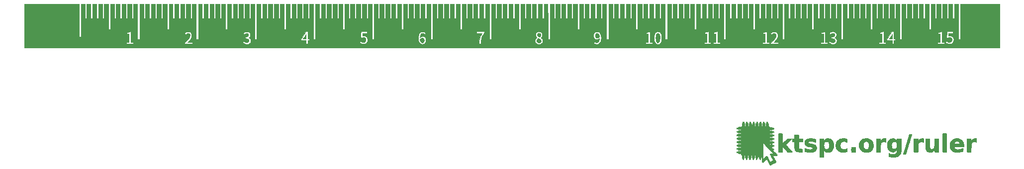
<source format=gbr>
G04 #@! TF.GenerationSoftware,KiCad,Pcbnew,5.0.0-rc2-dev-unknown-0d8692d~82~ubuntu16.04.1*
G04 #@! TF.CreationDate,2018-04-12T17:58:06+01:00*
G04 #@! TF.ProjectId,pcbart,7063626172742E6B696361645F706362,rev?*
G04 #@! TF.SameCoordinates,Original*
G04 #@! TF.FileFunction,Copper,L1,Top,Signal*
G04 #@! TF.FilePolarity,Positive*
%FSLAX46Y46*%
G04 Gerber Fmt 4.6, Leading zero omitted, Abs format (unit mm)*
G04 Created by KiCad (PCBNEW 5.0.0-rc2-dev-unknown-0d8692d~82~ubuntu16.04.1) date Thu Apr 12 17:58:06 2018*
%MOMM*%
%LPD*%
G01*
G04 APERTURE LIST*
%ADD10C,0.010000*%
G04 APERTURE END LIST*
D10*
G36*
X38794401Y-6460149D02*
X38797473Y-6478994D01*
X38800248Y-6531237D01*
X38802721Y-6616411D01*
X38804887Y-6734051D01*
X38806743Y-6883688D01*
X38808283Y-7064857D01*
X38809503Y-7277090D01*
X38810398Y-7519920D01*
X38810963Y-7792880D01*
X38811194Y-8095505D01*
X38811200Y-8154399D01*
X38811363Y-8449758D01*
X38811846Y-8719036D01*
X38812643Y-8961408D01*
X38813743Y-9176048D01*
X38815141Y-9362129D01*
X38816827Y-9518825D01*
X38818793Y-9645310D01*
X38821032Y-9740758D01*
X38823536Y-9804342D01*
X38826296Y-9835237D01*
X38827541Y-9838266D01*
X38834879Y-9822461D01*
X38841493Y-9779554D01*
X38846557Y-9716312D01*
X38848707Y-9664700D01*
X38853533Y-9491133D01*
X39236015Y-9481543D01*
X39290308Y-9536704D01*
X39332409Y-9572962D01*
X39374496Y-9588972D01*
X39423255Y-9592299D01*
X39495830Y-9603369D01*
X39546002Y-9632736D01*
X39570659Y-9676009D01*
X39566691Y-9728793D01*
X39546840Y-9766765D01*
X39523715Y-9790088D01*
X39489683Y-9801354D01*
X39433500Y-9804248D01*
X39432540Y-9804247D01*
X39377514Y-9806614D01*
X39342203Y-9817815D01*
X39312592Y-9843638D01*
X39299267Y-9859281D01*
X39277276Y-9884578D01*
X39256169Y-9900915D01*
X39227974Y-9910583D01*
X39184721Y-9915877D01*
X39118440Y-9919087D01*
X39087600Y-9920168D01*
X39015431Y-9923763D01*
X38956268Y-9928811D01*
X38918099Y-9934514D01*
X38908534Y-9937981D01*
X38911941Y-9955619D01*
X38934981Y-9986749D01*
X38952677Y-10005220D01*
X38993170Y-10038924D01*
X39035325Y-10057695D01*
X39093695Y-10067448D01*
X39109344Y-10068901D01*
X39188267Y-10076674D01*
X39240617Y-10085450D01*
X39273654Y-10097757D01*
X39294636Y-10116123D01*
X39308298Y-10138160D01*
X39326055Y-10165271D01*
X39349418Y-10177871D01*
X39389793Y-10180257D01*
X39417049Y-10179115D01*
X39473463Y-10179292D01*
X39509720Y-10189774D01*
X39537590Y-10212830D01*
X39563493Y-10252596D01*
X39573200Y-10288964D01*
X39557963Y-10330845D01*
X39518901Y-10367522D01*
X39465986Y-10391623D01*
X39426983Y-10397066D01*
X39388724Y-10401343D01*
X39370297Y-10411808D01*
X39370000Y-10413483D01*
X39381462Y-10429107D01*
X39413974Y-10465786D01*
X39464725Y-10520543D01*
X39530904Y-10590402D01*
X39609701Y-10672383D01*
X39698304Y-10763510D01*
X39755233Y-10821570D01*
X39872554Y-10941908D01*
X39969301Y-11043390D01*
X40044644Y-11125100D01*
X40097752Y-11186118D01*
X40127795Y-11225527D01*
X40134616Y-11241186D01*
X40124282Y-11273104D01*
X40105144Y-11320600D01*
X40096093Y-11341100D01*
X40063420Y-11413066D01*
X39926033Y-11413066D01*
X39848776Y-11411134D01*
X39752705Y-11405935D01*
X39652614Y-11398369D01*
X39596527Y-11393040D01*
X39519396Y-11385930D01*
X39455165Y-11381761D01*
X39410975Y-11380878D01*
X39394223Y-11383199D01*
X39391575Y-11391763D01*
X39395148Y-11408889D01*
X39406414Y-11437534D01*
X39426846Y-11480651D01*
X39457918Y-11541195D01*
X39501101Y-11622123D01*
X39557869Y-11726389D01*
X39629694Y-11856947D01*
X39636306Y-11868925D01*
X39690313Y-11966999D01*
X39738395Y-12054775D01*
X39778271Y-12128055D01*
X39807664Y-12182643D01*
X39824295Y-12214339D01*
X39827200Y-12220628D01*
X39835415Y-12237131D01*
X39856254Y-12272264D01*
X39869533Y-12293600D01*
X39898079Y-12342346D01*
X39909209Y-12378903D01*
X39904260Y-12417908D01*
X39885742Y-12470940D01*
X39875118Y-12497250D01*
X39863010Y-12518871D01*
X39845026Y-12538960D01*
X39816775Y-12560678D01*
X39773867Y-12587184D01*
X39711909Y-12621636D01*
X39626510Y-12667193D01*
X39575431Y-12694183D01*
X39494997Y-12736807D01*
X39416306Y-12778776D01*
X39349403Y-12814715D01*
X39310733Y-12835727D01*
X39246671Y-12870877D01*
X39173193Y-12911162D01*
X39129615Y-12935039D01*
X39049896Y-12972175D01*
X38984353Y-12985697D01*
X38923753Y-12976469D01*
X38881738Y-12958207D01*
X38850377Y-12936736D01*
X38822684Y-12904077D01*
X38793699Y-12853036D01*
X38762070Y-12784666D01*
X38729823Y-12711425D01*
X38698851Y-12641411D01*
X38674394Y-12586457D01*
X38668356Y-12573000D01*
X38636910Y-12502640D01*
X38605444Y-12430906D01*
X38568153Y-12344530D01*
X38557200Y-12319000D01*
X38520545Y-12233628D01*
X38494656Y-12173754D01*
X38477040Y-12133710D01*
X38465204Y-12107832D01*
X38456657Y-12090452D01*
X38456630Y-12090400D01*
X38432552Y-12071793D01*
X38389361Y-12057645D01*
X38377606Y-12055606D01*
X38324489Y-12044320D01*
X38280426Y-12028924D01*
X38275814Y-12026579D01*
X38258976Y-12020448D01*
X38240708Y-12023744D01*
X38216382Y-12039980D01*
X38181371Y-12072673D01*
X38131048Y-12125336D01*
X38096023Y-12163159D01*
X38027278Y-12237504D01*
X37953956Y-12316368D01*
X37886005Y-12389074D01*
X37844009Y-12433710D01*
X37735933Y-12548049D01*
X37659733Y-12521733D01*
X37622282Y-12508513D01*
X37592739Y-12495060D01*
X37570059Y-12477428D01*
X37553198Y-12451672D01*
X37541110Y-12413845D01*
X37532751Y-12360000D01*
X37527074Y-12286191D01*
X37523035Y-12188473D01*
X37519590Y-12062899D01*
X37517687Y-11985375D01*
X37514309Y-11857876D01*
X37510575Y-11734366D01*
X37506711Y-11621111D01*
X37502940Y-11524377D01*
X37499486Y-11450430D01*
X37497193Y-11413066D01*
X37487626Y-11286066D01*
X35816846Y-11288151D01*
X35581163Y-11288301D01*
X35354620Y-11288167D01*
X35139569Y-11287764D01*
X34938363Y-11287109D01*
X34753353Y-11286220D01*
X34586893Y-11285114D01*
X34441333Y-11283807D01*
X34319027Y-11282316D01*
X34222326Y-11280658D01*
X34153583Y-11278851D01*
X34115150Y-11276910D01*
X34107966Y-11275870D01*
X34078626Y-11259902D01*
X34069866Y-11248023D01*
X34080522Y-11230144D01*
X34108942Y-11194094D01*
X34149807Y-11146485D01*
X34167262Y-11126992D01*
X34264657Y-11019443D01*
X35860595Y-11022468D01*
X36160272Y-11022887D01*
X36426807Y-11022942D01*
X36660924Y-11022625D01*
X36863348Y-11021930D01*
X37034800Y-11020849D01*
X37176006Y-11019376D01*
X37287688Y-11017505D01*
X37370569Y-11015229D01*
X37425374Y-11012540D01*
X37452827Y-11009433D01*
X37456533Y-11007613D01*
X37443149Y-11004229D01*
X37402529Y-11001221D01*
X37333968Y-10998582D01*
X37236764Y-10996304D01*
X37110213Y-10994378D01*
X36953611Y-10992797D01*
X36766256Y-10991553D01*
X36547444Y-10990637D01*
X36296471Y-10990042D01*
X36012634Y-10989760D01*
X35882329Y-10989733D01*
X35616032Y-10989718D01*
X35381551Y-10989646D01*
X35176837Y-10989473D01*
X34999841Y-10989157D01*
X34848511Y-10988657D01*
X34720799Y-10987929D01*
X34614654Y-10986932D01*
X34528026Y-10985623D01*
X34458866Y-10983960D01*
X34405124Y-10981900D01*
X34364750Y-10979401D01*
X34335693Y-10976421D01*
X34315905Y-10972917D01*
X34303335Y-10968847D01*
X34295933Y-10964169D01*
X34291649Y-10958841D01*
X34290530Y-10956857D01*
X34287597Y-10936034D01*
X34285008Y-10884945D01*
X34282762Y-10803248D01*
X34280856Y-10690603D01*
X34279288Y-10546669D01*
X34278055Y-10371106D01*
X34277157Y-10163573D01*
X34276590Y-9923728D01*
X34276353Y-9651232D01*
X34276443Y-9345743D01*
X34276538Y-9268094D01*
X37678069Y-9268094D01*
X37679852Y-9325651D01*
X37683763Y-9393454D01*
X37686008Y-9432801D01*
X37688315Y-9481339D01*
X37690735Y-9540984D01*
X37693319Y-9613652D01*
X37696120Y-9701257D01*
X37699189Y-9805715D01*
X37702576Y-9928943D01*
X37706334Y-10072854D01*
X37710513Y-10239366D01*
X37715166Y-10430394D01*
X37720343Y-10647852D01*
X37726096Y-10893658D01*
X37732476Y-11169725D01*
X37738633Y-11438466D01*
X37741806Y-11560899D01*
X37745433Y-11673246D01*
X37749303Y-11770746D01*
X37753207Y-11848635D01*
X37756931Y-11902152D01*
X37760244Y-11926471D01*
X37764665Y-11934712D01*
X37772044Y-11937198D01*
X37784824Y-11931644D01*
X37805449Y-11915767D01*
X37836359Y-11887283D01*
X37879998Y-11843905D01*
X37938809Y-11783351D01*
X38015233Y-11703335D01*
X38111714Y-11601574D01*
X38143118Y-11568384D01*
X38260496Y-11444302D01*
X38336881Y-11455091D01*
X38377427Y-11462920D01*
X38408897Y-11476782D01*
X38435643Y-11501955D01*
X38462015Y-11543717D01*
X38492362Y-11607347D01*
X38524702Y-11682971D01*
X38557406Y-11760793D01*
X38584425Y-11824233D01*
X38610880Y-11885100D01*
X38641897Y-11955203D01*
X38674843Y-12029013D01*
X38703952Y-12096009D01*
X38733386Y-12166620D01*
X38742733Y-12189879D01*
X38782247Y-12285503D01*
X38818329Y-12364660D01*
X38848826Y-12423101D01*
X38871584Y-12456575D01*
X38881096Y-12462933D01*
X38902627Y-12455330D01*
X38946933Y-12434740D01*
X39007110Y-12404498D01*
X39062633Y-12375277D01*
X39197867Y-12302060D01*
X39310278Y-12239756D01*
X39396510Y-12190232D01*
X39412551Y-12180687D01*
X39432198Y-12166821D01*
X39436245Y-12150895D01*
X39424445Y-12122133D01*
X39410618Y-12096021D01*
X39391026Y-12059752D01*
X39366169Y-12014090D01*
X39334233Y-11955737D01*
X39293407Y-11881392D01*
X39241878Y-11787757D01*
X39177834Y-11671531D01*
X39099462Y-11529415D01*
X39087594Y-11507899D01*
X39038419Y-11417386D01*
X38995494Y-11335761D01*
X38961374Y-11268096D01*
X38938613Y-11219467D01*
X38929766Y-11194948D01*
X38929733Y-11194330D01*
X38938805Y-11164185D01*
X38961598Y-11120966D01*
X38972677Y-11103731D01*
X38999247Y-11067816D01*
X39024145Y-11048984D01*
X39059494Y-11041760D01*
X39112377Y-11040662D01*
X39177401Y-11042806D01*
X39259565Y-11048344D01*
X39342447Y-11056142D01*
X39352539Y-11057276D01*
X39419191Y-11063357D01*
X39472681Y-11065291D01*
X39504382Y-11062878D01*
X39508819Y-11060888D01*
X39501149Y-11045707D01*
X39472698Y-11010000D01*
X39426566Y-10957251D01*
X39365855Y-10890944D01*
X39293667Y-10814563D01*
X39241548Y-10760640D01*
X39135612Y-10652311D01*
X39020385Y-10535088D01*
X38898124Y-10411224D01*
X38771091Y-10282971D01*
X38641542Y-10152581D01*
X38511739Y-10022306D01*
X38383939Y-9894399D01*
X38260401Y-9771111D01*
X38143385Y-9654696D01*
X38035150Y-9547405D01*
X37937955Y-9451491D01*
X37854058Y-9369206D01*
X37785719Y-9302802D01*
X37735196Y-9254531D01*
X37704750Y-9226647D01*
X37696807Y-9220525D01*
X37686154Y-9220736D01*
X37680039Y-9234857D01*
X37678069Y-9268094D01*
X34276538Y-9268094D01*
X34276859Y-9006922D01*
X34277234Y-8802090D01*
X34279884Y-7493951D01*
X34666046Y-7493951D01*
X34686399Y-7496757D01*
X34704867Y-7497196D01*
X34739717Y-7495833D01*
X34748712Y-7491996D01*
X34743164Y-7489832D01*
X34702500Y-7486678D01*
X34675431Y-7489490D01*
X34666046Y-7493951D01*
X34279884Y-7493951D01*
X34280495Y-7192513D01*
X34407785Y-7192513D01*
X34413318Y-7256932D01*
X34425825Y-7310597D01*
X34436319Y-7332599D01*
X34488722Y-7399647D01*
X34541122Y-7445382D01*
X34587876Y-7465069D01*
X34594800Y-7465486D01*
X34637133Y-7465308D01*
X34594800Y-7446163D01*
X34539817Y-7410466D01*
X34489869Y-7359733D01*
X34453544Y-7304369D01*
X34439526Y-7258038D01*
X34437377Y-7167655D01*
X34443951Y-7101896D01*
X34461577Y-7052128D01*
X34492584Y-7009716D01*
X34511678Y-6990585D01*
X34592689Y-6934617D01*
X34679210Y-6910159D01*
X34766105Y-6916570D01*
X34848238Y-6953210D01*
X34920474Y-7019438D01*
X34938641Y-7043801D01*
X34958202Y-7091820D01*
X34966758Y-7165266D01*
X34967333Y-7197220D01*
X34965875Y-7259628D01*
X34958848Y-7300360D01*
X34942272Y-7331567D01*
X34912300Y-7365265D01*
X34866487Y-7405643D01*
X34819114Y-7437667D01*
X34806467Y-7444017D01*
X34755667Y-7466274D01*
X34802380Y-7466937D01*
X34842620Y-7456799D01*
X34887804Y-7430933D01*
X34926884Y-7397607D01*
X34948811Y-7365091D01*
X34950400Y-7356145D01*
X34962785Y-7332050D01*
X34968999Y-7328756D01*
X34982777Y-7308523D01*
X34993086Y-7264738D01*
X34998802Y-7207637D01*
X34998801Y-7147453D01*
X34993769Y-7103098D01*
X34965734Y-7037141D01*
X34907465Y-6966573D01*
X34867173Y-6927630D01*
X34835873Y-6905308D01*
X34801534Y-6894982D01*
X34752126Y-6892026D01*
X34713183Y-6891866D01*
X34629594Y-6895994D01*
X34571752Y-6909231D01*
X34547637Y-6921280D01*
X34489430Y-6963400D01*
X34461993Y-6995870D01*
X34459333Y-7007117D01*
X34447696Y-7030263D01*
X34433933Y-7044266D01*
X34418002Y-7075225D01*
X34409316Y-7128292D01*
X34407785Y-7192513D01*
X34280495Y-7192513D01*
X34281533Y-6680200D01*
X36393967Y-6675901D01*
X36658535Y-6675396D01*
X36913603Y-6674976D01*
X37157137Y-6674640D01*
X37387101Y-6674388D01*
X37601461Y-6674220D01*
X37798181Y-6674137D01*
X37975227Y-6674138D01*
X38130565Y-6674224D01*
X38262158Y-6674393D01*
X38367973Y-6674647D01*
X38445975Y-6674985D01*
X38494128Y-6675408D01*
X38510395Y-6675901D01*
X38511099Y-6693084D01*
X38511969Y-6741672D01*
X38512982Y-6819203D01*
X38514117Y-6923217D01*
X38515352Y-7051250D01*
X38516665Y-7200843D01*
X38518034Y-7369533D01*
X38519438Y-7554860D01*
X38520854Y-7754361D01*
X38522261Y-7965576D01*
X38523284Y-8128000D01*
X38532178Y-9575800D01*
X38536222Y-8132086D01*
X38540267Y-6688372D01*
X38636564Y-6582686D01*
X38694336Y-6520650D01*
X38734936Y-6481159D01*
X38762855Y-6460726D01*
X38782584Y-6455866D01*
X38794401Y-6460149D01*
X38794401Y-6460149D01*
G37*
X38794401Y-6460149D02*
X38797473Y-6478994D01*
X38800248Y-6531237D01*
X38802721Y-6616411D01*
X38804887Y-6734051D01*
X38806743Y-6883688D01*
X38808283Y-7064857D01*
X38809503Y-7277090D01*
X38810398Y-7519920D01*
X38810963Y-7792880D01*
X38811194Y-8095505D01*
X38811200Y-8154399D01*
X38811363Y-8449758D01*
X38811846Y-8719036D01*
X38812643Y-8961408D01*
X38813743Y-9176048D01*
X38815141Y-9362129D01*
X38816827Y-9518825D01*
X38818793Y-9645310D01*
X38821032Y-9740758D01*
X38823536Y-9804342D01*
X38826296Y-9835237D01*
X38827541Y-9838266D01*
X38834879Y-9822461D01*
X38841493Y-9779554D01*
X38846557Y-9716312D01*
X38848707Y-9664700D01*
X38853533Y-9491133D01*
X39236015Y-9481543D01*
X39290308Y-9536704D01*
X39332409Y-9572962D01*
X39374496Y-9588972D01*
X39423255Y-9592299D01*
X39495830Y-9603369D01*
X39546002Y-9632736D01*
X39570659Y-9676009D01*
X39566691Y-9728793D01*
X39546840Y-9766765D01*
X39523715Y-9790088D01*
X39489683Y-9801354D01*
X39433500Y-9804248D01*
X39432540Y-9804247D01*
X39377514Y-9806614D01*
X39342203Y-9817815D01*
X39312592Y-9843638D01*
X39299267Y-9859281D01*
X39277276Y-9884578D01*
X39256169Y-9900915D01*
X39227974Y-9910583D01*
X39184721Y-9915877D01*
X39118440Y-9919087D01*
X39087600Y-9920168D01*
X39015431Y-9923763D01*
X38956268Y-9928811D01*
X38918099Y-9934514D01*
X38908534Y-9937981D01*
X38911941Y-9955619D01*
X38934981Y-9986749D01*
X38952677Y-10005220D01*
X38993170Y-10038924D01*
X39035325Y-10057695D01*
X39093695Y-10067448D01*
X39109344Y-10068901D01*
X39188267Y-10076674D01*
X39240617Y-10085450D01*
X39273654Y-10097757D01*
X39294636Y-10116123D01*
X39308298Y-10138160D01*
X39326055Y-10165271D01*
X39349418Y-10177871D01*
X39389793Y-10180257D01*
X39417049Y-10179115D01*
X39473463Y-10179292D01*
X39509720Y-10189774D01*
X39537590Y-10212830D01*
X39563493Y-10252596D01*
X39573200Y-10288964D01*
X39557963Y-10330845D01*
X39518901Y-10367522D01*
X39465986Y-10391623D01*
X39426983Y-10397066D01*
X39388724Y-10401343D01*
X39370297Y-10411808D01*
X39370000Y-10413483D01*
X39381462Y-10429107D01*
X39413974Y-10465786D01*
X39464725Y-10520543D01*
X39530904Y-10590402D01*
X39609701Y-10672383D01*
X39698304Y-10763510D01*
X39755233Y-10821570D01*
X39872554Y-10941908D01*
X39969301Y-11043390D01*
X40044644Y-11125100D01*
X40097752Y-11186118D01*
X40127795Y-11225527D01*
X40134616Y-11241186D01*
X40124282Y-11273104D01*
X40105144Y-11320600D01*
X40096093Y-11341100D01*
X40063420Y-11413066D01*
X39926033Y-11413066D01*
X39848776Y-11411134D01*
X39752705Y-11405935D01*
X39652614Y-11398369D01*
X39596527Y-11393040D01*
X39519396Y-11385930D01*
X39455165Y-11381761D01*
X39410975Y-11380878D01*
X39394223Y-11383199D01*
X39391575Y-11391763D01*
X39395148Y-11408889D01*
X39406414Y-11437534D01*
X39426846Y-11480651D01*
X39457918Y-11541195D01*
X39501101Y-11622123D01*
X39557869Y-11726389D01*
X39629694Y-11856947D01*
X39636306Y-11868925D01*
X39690313Y-11966999D01*
X39738395Y-12054775D01*
X39778271Y-12128055D01*
X39807664Y-12182643D01*
X39824295Y-12214339D01*
X39827200Y-12220628D01*
X39835415Y-12237131D01*
X39856254Y-12272264D01*
X39869533Y-12293600D01*
X39898079Y-12342346D01*
X39909209Y-12378903D01*
X39904260Y-12417908D01*
X39885742Y-12470940D01*
X39875118Y-12497250D01*
X39863010Y-12518871D01*
X39845026Y-12538960D01*
X39816775Y-12560678D01*
X39773867Y-12587184D01*
X39711909Y-12621636D01*
X39626510Y-12667193D01*
X39575431Y-12694183D01*
X39494997Y-12736807D01*
X39416306Y-12778776D01*
X39349403Y-12814715D01*
X39310733Y-12835727D01*
X39246671Y-12870877D01*
X39173193Y-12911162D01*
X39129615Y-12935039D01*
X39049896Y-12972175D01*
X38984353Y-12985697D01*
X38923753Y-12976469D01*
X38881738Y-12958207D01*
X38850377Y-12936736D01*
X38822684Y-12904077D01*
X38793699Y-12853036D01*
X38762070Y-12784666D01*
X38729823Y-12711425D01*
X38698851Y-12641411D01*
X38674394Y-12586457D01*
X38668356Y-12573000D01*
X38636910Y-12502640D01*
X38605444Y-12430906D01*
X38568153Y-12344530D01*
X38557200Y-12319000D01*
X38520545Y-12233628D01*
X38494656Y-12173754D01*
X38477040Y-12133710D01*
X38465204Y-12107832D01*
X38456657Y-12090452D01*
X38456630Y-12090400D01*
X38432552Y-12071793D01*
X38389361Y-12057645D01*
X38377606Y-12055606D01*
X38324489Y-12044320D01*
X38280426Y-12028924D01*
X38275814Y-12026579D01*
X38258976Y-12020448D01*
X38240708Y-12023744D01*
X38216382Y-12039980D01*
X38181371Y-12072673D01*
X38131048Y-12125336D01*
X38096023Y-12163159D01*
X38027278Y-12237504D01*
X37953956Y-12316368D01*
X37886005Y-12389074D01*
X37844009Y-12433710D01*
X37735933Y-12548049D01*
X37659733Y-12521733D01*
X37622282Y-12508513D01*
X37592739Y-12495060D01*
X37570059Y-12477428D01*
X37553198Y-12451672D01*
X37541110Y-12413845D01*
X37532751Y-12360000D01*
X37527074Y-12286191D01*
X37523035Y-12188473D01*
X37519590Y-12062899D01*
X37517687Y-11985375D01*
X37514309Y-11857876D01*
X37510575Y-11734366D01*
X37506711Y-11621111D01*
X37502940Y-11524377D01*
X37499486Y-11450430D01*
X37497193Y-11413066D01*
X37487626Y-11286066D01*
X35816846Y-11288151D01*
X35581163Y-11288301D01*
X35354620Y-11288167D01*
X35139569Y-11287764D01*
X34938363Y-11287109D01*
X34753353Y-11286220D01*
X34586893Y-11285114D01*
X34441333Y-11283807D01*
X34319027Y-11282316D01*
X34222326Y-11280658D01*
X34153583Y-11278851D01*
X34115150Y-11276910D01*
X34107966Y-11275870D01*
X34078626Y-11259902D01*
X34069866Y-11248023D01*
X34080522Y-11230144D01*
X34108942Y-11194094D01*
X34149807Y-11146485D01*
X34167262Y-11126992D01*
X34264657Y-11019443D01*
X35860595Y-11022468D01*
X36160272Y-11022887D01*
X36426807Y-11022942D01*
X36660924Y-11022625D01*
X36863348Y-11021930D01*
X37034800Y-11020849D01*
X37176006Y-11019376D01*
X37287688Y-11017505D01*
X37370569Y-11015229D01*
X37425374Y-11012540D01*
X37452827Y-11009433D01*
X37456533Y-11007613D01*
X37443149Y-11004229D01*
X37402529Y-11001221D01*
X37333968Y-10998582D01*
X37236764Y-10996304D01*
X37110213Y-10994378D01*
X36953611Y-10992797D01*
X36766256Y-10991553D01*
X36547444Y-10990637D01*
X36296471Y-10990042D01*
X36012634Y-10989760D01*
X35882329Y-10989733D01*
X35616032Y-10989718D01*
X35381551Y-10989646D01*
X35176837Y-10989473D01*
X34999841Y-10989157D01*
X34848511Y-10988657D01*
X34720799Y-10987929D01*
X34614654Y-10986932D01*
X34528026Y-10985623D01*
X34458866Y-10983960D01*
X34405124Y-10981900D01*
X34364750Y-10979401D01*
X34335693Y-10976421D01*
X34315905Y-10972917D01*
X34303335Y-10968847D01*
X34295933Y-10964169D01*
X34291649Y-10958841D01*
X34290530Y-10956857D01*
X34287597Y-10936034D01*
X34285008Y-10884945D01*
X34282762Y-10803248D01*
X34280856Y-10690603D01*
X34279288Y-10546669D01*
X34278055Y-10371106D01*
X34277157Y-10163573D01*
X34276590Y-9923728D01*
X34276353Y-9651232D01*
X34276443Y-9345743D01*
X34276538Y-9268094D01*
X37678069Y-9268094D01*
X37679852Y-9325651D01*
X37683763Y-9393454D01*
X37686008Y-9432801D01*
X37688315Y-9481339D01*
X37690735Y-9540984D01*
X37693319Y-9613652D01*
X37696120Y-9701257D01*
X37699189Y-9805715D01*
X37702576Y-9928943D01*
X37706334Y-10072854D01*
X37710513Y-10239366D01*
X37715166Y-10430394D01*
X37720343Y-10647852D01*
X37726096Y-10893658D01*
X37732476Y-11169725D01*
X37738633Y-11438466D01*
X37741806Y-11560899D01*
X37745433Y-11673246D01*
X37749303Y-11770746D01*
X37753207Y-11848635D01*
X37756931Y-11902152D01*
X37760244Y-11926471D01*
X37764665Y-11934712D01*
X37772044Y-11937198D01*
X37784824Y-11931644D01*
X37805449Y-11915767D01*
X37836359Y-11887283D01*
X37879998Y-11843905D01*
X37938809Y-11783351D01*
X38015233Y-11703335D01*
X38111714Y-11601574D01*
X38143118Y-11568384D01*
X38260496Y-11444302D01*
X38336881Y-11455091D01*
X38377427Y-11462920D01*
X38408897Y-11476782D01*
X38435643Y-11501955D01*
X38462015Y-11543717D01*
X38492362Y-11607347D01*
X38524702Y-11682971D01*
X38557406Y-11760793D01*
X38584425Y-11824233D01*
X38610880Y-11885100D01*
X38641897Y-11955203D01*
X38674843Y-12029013D01*
X38703952Y-12096009D01*
X38733386Y-12166620D01*
X38742733Y-12189879D01*
X38782247Y-12285503D01*
X38818329Y-12364660D01*
X38848826Y-12423101D01*
X38871584Y-12456575D01*
X38881096Y-12462933D01*
X38902627Y-12455330D01*
X38946933Y-12434740D01*
X39007110Y-12404498D01*
X39062633Y-12375277D01*
X39197867Y-12302060D01*
X39310278Y-12239756D01*
X39396510Y-12190232D01*
X39412551Y-12180687D01*
X39432198Y-12166821D01*
X39436245Y-12150895D01*
X39424445Y-12122133D01*
X39410618Y-12096021D01*
X39391026Y-12059752D01*
X39366169Y-12014090D01*
X39334233Y-11955737D01*
X39293407Y-11881392D01*
X39241878Y-11787757D01*
X39177834Y-11671531D01*
X39099462Y-11529415D01*
X39087594Y-11507899D01*
X39038419Y-11417386D01*
X38995494Y-11335761D01*
X38961374Y-11268096D01*
X38938613Y-11219467D01*
X38929766Y-11194948D01*
X38929733Y-11194330D01*
X38938805Y-11164185D01*
X38961598Y-11120966D01*
X38972677Y-11103731D01*
X38999247Y-11067816D01*
X39024145Y-11048984D01*
X39059494Y-11041760D01*
X39112377Y-11040662D01*
X39177401Y-11042806D01*
X39259565Y-11048344D01*
X39342447Y-11056142D01*
X39352539Y-11057276D01*
X39419191Y-11063357D01*
X39472681Y-11065291D01*
X39504382Y-11062878D01*
X39508819Y-11060888D01*
X39501149Y-11045707D01*
X39472698Y-11010000D01*
X39426566Y-10957251D01*
X39365855Y-10890944D01*
X39293667Y-10814563D01*
X39241548Y-10760640D01*
X39135612Y-10652311D01*
X39020385Y-10535088D01*
X38898124Y-10411224D01*
X38771091Y-10282971D01*
X38641542Y-10152581D01*
X38511739Y-10022306D01*
X38383939Y-9894399D01*
X38260401Y-9771111D01*
X38143385Y-9654696D01*
X38035150Y-9547405D01*
X37937955Y-9451491D01*
X37854058Y-9369206D01*
X37785719Y-9302802D01*
X37735196Y-9254531D01*
X37704750Y-9226647D01*
X37696807Y-9220525D01*
X37686154Y-9220736D01*
X37680039Y-9234857D01*
X37678069Y-9268094D01*
X34276538Y-9268094D01*
X34276859Y-9006922D01*
X34277234Y-8802090D01*
X34279884Y-7493951D01*
X34666046Y-7493951D01*
X34686399Y-7496757D01*
X34704867Y-7497196D01*
X34739717Y-7495833D01*
X34748712Y-7491996D01*
X34743164Y-7489832D01*
X34702500Y-7486678D01*
X34675431Y-7489490D01*
X34666046Y-7493951D01*
X34279884Y-7493951D01*
X34280495Y-7192513D01*
X34407785Y-7192513D01*
X34413318Y-7256932D01*
X34425825Y-7310597D01*
X34436319Y-7332599D01*
X34488722Y-7399647D01*
X34541122Y-7445382D01*
X34587876Y-7465069D01*
X34594800Y-7465486D01*
X34637133Y-7465308D01*
X34594800Y-7446163D01*
X34539817Y-7410466D01*
X34489869Y-7359733D01*
X34453544Y-7304369D01*
X34439526Y-7258038D01*
X34437377Y-7167655D01*
X34443951Y-7101896D01*
X34461577Y-7052128D01*
X34492584Y-7009716D01*
X34511678Y-6990585D01*
X34592689Y-6934617D01*
X34679210Y-6910159D01*
X34766105Y-6916570D01*
X34848238Y-6953210D01*
X34920474Y-7019438D01*
X34938641Y-7043801D01*
X34958202Y-7091820D01*
X34966758Y-7165266D01*
X34967333Y-7197220D01*
X34965875Y-7259628D01*
X34958848Y-7300360D01*
X34942272Y-7331567D01*
X34912300Y-7365265D01*
X34866487Y-7405643D01*
X34819114Y-7437667D01*
X34806467Y-7444017D01*
X34755667Y-7466274D01*
X34802380Y-7466937D01*
X34842620Y-7456799D01*
X34887804Y-7430933D01*
X34926884Y-7397607D01*
X34948811Y-7365091D01*
X34950400Y-7356145D01*
X34962785Y-7332050D01*
X34968999Y-7328756D01*
X34982777Y-7308523D01*
X34993086Y-7264738D01*
X34998802Y-7207637D01*
X34998801Y-7147453D01*
X34993769Y-7103098D01*
X34965734Y-7037141D01*
X34907465Y-6966573D01*
X34867173Y-6927630D01*
X34835873Y-6905308D01*
X34801534Y-6894982D01*
X34752126Y-6892026D01*
X34713183Y-6891866D01*
X34629594Y-6895994D01*
X34571752Y-6909231D01*
X34547637Y-6921280D01*
X34489430Y-6963400D01*
X34461993Y-6995870D01*
X34459333Y-7007117D01*
X34447696Y-7030263D01*
X34433933Y-7044266D01*
X34418002Y-7075225D01*
X34409316Y-7128292D01*
X34407785Y-7192513D01*
X34280495Y-7192513D01*
X34281533Y-6680200D01*
X36393967Y-6675901D01*
X36658535Y-6675396D01*
X36913603Y-6674976D01*
X37157137Y-6674640D01*
X37387101Y-6674388D01*
X37601461Y-6674220D01*
X37798181Y-6674137D01*
X37975227Y-6674138D01*
X38130565Y-6674224D01*
X38262158Y-6674393D01*
X38367973Y-6674647D01*
X38445975Y-6674985D01*
X38494128Y-6675408D01*
X38510395Y-6675901D01*
X38511099Y-6693084D01*
X38511969Y-6741672D01*
X38512982Y-6819203D01*
X38514117Y-6923217D01*
X38515352Y-7051250D01*
X38516665Y-7200843D01*
X38518034Y-7369533D01*
X38519438Y-7554860D01*
X38520854Y-7754361D01*
X38522261Y-7965576D01*
X38523284Y-8128000D01*
X38532178Y-9575800D01*
X38536222Y-8132086D01*
X38540267Y-6688372D01*
X38636564Y-6582686D01*
X38694336Y-6520650D01*
X38734936Y-6481159D01*
X38762855Y-6460726D01*
X38782584Y-6455866D01*
X38794401Y-6460149D01*
G36*
X34540326Y-11521446D02*
X34541946Y-11607857D01*
X34541327Y-11667306D01*
X34537539Y-11706670D01*
X34529654Y-11732828D01*
X34516742Y-11752659D01*
X34507741Y-11762746D01*
X34475109Y-11790605D01*
X34448331Y-11802527D01*
X34447915Y-11802533D01*
X34434230Y-11814078D01*
X34427095Y-11851531D01*
X34425467Y-11902924D01*
X34420574Y-11976926D01*
X34405435Y-12021741D01*
X34398857Y-12029924D01*
X34353938Y-12054339D01*
X34304474Y-12048524D01*
X34258677Y-12013626D01*
X34255697Y-12009966D01*
X34232082Y-11970799D01*
X34224420Y-11925889D01*
X34226582Y-11882966D01*
X34228595Y-11830431D01*
X34221129Y-11805860D01*
X34212543Y-11802533D01*
X34188092Y-11790269D01*
X34157790Y-11760427D01*
X34155250Y-11757265D01*
X34139840Y-11734602D01*
X34129916Y-11708740D01*
X34124557Y-11672462D01*
X34122838Y-11618551D01*
X34123836Y-11539789D01*
X34124388Y-11515965D01*
X34129133Y-11319933D01*
X34535533Y-11319933D01*
X34540326Y-11521446D01*
X34540326Y-11521446D01*
G37*
X34540326Y-11521446D02*
X34541946Y-11607857D01*
X34541327Y-11667306D01*
X34537539Y-11706670D01*
X34529654Y-11732828D01*
X34516742Y-11752659D01*
X34507741Y-11762746D01*
X34475109Y-11790605D01*
X34448331Y-11802527D01*
X34447915Y-11802533D01*
X34434230Y-11814078D01*
X34427095Y-11851531D01*
X34425467Y-11902924D01*
X34420574Y-11976926D01*
X34405435Y-12021741D01*
X34398857Y-12029924D01*
X34353938Y-12054339D01*
X34304474Y-12048524D01*
X34258677Y-12013626D01*
X34255697Y-12009966D01*
X34232082Y-11970799D01*
X34224420Y-11925889D01*
X34226582Y-11882966D01*
X34228595Y-11830431D01*
X34221129Y-11805860D01*
X34212543Y-11802533D01*
X34188092Y-11790269D01*
X34157790Y-11760427D01*
X34155250Y-11757265D01*
X34139840Y-11734602D01*
X34129916Y-11708740D01*
X34124557Y-11672462D01*
X34122838Y-11618551D01*
X34123836Y-11539789D01*
X34124388Y-11515965D01*
X34129133Y-11319933D01*
X34535533Y-11319933D01*
X34540326Y-11521446D01*
G36*
X35119733Y-11520181D02*
X35119339Y-11608148D01*
X35117452Y-11668877D01*
X35113014Y-11708995D01*
X35104967Y-11735127D01*
X35092254Y-11753900D01*
X35080542Y-11765715D01*
X35048231Y-11791530D01*
X35024875Y-11802529D01*
X35024613Y-11802533D01*
X35015520Y-11817821D01*
X35009828Y-11857189D01*
X35008771Y-11893853D01*
X35004686Y-11960747D01*
X34989161Y-12005121D01*
X34977409Y-12020853D01*
X34931772Y-12050801D01*
X34881433Y-12052699D01*
X34841543Y-12029924D01*
X34823224Y-11993148D01*
X34815358Y-11928167D01*
X34814933Y-11902924D01*
X34812352Y-11841725D01*
X34803977Y-11809815D01*
X34792485Y-11802533D01*
X34765916Y-11791087D01*
X34733409Y-11763544D01*
X34733218Y-11763342D01*
X34717598Y-11743968D01*
X34707128Y-11720796D01*
X34700794Y-11687062D01*
X34697582Y-11636007D01*
X34696479Y-11560868D01*
X34696400Y-11517808D01*
X34696400Y-11311466D01*
X35119733Y-11311466D01*
X35119733Y-11520181D01*
X35119733Y-11520181D01*
G37*
X35119733Y-11520181D02*
X35119339Y-11608148D01*
X35117452Y-11668877D01*
X35113014Y-11708995D01*
X35104967Y-11735127D01*
X35092254Y-11753900D01*
X35080542Y-11765715D01*
X35048231Y-11791530D01*
X35024875Y-11802529D01*
X35024613Y-11802533D01*
X35015520Y-11817821D01*
X35009828Y-11857189D01*
X35008771Y-11893853D01*
X35004686Y-11960747D01*
X34989161Y-12005121D01*
X34977409Y-12020853D01*
X34931772Y-12050801D01*
X34881433Y-12052699D01*
X34841543Y-12029924D01*
X34823224Y-11993148D01*
X34815358Y-11928167D01*
X34814933Y-11902924D01*
X34812352Y-11841725D01*
X34803977Y-11809815D01*
X34792485Y-11802533D01*
X34765916Y-11791087D01*
X34733409Y-11763544D01*
X34733218Y-11763342D01*
X34717598Y-11743968D01*
X34707128Y-11720796D01*
X34700794Y-11687062D01*
X34697582Y-11636007D01*
X34696479Y-11560868D01*
X34696400Y-11517808D01*
X34696400Y-11311466D01*
X35119733Y-11311466D01*
X35119733Y-11520181D01*
G36*
X35691793Y-11521446D02*
X35693413Y-11607857D01*
X35692793Y-11667306D01*
X35689005Y-11706670D01*
X35681120Y-11732828D01*
X35668209Y-11752659D01*
X35659208Y-11762746D01*
X35626929Y-11790574D01*
X35600895Y-11802525D01*
X35600446Y-11802533D01*
X35586754Y-11814954D01*
X35587554Y-11854511D01*
X35588531Y-11860881D01*
X35590308Y-11934786D01*
X35572895Y-11994733D01*
X35540904Y-12036723D01*
X35498949Y-12056757D01*
X35451640Y-12050838D01*
X35406786Y-12018433D01*
X35385017Y-11988370D01*
X35376264Y-11951530D01*
X35377602Y-11895060D01*
X35377886Y-11891433D01*
X35379672Y-11835157D01*
X35373048Y-11807399D01*
X35363655Y-11802533D01*
X35339458Y-11790278D01*
X35309279Y-11760455D01*
X35306717Y-11757265D01*
X35291306Y-11734602D01*
X35281383Y-11708740D01*
X35276023Y-11672462D01*
X35274304Y-11618551D01*
X35275303Y-11539789D01*
X35275855Y-11515965D01*
X35280600Y-11319933D01*
X35687000Y-11319933D01*
X35691793Y-11521446D01*
X35691793Y-11521446D01*
G37*
X35691793Y-11521446D02*
X35693413Y-11607857D01*
X35692793Y-11667306D01*
X35689005Y-11706670D01*
X35681120Y-11732828D01*
X35668209Y-11752659D01*
X35659208Y-11762746D01*
X35626929Y-11790574D01*
X35600895Y-11802525D01*
X35600446Y-11802533D01*
X35586754Y-11814954D01*
X35587554Y-11854511D01*
X35588531Y-11860881D01*
X35590308Y-11934786D01*
X35572895Y-11994733D01*
X35540904Y-12036723D01*
X35498949Y-12056757D01*
X35451640Y-12050838D01*
X35406786Y-12018433D01*
X35385017Y-11988370D01*
X35376264Y-11951530D01*
X35377602Y-11895060D01*
X35377886Y-11891433D01*
X35379672Y-11835157D01*
X35373048Y-11807399D01*
X35363655Y-11802533D01*
X35339458Y-11790278D01*
X35309279Y-11760455D01*
X35306717Y-11757265D01*
X35291306Y-11734602D01*
X35281383Y-11708740D01*
X35276023Y-11672462D01*
X35274304Y-11618551D01*
X35275303Y-11539789D01*
X35275855Y-11515965D01*
X35280600Y-11319933D01*
X35687000Y-11319933D01*
X35691793Y-11521446D01*
G36*
X36271200Y-11520181D02*
X36270806Y-11608148D01*
X36268918Y-11668877D01*
X36264480Y-11708995D01*
X36256434Y-11735127D01*
X36243721Y-11753900D01*
X36232008Y-11765715D01*
X36198573Y-11791630D01*
X36172887Y-11802532D01*
X36172742Y-11802533D01*
X36159875Y-11818992D01*
X36153419Y-11867604D01*
X36152667Y-11901509D01*
X36149303Y-11966725D01*
X36137740Y-12007672D01*
X36121700Y-12028509D01*
X36071103Y-12053702D01*
X36014409Y-12047187D01*
X35996033Y-12038243D01*
X35979018Y-12020638D01*
X35969811Y-11987544D01*
X35966520Y-11930892D01*
X35966400Y-11911758D01*
X35964170Y-11847751D01*
X35956863Y-11812848D01*
X35943952Y-11802533D01*
X35917383Y-11791087D01*
X35884875Y-11763544D01*
X35884685Y-11763342D01*
X35869065Y-11743968D01*
X35858595Y-11720796D01*
X35852261Y-11687062D01*
X35849049Y-11636007D01*
X35847945Y-11560868D01*
X35847867Y-11517808D01*
X35847867Y-11311466D01*
X36271200Y-11311466D01*
X36271200Y-11520181D01*
X36271200Y-11520181D01*
G37*
X36271200Y-11520181D02*
X36270806Y-11608148D01*
X36268918Y-11668877D01*
X36264480Y-11708995D01*
X36256434Y-11735127D01*
X36243721Y-11753900D01*
X36232008Y-11765715D01*
X36198573Y-11791630D01*
X36172887Y-11802532D01*
X36172742Y-11802533D01*
X36159875Y-11818992D01*
X36153419Y-11867604D01*
X36152667Y-11901509D01*
X36149303Y-11966725D01*
X36137740Y-12007672D01*
X36121700Y-12028509D01*
X36071103Y-12053702D01*
X36014409Y-12047187D01*
X35996033Y-12038243D01*
X35979018Y-12020638D01*
X35969811Y-11987544D01*
X35966520Y-11930892D01*
X35966400Y-11911758D01*
X35964170Y-11847751D01*
X35956863Y-11812848D01*
X35943952Y-11802533D01*
X35917383Y-11791087D01*
X35884875Y-11763544D01*
X35884685Y-11763342D01*
X35869065Y-11743968D01*
X35858595Y-11720796D01*
X35852261Y-11687062D01*
X35849049Y-11636007D01*
X35847945Y-11560868D01*
X35847867Y-11517808D01*
X35847867Y-11311466D01*
X36271200Y-11311466D01*
X36271200Y-11520181D01*
G36*
X36842736Y-11506200D02*
X36842849Y-11609925D01*
X36836825Y-11685286D01*
X36823346Y-11737440D01*
X36801093Y-11771545D01*
X36769585Y-11792391D01*
X36748784Y-11807673D01*
X36738617Y-11835880D01*
X36735966Y-11886671D01*
X36736019Y-11896411D01*
X36731424Y-11963531D01*
X36714409Y-12008193D01*
X36704609Y-12020853D01*
X36657890Y-12051749D01*
X36607059Y-12053469D01*
X36562202Y-12026602D01*
X36550619Y-12011852D01*
X36530892Y-11964465D01*
X36527897Y-11901761D01*
X36529252Y-11884852D01*
X36531145Y-11829477D01*
X36522936Y-11804486D01*
X36517199Y-11802533D01*
X36492570Y-11791157D01*
X36460753Y-11763692D01*
X36459859Y-11762746D01*
X36443969Y-11743487D01*
X36433588Y-11721475D01*
X36427787Y-11689831D01*
X36425637Y-11641678D01*
X36426210Y-11570135D01*
X36427274Y-11521446D01*
X36432067Y-11319933D01*
X36838467Y-11319933D01*
X36842736Y-11506200D01*
X36842736Y-11506200D01*
G37*
X36842736Y-11506200D02*
X36842849Y-11609925D01*
X36836825Y-11685286D01*
X36823346Y-11737440D01*
X36801093Y-11771545D01*
X36769585Y-11792391D01*
X36748784Y-11807673D01*
X36738617Y-11835880D01*
X36735966Y-11886671D01*
X36736019Y-11896411D01*
X36731424Y-11963531D01*
X36714409Y-12008193D01*
X36704609Y-12020853D01*
X36657890Y-12051749D01*
X36607059Y-12053469D01*
X36562202Y-12026602D01*
X36550619Y-12011852D01*
X36530892Y-11964465D01*
X36527897Y-11901761D01*
X36529252Y-11884852D01*
X36531145Y-11829477D01*
X36522936Y-11804486D01*
X36517199Y-11802533D01*
X36492570Y-11791157D01*
X36460753Y-11763692D01*
X36459859Y-11762746D01*
X36443969Y-11743487D01*
X36433588Y-11721475D01*
X36427787Y-11689831D01*
X36425637Y-11641678D01*
X36426210Y-11570135D01*
X36427274Y-11521446D01*
X36432067Y-11319933D01*
X36838467Y-11319933D01*
X36842736Y-11506200D01*
G36*
X37206767Y-11315179D02*
X37414200Y-11319933D01*
X37418993Y-11521446D01*
X37420613Y-11607857D01*
X37419993Y-11667306D01*
X37416205Y-11706670D01*
X37408320Y-11732828D01*
X37395409Y-11752659D01*
X37386408Y-11762746D01*
X37352360Y-11790719D01*
X37322588Y-11802501D01*
X37322348Y-11802502D01*
X37307384Y-11808388D01*
X37300470Y-11830872D01*
X37300080Y-11877124D01*
X37301274Y-11901519D01*
X37301884Y-11965988D01*
X37293644Y-12006515D01*
X37278897Y-12028550D01*
X37232757Y-12053313D01*
X37179804Y-12049918D01*
X37132864Y-12020730D01*
X37111626Y-11993132D01*
X37102807Y-11958889D01*
X37103685Y-11905766D01*
X37104623Y-11893730D01*
X37106423Y-11834173D01*
X37099134Y-11805668D01*
X37092578Y-11802533D01*
X37068131Y-11791171D01*
X37036581Y-11763798D01*
X37036152Y-11763342D01*
X37020549Y-11743996D01*
X37010084Y-11720860D01*
X37003747Y-11687184D01*
X37000527Y-11636218D01*
X36999415Y-11561214D01*
X36999333Y-11517287D01*
X36999333Y-11310424D01*
X37206767Y-11315179D01*
X37206767Y-11315179D01*
G37*
X37206767Y-11315179D02*
X37414200Y-11319933D01*
X37418993Y-11521446D01*
X37420613Y-11607857D01*
X37419993Y-11667306D01*
X37416205Y-11706670D01*
X37408320Y-11732828D01*
X37395409Y-11752659D01*
X37386408Y-11762746D01*
X37352360Y-11790719D01*
X37322588Y-11802501D01*
X37322348Y-11802502D01*
X37307384Y-11808388D01*
X37300470Y-11830872D01*
X37300080Y-11877124D01*
X37301274Y-11901519D01*
X37301884Y-11965988D01*
X37293644Y-12006515D01*
X37278897Y-12028550D01*
X37232757Y-12053313D01*
X37179804Y-12049918D01*
X37132864Y-12020730D01*
X37111626Y-11993132D01*
X37102807Y-11958889D01*
X37103685Y-11905766D01*
X37104623Y-11893730D01*
X37106423Y-11834173D01*
X37099134Y-11805668D01*
X37092578Y-11802533D01*
X37068131Y-11791171D01*
X37036581Y-11763798D01*
X37036152Y-11763342D01*
X37020549Y-11743996D01*
X37010084Y-11720860D01*
X37003747Y-11687184D01*
X37000527Y-11636218D01*
X36999415Y-11561214D01*
X36999333Y-11517287D01*
X36999333Y-11310424D01*
X37206767Y-11315179D01*
G36*
X59930173Y-8461278D02*
X60083701Y-8500770D01*
X60230398Y-8569662D01*
X60366297Y-8667970D01*
X60400559Y-8699496D01*
X60449391Y-8746239D01*
X60488154Y-8782425D01*
X60511130Y-8802759D01*
X60514859Y-8805333D01*
X60517200Y-8789788D01*
X60518927Y-8748700D01*
X60519716Y-8690393D01*
X60519733Y-8679718D01*
X60521065Y-8614589D01*
X60524574Y-8560639D01*
X60529526Y-8528724D01*
X60530012Y-8527318D01*
X60537325Y-8518151D01*
X60554120Y-8511305D01*
X60584696Y-8506458D01*
X60633352Y-8503284D01*
X60704387Y-8501459D01*
X60802099Y-8500658D01*
X60884844Y-8500533D01*
X61229399Y-8500533D01*
X61239708Y-8555566D01*
X61241424Y-8581969D01*
X61242822Y-8639153D01*
X61243896Y-8724034D01*
X61244636Y-8833531D01*
X61245032Y-8964558D01*
X61245077Y-9114032D01*
X61244761Y-9278870D01*
X61244076Y-9455988D01*
X61243012Y-9642302D01*
X61242890Y-9660466D01*
X61241251Y-9885974D01*
X61239526Y-10080373D01*
X61237574Y-10246425D01*
X61235256Y-10386887D01*
X61232430Y-10504520D01*
X61228958Y-10602083D01*
X61224697Y-10682334D01*
X61219508Y-10748033D01*
X61213251Y-10801939D01*
X61205785Y-10846812D01*
X61196969Y-10885410D01*
X61186665Y-10920494D01*
X61177428Y-10947400D01*
X61101086Y-11110708D01*
X60997426Y-11256609D01*
X60869925Y-11381787D01*
X60722062Y-11482929D01*
X60557311Y-11556721D01*
X60528200Y-11566207D01*
X60473528Y-11583353D01*
X60425270Y-11598903D01*
X60418133Y-11601268D01*
X60350112Y-11617295D01*
X60255759Y-11630191D01*
X60142485Y-11639682D01*
X60017705Y-11645496D01*
X59888831Y-11647360D01*
X59763276Y-11645000D01*
X59648453Y-11638143D01*
X59588400Y-11631834D01*
X59518256Y-11621760D01*
X59450290Y-11609043D01*
X59374566Y-11591490D01*
X59281148Y-11566906D01*
X59228567Y-11552372D01*
X59131200Y-11525190D01*
X59131200Y-11258461D01*
X59132047Y-11166908D01*
X59134386Y-11087787D01*
X59137912Y-11027061D01*
X59142322Y-10990690D01*
X59145240Y-10983054D01*
X59166491Y-10985790D01*
X59207628Y-11001632D01*
X59251312Y-11022845D01*
X59435621Y-11101329D01*
X59632604Y-11150900D01*
X59835367Y-11170281D01*
X60005700Y-11162233D01*
X60150671Y-11133943D01*
X60269700Y-11084773D01*
X60364565Y-11013305D01*
X60437042Y-10918119D01*
X60488905Y-10797797D01*
X60497234Y-10769600D01*
X60505312Y-10726958D01*
X60511890Y-10667831D01*
X60516654Y-10600481D01*
X60519290Y-10533170D01*
X60519485Y-10474159D01*
X60516924Y-10431712D01*
X60511293Y-10414090D01*
X60510749Y-10414000D01*
X60495285Y-10425598D01*
X60466199Y-10455047D01*
X60448797Y-10474327D01*
X60332370Y-10582244D01*
X60195808Y-10667008D01*
X60045450Y-10726330D01*
X59887636Y-10757923D01*
X59728703Y-10759499D01*
X59676753Y-10752988D01*
X59507770Y-10709475D01*
X59354836Y-10636791D01*
X59219297Y-10536276D01*
X59102498Y-10409267D01*
X59005784Y-10257102D01*
X58930502Y-10081119D01*
X58900326Y-9980843D01*
X58887619Y-9923575D01*
X58878877Y-9860435D01*
X58873561Y-9784161D01*
X58871133Y-9687488D01*
X58870985Y-9609666D01*
X59596950Y-9609666D01*
X59605922Y-9773223D01*
X59633435Y-9909960D01*
X59680387Y-10021964D01*
X59747673Y-10111324D01*
X59836190Y-10180127D01*
X59843882Y-10184615D01*
X59889694Y-10207434D01*
X59935463Y-10220503D01*
X59993382Y-10226301D01*
X60054067Y-10227370D01*
X60127595Y-10225810D01*
X60180195Y-10219141D01*
X60224735Y-10204475D01*
X60274080Y-10178920D01*
X60276901Y-10177307D01*
X60360877Y-10115491D01*
X60425255Y-10035979D01*
X60471550Y-9935453D01*
X60501276Y-9810593D01*
X60515950Y-9658082D01*
X60516158Y-9653402D01*
X60515035Y-9493209D01*
X60495788Y-9357634D01*
X60457177Y-9241939D01*
X60397963Y-9141384D01*
X60374479Y-9111652D01*
X60296030Y-9043290D01*
X60200621Y-8999125D01*
X60095380Y-8979549D01*
X59987434Y-8984953D01*
X59883911Y-9015727D01*
X59791940Y-9072262D01*
X59783760Y-9079252D01*
X59708537Y-9160487D01*
X59653923Y-9255698D01*
X59618328Y-9369399D01*
X59600163Y-9506105D01*
X59596950Y-9609666D01*
X58870985Y-9609666D01*
X58870936Y-9584266D01*
X58871763Y-9478741D01*
X58873734Y-9399409D01*
X58877788Y-9338594D01*
X58884867Y-9288625D01*
X58895908Y-9241827D01*
X58911852Y-9190526D01*
X58923249Y-9157041D01*
X58982220Y-9009329D01*
X59051383Y-8884169D01*
X59137524Y-8770418D01*
X59198933Y-8704271D01*
X59327102Y-8596998D01*
X59468279Y-8519047D01*
X59618494Y-8470432D01*
X59773781Y-8451171D01*
X59930173Y-8461278D01*
X59930173Y-8461278D01*
G37*
X59930173Y-8461278D02*
X60083701Y-8500770D01*
X60230398Y-8569662D01*
X60366297Y-8667970D01*
X60400559Y-8699496D01*
X60449391Y-8746239D01*
X60488154Y-8782425D01*
X60511130Y-8802759D01*
X60514859Y-8805333D01*
X60517200Y-8789788D01*
X60518927Y-8748700D01*
X60519716Y-8690393D01*
X60519733Y-8679718D01*
X60521065Y-8614589D01*
X60524574Y-8560639D01*
X60529526Y-8528724D01*
X60530012Y-8527318D01*
X60537325Y-8518151D01*
X60554120Y-8511305D01*
X60584696Y-8506458D01*
X60633352Y-8503284D01*
X60704387Y-8501459D01*
X60802099Y-8500658D01*
X60884844Y-8500533D01*
X61229399Y-8500533D01*
X61239708Y-8555566D01*
X61241424Y-8581969D01*
X61242822Y-8639153D01*
X61243896Y-8724034D01*
X61244636Y-8833531D01*
X61245032Y-8964558D01*
X61245077Y-9114032D01*
X61244761Y-9278870D01*
X61244076Y-9455988D01*
X61243012Y-9642302D01*
X61242890Y-9660466D01*
X61241251Y-9885974D01*
X61239526Y-10080373D01*
X61237574Y-10246425D01*
X61235256Y-10386887D01*
X61232430Y-10504520D01*
X61228958Y-10602083D01*
X61224697Y-10682334D01*
X61219508Y-10748033D01*
X61213251Y-10801939D01*
X61205785Y-10846812D01*
X61196969Y-10885410D01*
X61186665Y-10920494D01*
X61177428Y-10947400D01*
X61101086Y-11110708D01*
X60997426Y-11256609D01*
X60869925Y-11381787D01*
X60722062Y-11482929D01*
X60557311Y-11556721D01*
X60528200Y-11566207D01*
X60473528Y-11583353D01*
X60425270Y-11598903D01*
X60418133Y-11601268D01*
X60350112Y-11617295D01*
X60255759Y-11630191D01*
X60142485Y-11639682D01*
X60017705Y-11645496D01*
X59888831Y-11647360D01*
X59763276Y-11645000D01*
X59648453Y-11638143D01*
X59588400Y-11631834D01*
X59518256Y-11621760D01*
X59450290Y-11609043D01*
X59374566Y-11591490D01*
X59281148Y-11566906D01*
X59228567Y-11552372D01*
X59131200Y-11525190D01*
X59131200Y-11258461D01*
X59132047Y-11166908D01*
X59134386Y-11087787D01*
X59137912Y-11027061D01*
X59142322Y-10990690D01*
X59145240Y-10983054D01*
X59166491Y-10985790D01*
X59207628Y-11001632D01*
X59251312Y-11022845D01*
X59435621Y-11101329D01*
X59632604Y-11150900D01*
X59835367Y-11170281D01*
X60005700Y-11162233D01*
X60150671Y-11133943D01*
X60269700Y-11084773D01*
X60364565Y-11013305D01*
X60437042Y-10918119D01*
X60488905Y-10797797D01*
X60497234Y-10769600D01*
X60505312Y-10726958D01*
X60511890Y-10667831D01*
X60516654Y-10600481D01*
X60519290Y-10533170D01*
X60519485Y-10474159D01*
X60516924Y-10431712D01*
X60511293Y-10414090D01*
X60510749Y-10414000D01*
X60495285Y-10425598D01*
X60466199Y-10455047D01*
X60448797Y-10474327D01*
X60332370Y-10582244D01*
X60195808Y-10667008D01*
X60045450Y-10726330D01*
X59887636Y-10757923D01*
X59728703Y-10759499D01*
X59676753Y-10752988D01*
X59507770Y-10709475D01*
X59354836Y-10636791D01*
X59219297Y-10536276D01*
X59102498Y-10409267D01*
X59005784Y-10257102D01*
X58930502Y-10081119D01*
X58900326Y-9980843D01*
X58887619Y-9923575D01*
X58878877Y-9860435D01*
X58873561Y-9784161D01*
X58871133Y-9687488D01*
X58870985Y-9609666D01*
X59596950Y-9609666D01*
X59605922Y-9773223D01*
X59633435Y-9909960D01*
X59680387Y-10021964D01*
X59747673Y-10111324D01*
X59836190Y-10180127D01*
X59843882Y-10184615D01*
X59889694Y-10207434D01*
X59935463Y-10220503D01*
X59993382Y-10226301D01*
X60054067Y-10227370D01*
X60127595Y-10225810D01*
X60180195Y-10219141D01*
X60224735Y-10204475D01*
X60274080Y-10178920D01*
X60276901Y-10177307D01*
X60360877Y-10115491D01*
X60425255Y-10035979D01*
X60471550Y-9935453D01*
X60501276Y-9810593D01*
X60515950Y-9658082D01*
X60516158Y-9653402D01*
X60515035Y-9493209D01*
X60495788Y-9357634D01*
X60457177Y-9241939D01*
X60397963Y-9141384D01*
X60374479Y-9111652D01*
X60296030Y-9043290D01*
X60200621Y-8999125D01*
X60095380Y-8979549D01*
X59987434Y-8984953D01*
X59883911Y-9015727D01*
X59791940Y-9072262D01*
X59783760Y-9079252D01*
X59708537Y-9160487D01*
X59653923Y-9255698D01*
X59618328Y-9369399D01*
X59600163Y-9506105D01*
X59596950Y-9609666D01*
X58870985Y-9609666D01*
X58870936Y-9584266D01*
X58871763Y-9478741D01*
X58873734Y-9399409D01*
X58877788Y-9338594D01*
X58884867Y-9288625D01*
X58895908Y-9241827D01*
X58911852Y-9190526D01*
X58923249Y-9157041D01*
X58982220Y-9009329D01*
X59051383Y-8884169D01*
X59137524Y-8770418D01*
X59198933Y-8704271D01*
X59327102Y-8596998D01*
X59468279Y-8519047D01*
X59618494Y-8470432D01*
X59773781Y-8451171D01*
X59930173Y-8461278D01*
G36*
X49013959Y-8476240D02*
X49172494Y-8531779D01*
X49319718Y-8617779D01*
X49343329Y-8635394D01*
X49414303Y-8702640D01*
X49488417Y-8794671D01*
X49560298Y-8903490D01*
X49624577Y-9021101D01*
X49667887Y-9118600D01*
X49697005Y-9216353D01*
X49718977Y-9338572D01*
X49733410Y-9476533D01*
X49739906Y-9621516D01*
X49738069Y-9764796D01*
X49727505Y-9897653D01*
X49708306Y-10009325D01*
X49668868Y-10137956D01*
X49612475Y-10272286D01*
X49545780Y-10397808D01*
X49494694Y-10475155D01*
X49381400Y-10601379D01*
X49249180Y-10700070D01*
X49100332Y-10770085D01*
X48937157Y-10810281D01*
X48800707Y-10820199D01*
X48631797Y-10804838D01*
X48474907Y-10757987D01*
X48329236Y-10679316D01*
X48199141Y-10573495D01*
X48142507Y-10521670D01*
X48105508Y-10494428D01*
X48086071Y-10490359D01*
X48082913Y-10494446D01*
X48080687Y-10516673D01*
X48078656Y-10568549D01*
X48076887Y-10645860D01*
X48075447Y-10744388D01*
X48074405Y-10859918D01*
X48073828Y-10988232D01*
X48073733Y-11067318D01*
X48073733Y-11616266D01*
X47362533Y-11616266D01*
X47362792Y-10079566D01*
X47362978Y-9854072D01*
X47363394Y-9660782D01*
X48077561Y-9660782D01*
X48079698Y-9710836D01*
X48094947Y-9851026D01*
X48120760Y-9964438D01*
X48159535Y-10057162D01*
X48213671Y-10135288D01*
X48268546Y-10190398D01*
X48366735Y-10255831D01*
X48476334Y-10289409D01*
X48597127Y-10291087D01*
X48674844Y-10276772D01*
X48770237Y-10235619D01*
X48853540Y-10164450D01*
X48922735Y-10065586D01*
X48975805Y-9941345D01*
X48980963Y-9924940D01*
X48993495Y-9861018D01*
X49001494Y-9773411D01*
X49004989Y-9671994D01*
X49004010Y-9566641D01*
X48998586Y-9467226D01*
X48988746Y-9383622D01*
X48979227Y-9339729D01*
X48928833Y-9213238D01*
X48859381Y-9112797D01*
X48772192Y-9039764D01*
X48668584Y-8995499D01*
X48638469Y-8988748D01*
X48516465Y-8981455D01*
X48401655Y-9003938D01*
X48299128Y-9053836D01*
X48213975Y-9128793D01*
X48158774Y-9211000D01*
X48124185Y-9300694D01*
X48097979Y-9412769D01*
X48081867Y-9536405D01*
X48077561Y-9660782D01*
X47363394Y-9660782D01*
X47363443Y-9638076D01*
X47364165Y-9434001D01*
X47365123Y-9244274D01*
X47366296Y-9071317D01*
X47367660Y-8917557D01*
X47369196Y-8785416D01*
X47370881Y-8677319D01*
X47372694Y-8595692D01*
X47374612Y-8542958D01*
X47376615Y-8521541D01*
X47376719Y-8521332D01*
X47389783Y-8513658D01*
X47420144Y-8508214D01*
X47471398Y-8504827D01*
X47547145Y-8503324D01*
X47650983Y-8503532D01*
X47727827Y-8504398D01*
X48065267Y-8509000D01*
X48073733Y-8647361D01*
X48078770Y-8712541D01*
X48084694Y-8763815D01*
X48090439Y-8792509D01*
X48091954Y-8795404D01*
X48107141Y-8789342D01*
X48134477Y-8762913D01*
X48149753Y-8744824D01*
X48214732Y-8678730D01*
X48301349Y-8611966D01*
X48398386Y-8552085D01*
X48494629Y-8506640D01*
X48514000Y-8499530D01*
X48680361Y-8459403D01*
X48848464Y-8451878D01*
X49013959Y-8476240D01*
X49013959Y-8476240D01*
G37*
X49013959Y-8476240D02*
X49172494Y-8531779D01*
X49319718Y-8617779D01*
X49343329Y-8635394D01*
X49414303Y-8702640D01*
X49488417Y-8794671D01*
X49560298Y-8903490D01*
X49624577Y-9021101D01*
X49667887Y-9118600D01*
X49697005Y-9216353D01*
X49718977Y-9338572D01*
X49733410Y-9476533D01*
X49739906Y-9621516D01*
X49738069Y-9764796D01*
X49727505Y-9897653D01*
X49708306Y-10009325D01*
X49668868Y-10137956D01*
X49612475Y-10272286D01*
X49545780Y-10397808D01*
X49494694Y-10475155D01*
X49381400Y-10601379D01*
X49249180Y-10700070D01*
X49100332Y-10770085D01*
X48937157Y-10810281D01*
X48800707Y-10820199D01*
X48631797Y-10804838D01*
X48474907Y-10757987D01*
X48329236Y-10679316D01*
X48199141Y-10573495D01*
X48142507Y-10521670D01*
X48105508Y-10494428D01*
X48086071Y-10490359D01*
X48082913Y-10494446D01*
X48080687Y-10516673D01*
X48078656Y-10568549D01*
X48076887Y-10645860D01*
X48075447Y-10744388D01*
X48074405Y-10859918D01*
X48073828Y-10988232D01*
X48073733Y-11067318D01*
X48073733Y-11616266D01*
X47362533Y-11616266D01*
X47362792Y-10079566D01*
X47362978Y-9854072D01*
X47363394Y-9660782D01*
X48077561Y-9660782D01*
X48079698Y-9710836D01*
X48094947Y-9851026D01*
X48120760Y-9964438D01*
X48159535Y-10057162D01*
X48213671Y-10135288D01*
X48268546Y-10190398D01*
X48366735Y-10255831D01*
X48476334Y-10289409D01*
X48597127Y-10291087D01*
X48674844Y-10276772D01*
X48770237Y-10235619D01*
X48853540Y-10164450D01*
X48922735Y-10065586D01*
X48975805Y-9941345D01*
X48980963Y-9924940D01*
X48993495Y-9861018D01*
X49001494Y-9773411D01*
X49004989Y-9671994D01*
X49004010Y-9566641D01*
X48998586Y-9467226D01*
X48988746Y-9383622D01*
X48979227Y-9339729D01*
X48928833Y-9213238D01*
X48859381Y-9112797D01*
X48772192Y-9039764D01*
X48668584Y-8995499D01*
X48638469Y-8988748D01*
X48516465Y-8981455D01*
X48401655Y-9003938D01*
X48299128Y-9053836D01*
X48213975Y-9128793D01*
X48158774Y-9211000D01*
X48124185Y-9300694D01*
X48097979Y-9412769D01*
X48081867Y-9536405D01*
X48077561Y-9660782D01*
X47363394Y-9660782D01*
X47363443Y-9638076D01*
X47364165Y-9434001D01*
X47365123Y-9244274D01*
X47366296Y-9071317D01*
X47367660Y-8917557D01*
X47369196Y-8785416D01*
X47370881Y-8677319D01*
X47372694Y-8595692D01*
X47374612Y-8542958D01*
X47376615Y-8521541D01*
X47376719Y-8521332D01*
X47389783Y-8513658D01*
X47420144Y-8508214D01*
X47471398Y-8504827D01*
X47547145Y-8503324D01*
X47650983Y-8503532D01*
X47727827Y-8504398D01*
X48065267Y-8509000D01*
X48073733Y-8647361D01*
X48078770Y-8712541D01*
X48084694Y-8763815D01*
X48090439Y-8792509D01*
X48091954Y-8795404D01*
X48107141Y-8789342D01*
X48134477Y-8762913D01*
X48149753Y-8744824D01*
X48214732Y-8678730D01*
X48301349Y-8611966D01*
X48398386Y-8552085D01*
X48494629Y-8506640D01*
X48514000Y-8499530D01*
X48680361Y-8459403D01*
X48848464Y-8451878D01*
X49013959Y-8476240D01*
G36*
X34039904Y-6463392D02*
X34085995Y-6496835D01*
X34138977Y-6546096D01*
X34239200Y-6645273D01*
X34239200Y-10999260D01*
X34141342Y-11096097D01*
X34119622Y-11118869D01*
X34099995Y-11141043D01*
X34082355Y-11161095D01*
X34066597Y-11177502D01*
X34052617Y-11188738D01*
X34040309Y-11193280D01*
X34029569Y-11189605D01*
X34020291Y-11176188D01*
X34012370Y-11151505D01*
X34005702Y-11114032D01*
X34000181Y-11062246D01*
X33995703Y-10994622D01*
X33992161Y-10909636D01*
X33989452Y-10805765D01*
X33987471Y-10681485D01*
X33986111Y-10535270D01*
X33985269Y-10365599D01*
X33984839Y-10170946D01*
X33984716Y-9949787D01*
X33984796Y-9700600D01*
X33984972Y-9421859D01*
X33985141Y-9112041D01*
X33985200Y-8830202D01*
X33985225Y-8498407D01*
X33985314Y-8198848D01*
X33985485Y-7929891D01*
X33985756Y-7689905D01*
X33986145Y-7477257D01*
X33986672Y-7290317D01*
X33987354Y-7127452D01*
X33988210Y-6987030D01*
X33989258Y-6867420D01*
X33990517Y-6766988D01*
X33992005Y-6684105D01*
X33993740Y-6617136D01*
X33995742Y-6564451D01*
X33998027Y-6524418D01*
X34000616Y-6495404D01*
X34003526Y-6475779D01*
X34006775Y-6463909D01*
X34010382Y-6458163D01*
X34011977Y-6457195D01*
X34039904Y-6463392D01*
X34039904Y-6463392D01*
G37*
X34039904Y-6463392D02*
X34085995Y-6496835D01*
X34138977Y-6546096D01*
X34239200Y-6645273D01*
X34239200Y-10999260D01*
X34141342Y-11096097D01*
X34119622Y-11118869D01*
X34099995Y-11141043D01*
X34082355Y-11161095D01*
X34066597Y-11177502D01*
X34052617Y-11188738D01*
X34040309Y-11193280D01*
X34029569Y-11189605D01*
X34020291Y-11176188D01*
X34012370Y-11151505D01*
X34005702Y-11114032D01*
X34000181Y-11062246D01*
X33995703Y-10994622D01*
X33992161Y-10909636D01*
X33989452Y-10805765D01*
X33987471Y-10681485D01*
X33986111Y-10535270D01*
X33985269Y-10365599D01*
X33984839Y-10170946D01*
X33984716Y-9949787D01*
X33984796Y-9700600D01*
X33984972Y-9421859D01*
X33985141Y-9112041D01*
X33985200Y-8830202D01*
X33985225Y-8498407D01*
X33985314Y-8198848D01*
X33985485Y-7929891D01*
X33985756Y-7689905D01*
X33986145Y-7477257D01*
X33986672Y-7290317D01*
X33987354Y-7127452D01*
X33988210Y-6987030D01*
X33989258Y-6867420D01*
X33990517Y-6766988D01*
X33992005Y-6684105D01*
X33993740Y-6617136D01*
X33995742Y-6564451D01*
X33998027Y-6524418D01*
X34000616Y-6495404D01*
X34003526Y-6475779D01*
X34006775Y-6463909D01*
X34010382Y-6458163D01*
X34011977Y-6457195D01*
X34039904Y-6463392D01*
G36*
X62932178Y-7756367D02*
X62994662Y-7760186D01*
X63032123Y-7768595D01*
X63048972Y-7783269D01*
X63049621Y-7805880D01*
X63041099Y-7831666D01*
X63030397Y-7862456D01*
X63013108Y-7916371D01*
X62992204Y-7984049D01*
X62981981Y-8017933D01*
X62955998Y-8103730D01*
X62928011Y-8194569D01*
X62903197Y-8273675D01*
X62898348Y-8288866D01*
X62875051Y-8362739D01*
X62847364Y-8452321D01*
X62820464Y-8540833D01*
X62814775Y-8559800D01*
X62793022Y-8632022D01*
X62773403Y-8696193D01*
X62758979Y-8742340D01*
X62755010Y-8754533D01*
X62744348Y-8787947D01*
X62726694Y-8844995D01*
X62704758Y-8916863D01*
X62687285Y-8974666D01*
X62658028Y-9071788D01*
X62635865Y-9145078D01*
X62618150Y-9203145D01*
X62602239Y-9254592D01*
X62585486Y-9308028D01*
X62565248Y-9372057D01*
X62562395Y-9381066D01*
X62537168Y-9461686D01*
X62508200Y-9555712D01*
X62481362Y-9644078D01*
X62478982Y-9652000D01*
X62456986Y-9724846D01*
X62428573Y-9818276D01*
X62397333Y-9920518D01*
X62366854Y-10019801D01*
X62365396Y-10024533D01*
X62338513Y-10111855D01*
X62313986Y-10191575D01*
X62294153Y-10256092D01*
X62281351Y-10297805D01*
X62279476Y-10303933D01*
X62266754Y-10344940D01*
X62247642Y-10405820D01*
X62226033Y-10474182D01*
X62223637Y-10481733D01*
X62198933Y-10560805D01*
X62173574Y-10643971D01*
X62153898Y-10710333D01*
X62133164Y-10780117D01*
X62107644Y-10863484D01*
X62084106Y-10938463D01*
X62064926Y-11000870D01*
X62050683Y-11051594D01*
X62043951Y-11081346D01*
X62043733Y-11084006D01*
X62032280Y-11109106D01*
X62012766Y-11131042D01*
X61990165Y-11144845D01*
X61954962Y-11153078D01*
X61900003Y-11156708D01*
X61822266Y-11156760D01*
X61747775Y-11154980D01*
X61682619Y-11152153D01*
X61636730Y-11148766D01*
X61624633Y-11147116D01*
X61595259Y-11136688D01*
X61588314Y-11115429D01*
X61601226Y-11074426D01*
X61602651Y-11070963D01*
X61614509Y-11037631D01*
X61635218Y-10973856D01*
X61664136Y-10881707D01*
X61700622Y-10763250D01*
X61744035Y-10620554D01*
X61793733Y-10455684D01*
X61801161Y-10430933D01*
X61826950Y-10346025D01*
X61855025Y-10255247D01*
X61879801Y-10176633D01*
X61882418Y-10168466D01*
X61907845Y-10088178D01*
X61936274Y-9996713D01*
X61958800Y-9922933D01*
X61980646Y-9850952D01*
X62001834Y-9781901D01*
X62017951Y-9730160D01*
X62018571Y-9728200D01*
X62035494Y-9673262D01*
X62056100Y-9604256D01*
X62069348Y-9558866D01*
X62090628Y-9487060D01*
X62116262Y-9403310D01*
X62136576Y-9338733D01*
X62161920Y-9258449D01*
X62190290Y-9166988D01*
X62212800Y-9093200D01*
X62234646Y-9021219D01*
X62255834Y-8952167D01*
X62271951Y-8900426D01*
X62272571Y-8898466D01*
X62289494Y-8843529D01*
X62310100Y-8774522D01*
X62323348Y-8729133D01*
X62344628Y-8657327D01*
X62370262Y-8573576D01*
X62390576Y-8509000D01*
X62415920Y-8428716D01*
X62444290Y-8337254D01*
X62466800Y-8263466D01*
X62488646Y-8191485D01*
X62509834Y-8122434D01*
X62525951Y-8070693D01*
X62526571Y-8068733D01*
X62543594Y-8013867D01*
X62564490Y-7944943D01*
X62578067Y-7899400D01*
X62596471Y-7842290D01*
X62613810Y-7797035D01*
X62624318Y-7776633D01*
X62646092Y-7766325D01*
X62694534Y-7759564D01*
X62772310Y-7756088D01*
X62840262Y-7755466D01*
X62932178Y-7756367D01*
X62932178Y-7756367D01*
G37*
X62932178Y-7756367D02*
X62994662Y-7760186D01*
X63032123Y-7768595D01*
X63048972Y-7783269D01*
X63049621Y-7805880D01*
X63041099Y-7831666D01*
X63030397Y-7862456D01*
X63013108Y-7916371D01*
X62992204Y-7984049D01*
X62981981Y-8017933D01*
X62955998Y-8103730D01*
X62928011Y-8194569D01*
X62903197Y-8273675D01*
X62898348Y-8288866D01*
X62875051Y-8362739D01*
X62847364Y-8452321D01*
X62820464Y-8540833D01*
X62814775Y-8559800D01*
X62793022Y-8632022D01*
X62773403Y-8696193D01*
X62758979Y-8742340D01*
X62755010Y-8754533D01*
X62744348Y-8787947D01*
X62726694Y-8844995D01*
X62704758Y-8916863D01*
X62687285Y-8974666D01*
X62658028Y-9071788D01*
X62635865Y-9145078D01*
X62618150Y-9203145D01*
X62602239Y-9254592D01*
X62585486Y-9308028D01*
X62565248Y-9372057D01*
X62562395Y-9381066D01*
X62537168Y-9461686D01*
X62508200Y-9555712D01*
X62481362Y-9644078D01*
X62478982Y-9652000D01*
X62456986Y-9724846D01*
X62428573Y-9818276D01*
X62397333Y-9920518D01*
X62366854Y-10019801D01*
X62365396Y-10024533D01*
X62338513Y-10111855D01*
X62313986Y-10191575D01*
X62294153Y-10256092D01*
X62281351Y-10297805D01*
X62279476Y-10303933D01*
X62266754Y-10344940D01*
X62247642Y-10405820D01*
X62226033Y-10474182D01*
X62223637Y-10481733D01*
X62198933Y-10560805D01*
X62173574Y-10643971D01*
X62153898Y-10710333D01*
X62133164Y-10780117D01*
X62107644Y-10863484D01*
X62084106Y-10938463D01*
X62064926Y-11000870D01*
X62050683Y-11051594D01*
X62043951Y-11081346D01*
X62043733Y-11084006D01*
X62032280Y-11109106D01*
X62012766Y-11131042D01*
X61990165Y-11144845D01*
X61954962Y-11153078D01*
X61900003Y-11156708D01*
X61822266Y-11156760D01*
X61747775Y-11154980D01*
X61682619Y-11152153D01*
X61636730Y-11148766D01*
X61624633Y-11147116D01*
X61595259Y-11136688D01*
X61588314Y-11115429D01*
X61601226Y-11074426D01*
X61602651Y-11070963D01*
X61614509Y-11037631D01*
X61635218Y-10973856D01*
X61664136Y-10881707D01*
X61700622Y-10763250D01*
X61744035Y-10620554D01*
X61793733Y-10455684D01*
X61801161Y-10430933D01*
X61826950Y-10346025D01*
X61855025Y-10255247D01*
X61879801Y-10176633D01*
X61882418Y-10168466D01*
X61907845Y-10088178D01*
X61936274Y-9996713D01*
X61958800Y-9922933D01*
X61980646Y-9850952D01*
X62001834Y-9781901D01*
X62017951Y-9730160D01*
X62018571Y-9728200D01*
X62035494Y-9673262D01*
X62056100Y-9604256D01*
X62069348Y-9558866D01*
X62090628Y-9487060D01*
X62116262Y-9403310D01*
X62136576Y-9338733D01*
X62161920Y-9258449D01*
X62190290Y-9166988D01*
X62212800Y-9093200D01*
X62234646Y-9021219D01*
X62255834Y-8952167D01*
X62271951Y-8900426D01*
X62272571Y-8898466D01*
X62289494Y-8843529D01*
X62310100Y-8774522D01*
X62323348Y-8729133D01*
X62344628Y-8657327D01*
X62370262Y-8573576D01*
X62390576Y-8509000D01*
X62415920Y-8428716D01*
X62444290Y-8337254D01*
X62466800Y-8263466D01*
X62488646Y-8191485D01*
X62509834Y-8122434D01*
X62525951Y-8070693D01*
X62526571Y-8068733D01*
X62543594Y-8013867D01*
X62564490Y-7944943D01*
X62578067Y-7899400D01*
X62596471Y-7842290D01*
X62613810Y-7797035D01*
X62624318Y-7776633D01*
X62646092Y-7766325D01*
X62694534Y-7759564D01*
X62772310Y-7756088D01*
X62840262Y-7755466D01*
X62932178Y-7756367D01*
G36*
X33947606Y-10816166D02*
X33942866Y-11032066D01*
X33548820Y-11041574D01*
X33504543Y-10988955D01*
X33476657Y-10953243D01*
X33461322Y-10928604D01*
X33460297Y-10924934D01*
X33444969Y-10918788D01*
X33405266Y-10914649D01*
X33363698Y-10913533D01*
X33307366Y-10911916D01*
X33274170Y-10904367D01*
X33253434Y-10886836D01*
X33240900Y-10866966D01*
X33224335Y-10830173D01*
X33227553Y-10800277D01*
X33240782Y-10773833D01*
X33259616Y-10746616D01*
X33283966Y-10732697D01*
X33324867Y-10727742D01*
X33359316Y-10727266D01*
X33414438Y-10725453D01*
X33447417Y-10716834D01*
X33469918Y-10696640D01*
X33483564Y-10676466D01*
X33510256Y-10638605D01*
X33532771Y-10614360D01*
X33534364Y-10613226D01*
X33558012Y-10608313D01*
X33608052Y-10604268D01*
X33677014Y-10601527D01*
X33752872Y-10600526D01*
X33952345Y-10600266D01*
X33947606Y-10816166D01*
X33947606Y-10816166D01*
G37*
X33947606Y-10816166D02*
X33942866Y-11032066D01*
X33548820Y-11041574D01*
X33504543Y-10988955D01*
X33476657Y-10953243D01*
X33461322Y-10928604D01*
X33460297Y-10924934D01*
X33444969Y-10918788D01*
X33405266Y-10914649D01*
X33363698Y-10913533D01*
X33307366Y-10911916D01*
X33274170Y-10904367D01*
X33253434Y-10886836D01*
X33240900Y-10866966D01*
X33224335Y-10830173D01*
X33227553Y-10800277D01*
X33240782Y-10773833D01*
X33259616Y-10746616D01*
X33283966Y-10732697D01*
X33324867Y-10727742D01*
X33359316Y-10727266D01*
X33414438Y-10725453D01*
X33447417Y-10716834D01*
X33469918Y-10696640D01*
X33483564Y-10676466D01*
X33510256Y-10638605D01*
X33532771Y-10614360D01*
X33534364Y-10613226D01*
X33558012Y-10608313D01*
X33608052Y-10604268D01*
X33677014Y-10601527D01*
X33752872Y-10600526D01*
X33952345Y-10600266D01*
X33947606Y-10816166D01*
G36*
X45903940Y-8453425D02*
X46032983Y-8462457D01*
X46168483Y-8476449D01*
X46302812Y-8494350D01*
X46428344Y-8515111D01*
X46537448Y-8537683D01*
X46622497Y-8561016D01*
X46641302Y-8567672D01*
X46685200Y-8584362D01*
X46685200Y-8847247D01*
X46684306Y-8937271D01*
X46681839Y-9014015D01*
X46678122Y-9071729D01*
X46673475Y-9104658D01*
X46670491Y-9110133D01*
X46648829Y-9104855D01*
X46603459Y-9090750D01*
X46542556Y-9070409D01*
X46513857Y-9060471D01*
X46321591Y-9001390D01*
X46134576Y-8959749D01*
X45958569Y-8936378D01*
X45799327Y-8932105D01*
X45692748Y-8942191D01*
X45619666Y-8956281D01*
X45569083Y-8973174D01*
X45529677Y-8997446D01*
X45506816Y-9017334D01*
X45467041Y-9062793D01*
X45450658Y-9106820D01*
X45449067Y-9131016D01*
X45460979Y-9194407D01*
X45498064Y-9245619D01*
X45562345Y-9285951D01*
X45655842Y-9316703D01*
X45770800Y-9337845D01*
X45988502Y-9371078D01*
X46174764Y-9406753D01*
X46332000Y-9446386D01*
X46462624Y-9491493D01*
X46569050Y-9543590D01*
X46653693Y-9604194D01*
X46718967Y-9674819D01*
X46767285Y-9756983D01*
X46801061Y-9852201D01*
X46822710Y-9961988D01*
X46827583Y-10001476D01*
X46829980Y-10127475D01*
X46812404Y-10255772D01*
X46777326Y-10377239D01*
X46727217Y-10482748D01*
X46679700Y-10547643D01*
X46628525Y-10593306D01*
X46557393Y-10643445D01*
X46478094Y-10690745D01*
X46402420Y-10727889D01*
X46368490Y-10740737D01*
X46237197Y-10774377D01*
X46082882Y-10799284D01*
X45915408Y-10814824D01*
X45744636Y-10820367D01*
X45580428Y-10815280D01*
X45440600Y-10800199D01*
X45332490Y-10782372D01*
X45223008Y-10762637D01*
X45119678Y-10742497D01*
X45030022Y-10723457D01*
X44961566Y-10707021D01*
X44932600Y-10698644D01*
X44864867Y-10676360D01*
X44860164Y-10423729D01*
X44859498Y-10334061D01*
X44860814Y-10256277D01*
X44863857Y-10196727D01*
X44868373Y-10161763D01*
X44870867Y-10155692D01*
X44897780Y-10150192D01*
X44917903Y-10157789D01*
X45014757Y-10202673D01*
X45132700Y-10243620D01*
X45264455Y-10279334D01*
X45402744Y-10308519D01*
X45540292Y-10329877D01*
X45669821Y-10342113D01*
X45784054Y-10343929D01*
X45875713Y-10334029D01*
X45889333Y-10330882D01*
X45944087Y-10317278D01*
X45993334Y-10305699D01*
X45993861Y-10305582D01*
X46063763Y-10275081D01*
X46116921Y-10223134D01*
X46148844Y-10157647D01*
X46155041Y-10086526D01*
X46143558Y-10042010D01*
X46121431Y-10002578D01*
X46088428Y-9971168D01*
X46039840Y-9945855D01*
X45970954Y-9924713D01*
X45877058Y-9905815D01*
X45770800Y-9889622D01*
X45581877Y-9860435D01*
X45423192Y-9828966D01*
X45291126Y-9793734D01*
X45182057Y-9753261D01*
X45092368Y-9706066D01*
X45018439Y-9650670D01*
X44956650Y-9585593D01*
X44925897Y-9544217D01*
X44868573Y-9432604D01*
X44834151Y-9303081D01*
X44822894Y-9162925D01*
X44835067Y-9019415D01*
X44870932Y-8879830D01*
X44899320Y-8810601D01*
X44962226Y-8715875D01*
X45054391Y-8633943D01*
X45173322Y-8565812D01*
X45316529Y-8512493D01*
X45481520Y-8474994D01*
X45665802Y-8454324D01*
X45788984Y-8450401D01*
X45903940Y-8453425D01*
X45903940Y-8453425D01*
G37*
X45903940Y-8453425D02*
X46032983Y-8462457D01*
X46168483Y-8476449D01*
X46302812Y-8494350D01*
X46428344Y-8515111D01*
X46537448Y-8537683D01*
X46622497Y-8561016D01*
X46641302Y-8567672D01*
X46685200Y-8584362D01*
X46685200Y-8847247D01*
X46684306Y-8937271D01*
X46681839Y-9014015D01*
X46678122Y-9071729D01*
X46673475Y-9104658D01*
X46670491Y-9110133D01*
X46648829Y-9104855D01*
X46603459Y-9090750D01*
X46542556Y-9070409D01*
X46513857Y-9060471D01*
X46321591Y-9001390D01*
X46134576Y-8959749D01*
X45958569Y-8936378D01*
X45799327Y-8932105D01*
X45692748Y-8942191D01*
X45619666Y-8956281D01*
X45569083Y-8973174D01*
X45529677Y-8997446D01*
X45506816Y-9017334D01*
X45467041Y-9062793D01*
X45450658Y-9106820D01*
X45449067Y-9131016D01*
X45460979Y-9194407D01*
X45498064Y-9245619D01*
X45562345Y-9285951D01*
X45655842Y-9316703D01*
X45770800Y-9337845D01*
X45988502Y-9371078D01*
X46174764Y-9406753D01*
X46332000Y-9446386D01*
X46462624Y-9491493D01*
X46569050Y-9543590D01*
X46653693Y-9604194D01*
X46718967Y-9674819D01*
X46767285Y-9756983D01*
X46801061Y-9852201D01*
X46822710Y-9961988D01*
X46827583Y-10001476D01*
X46829980Y-10127475D01*
X46812404Y-10255772D01*
X46777326Y-10377239D01*
X46727217Y-10482748D01*
X46679700Y-10547643D01*
X46628525Y-10593306D01*
X46557393Y-10643445D01*
X46478094Y-10690745D01*
X46402420Y-10727889D01*
X46368490Y-10740737D01*
X46237197Y-10774377D01*
X46082882Y-10799284D01*
X45915408Y-10814824D01*
X45744636Y-10820367D01*
X45580428Y-10815280D01*
X45440600Y-10800199D01*
X45332490Y-10782372D01*
X45223008Y-10762637D01*
X45119678Y-10742497D01*
X45030022Y-10723457D01*
X44961566Y-10707021D01*
X44932600Y-10698644D01*
X44864867Y-10676360D01*
X44860164Y-10423729D01*
X44859498Y-10334061D01*
X44860814Y-10256277D01*
X44863857Y-10196727D01*
X44868373Y-10161763D01*
X44870867Y-10155692D01*
X44897780Y-10150192D01*
X44917903Y-10157789D01*
X45014757Y-10202673D01*
X45132700Y-10243620D01*
X45264455Y-10279334D01*
X45402744Y-10308519D01*
X45540292Y-10329877D01*
X45669821Y-10342113D01*
X45784054Y-10343929D01*
X45875713Y-10334029D01*
X45889333Y-10330882D01*
X45944087Y-10317278D01*
X45993334Y-10305699D01*
X45993861Y-10305582D01*
X46063763Y-10275081D01*
X46116921Y-10223134D01*
X46148844Y-10157647D01*
X46155041Y-10086526D01*
X46143558Y-10042010D01*
X46121431Y-10002578D01*
X46088428Y-9971168D01*
X46039840Y-9945855D01*
X45970954Y-9924713D01*
X45877058Y-9905815D01*
X45770800Y-9889622D01*
X45581877Y-9860435D01*
X45423192Y-9828966D01*
X45291126Y-9793734D01*
X45182057Y-9753261D01*
X45092368Y-9706066D01*
X45018439Y-9650670D01*
X44956650Y-9585593D01*
X44925897Y-9544217D01*
X44868573Y-9432604D01*
X44834151Y-9303081D01*
X44822894Y-9162925D01*
X44835067Y-9019415D01*
X44870932Y-8879830D01*
X44899320Y-8810601D01*
X44962226Y-8715875D01*
X45054391Y-8633943D01*
X45173322Y-8565812D01*
X45316529Y-8512493D01*
X45481520Y-8474994D01*
X45665802Y-8454324D01*
X45788984Y-8450401D01*
X45903940Y-8453425D01*
G36*
X51506360Y-8450028D02*
X51614097Y-8460922D01*
X51634935Y-8464914D01*
X51761349Y-8492370D01*
X51858567Y-8514538D01*
X51930665Y-8532449D01*
X51981718Y-8547135D01*
X52015803Y-8559626D01*
X52023433Y-8563150D01*
X52070000Y-8586070D01*
X52069741Y-8843868D01*
X52068813Y-8935040D01*
X52066431Y-9014891D01*
X52062907Y-9076966D01*
X52058555Y-9114810D01*
X52056202Y-9122573D01*
X52040554Y-9129004D01*
X52007368Y-9121071D01*
X51952219Y-9097396D01*
X51911879Y-9077646D01*
X51756767Y-9013672D01*
X51603488Y-8976960D01*
X51455484Y-8966897D01*
X51316194Y-8982870D01*
X51189059Y-9024267D01*
X51077519Y-9090475D01*
X50985014Y-9180881D01*
X50937386Y-9251165D01*
X50889069Y-9365338D01*
X50860236Y-9497703D01*
X50850848Y-9639107D01*
X50860866Y-9780398D01*
X50890252Y-9912422D01*
X50938967Y-10026028D01*
X50940659Y-10028941D01*
X51018710Y-10130171D01*
X51118614Y-10209121D01*
X51236206Y-10265191D01*
X51367324Y-10297781D01*
X51507803Y-10306294D01*
X51653479Y-10290129D01*
X51800190Y-10248688D01*
X51943772Y-10181372D01*
X51954964Y-10174871D01*
X52006388Y-10146892D01*
X52037088Y-10137141D01*
X52053602Y-10143754D01*
X52055376Y-10146224D01*
X52060399Y-10170376D01*
X52064669Y-10221750D01*
X52067834Y-10293701D01*
X52069543Y-10379586D01*
X52069741Y-10417024D01*
X52069129Y-10523004D01*
X52065975Y-10600199D01*
X52058678Y-10653679D01*
X52045640Y-10688513D01*
X52025262Y-10709769D01*
X51995944Y-10722517D01*
X51971449Y-10728617D01*
X51918833Y-10742230D01*
X51883733Y-10753219D01*
X51784874Y-10779298D01*
X51661971Y-10798949D01*
X51524313Y-10811720D01*
X51381191Y-10817162D01*
X51241896Y-10814823D01*
X51115717Y-10804252D01*
X51049736Y-10793685D01*
X50846551Y-10739748D01*
X50668656Y-10663482D01*
X50515232Y-10564128D01*
X50385461Y-10440929D01*
X50278525Y-10293127D01*
X50193606Y-10119964D01*
X50137063Y-9948333D01*
X50120079Y-9852539D01*
X50112345Y-9734084D01*
X50113349Y-9602741D01*
X50122580Y-9468277D01*
X50139526Y-9340464D01*
X50163677Y-9229070D01*
X50176959Y-9186333D01*
X50254025Y-9017017D01*
X50358612Y-8865365D01*
X50487777Y-8734245D01*
X50638576Y-8626527D01*
X50808065Y-8545080D01*
X50850130Y-8530116D01*
X50965572Y-8498772D01*
X51098359Y-8474307D01*
X51239048Y-8457505D01*
X51378197Y-8449150D01*
X51506360Y-8450028D01*
X51506360Y-8450028D01*
G37*
X51506360Y-8450028D02*
X51614097Y-8460922D01*
X51634935Y-8464914D01*
X51761349Y-8492370D01*
X51858567Y-8514538D01*
X51930665Y-8532449D01*
X51981718Y-8547135D01*
X52015803Y-8559626D01*
X52023433Y-8563150D01*
X52070000Y-8586070D01*
X52069741Y-8843868D01*
X52068813Y-8935040D01*
X52066431Y-9014891D01*
X52062907Y-9076966D01*
X52058555Y-9114810D01*
X52056202Y-9122573D01*
X52040554Y-9129004D01*
X52007368Y-9121071D01*
X51952219Y-9097396D01*
X51911879Y-9077646D01*
X51756767Y-9013672D01*
X51603488Y-8976960D01*
X51455484Y-8966897D01*
X51316194Y-8982870D01*
X51189059Y-9024267D01*
X51077519Y-9090475D01*
X50985014Y-9180881D01*
X50937386Y-9251165D01*
X50889069Y-9365338D01*
X50860236Y-9497703D01*
X50850848Y-9639107D01*
X50860866Y-9780398D01*
X50890252Y-9912422D01*
X50938967Y-10026028D01*
X50940659Y-10028941D01*
X51018710Y-10130171D01*
X51118614Y-10209121D01*
X51236206Y-10265191D01*
X51367324Y-10297781D01*
X51507803Y-10306294D01*
X51653479Y-10290129D01*
X51800190Y-10248688D01*
X51943772Y-10181372D01*
X51954964Y-10174871D01*
X52006388Y-10146892D01*
X52037088Y-10137141D01*
X52053602Y-10143754D01*
X52055376Y-10146224D01*
X52060399Y-10170376D01*
X52064669Y-10221750D01*
X52067834Y-10293701D01*
X52069543Y-10379586D01*
X52069741Y-10417024D01*
X52069129Y-10523004D01*
X52065975Y-10600199D01*
X52058678Y-10653679D01*
X52045640Y-10688513D01*
X52025262Y-10709769D01*
X51995944Y-10722517D01*
X51971449Y-10728617D01*
X51918833Y-10742230D01*
X51883733Y-10753219D01*
X51784874Y-10779298D01*
X51661971Y-10798949D01*
X51524313Y-10811720D01*
X51381191Y-10817162D01*
X51241896Y-10814823D01*
X51115717Y-10804252D01*
X51049736Y-10793685D01*
X50846551Y-10739748D01*
X50668656Y-10663482D01*
X50515232Y-10564128D01*
X50385461Y-10440929D01*
X50278525Y-10293127D01*
X50193606Y-10119964D01*
X50137063Y-9948333D01*
X50120079Y-9852539D01*
X50112345Y-9734084D01*
X50113349Y-9602741D01*
X50122580Y-9468277D01*
X50139526Y-9340464D01*
X50163677Y-9229070D01*
X50176959Y-9186333D01*
X50254025Y-9017017D01*
X50358612Y-8865365D01*
X50487777Y-8734245D01*
X50638576Y-8626527D01*
X50808065Y-8545080D01*
X50850130Y-8530116D01*
X50965572Y-8498772D01*
X51098359Y-8474307D01*
X51239048Y-8457505D01*
X51378197Y-8449150D01*
X51506360Y-8450028D01*
G36*
X55501519Y-8463601D02*
X55702974Y-8503073D01*
X55883448Y-8568980D01*
X56043159Y-8661422D01*
X56182323Y-8780499D01*
X56293615Y-8915400D01*
X56330982Y-8971340D01*
X56361709Y-9024775D01*
X56390836Y-9085747D01*
X56423405Y-9164295D01*
X56440459Y-9207876D01*
X56448621Y-9239817D01*
X56459299Y-9296814D01*
X56471003Y-9370298D01*
X56480481Y-9438065D01*
X56494972Y-9661918D01*
X56478879Y-9876006D01*
X56432497Y-10077945D01*
X56385908Y-10202333D01*
X56307044Y-10342914D01*
X56200376Y-10472880D01*
X56071532Y-10587036D01*
X55926138Y-10680183D01*
X55812267Y-10732126D01*
X55660663Y-10777106D01*
X55489486Y-10806274D01*
X55309455Y-10818960D01*
X55131292Y-10814492D01*
X54965715Y-10792199D01*
X54940200Y-10786727D01*
X54787182Y-10745719D01*
X54659060Y-10696305D01*
X54547088Y-10633989D01*
X54442523Y-10554273D01*
X54384615Y-10501008D01*
X54276941Y-10378482D01*
X54192160Y-10240579D01*
X54128441Y-10083248D01*
X54083955Y-9902437D01*
X54068121Y-9800166D01*
X54062069Y-9678719D01*
X54807213Y-9678719D01*
X54811542Y-9786208D01*
X54821654Y-9879602D01*
X54837303Y-9948333D01*
X54888454Y-10070469D01*
X54950148Y-10163182D01*
X55025845Y-10230168D01*
X55119004Y-10275123D01*
X55152819Y-10285393D01*
X55217405Y-10301847D01*
X55263747Y-10309071D01*
X55306166Y-10307138D01*
X55358981Y-10296124D01*
X55395919Y-10286674D01*
X55495798Y-10250461D01*
X55575182Y-10196855D01*
X55638683Y-10121147D01*
X55690913Y-10018631D01*
X55711096Y-9965019D01*
X55728435Y-9893205D01*
X55740502Y-9798846D01*
X55747165Y-9691485D01*
X55748293Y-9580666D01*
X55743753Y-9475930D01*
X55733413Y-9386822D01*
X55719887Y-9330266D01*
X55671707Y-9211027D01*
X55617696Y-9120852D01*
X55552997Y-9054956D01*
X55472756Y-9008552D01*
X55372118Y-8976851D01*
X55358335Y-8973786D01*
X55271495Y-8967446D01*
X55174725Y-8979496D01*
X55082728Y-9007009D01*
X55017608Y-9041540D01*
X54958300Y-9098609D01*
X54901490Y-9180485D01*
X54853142Y-9278286D01*
X54845358Y-9298059D01*
X54827738Y-9366805D01*
X54815428Y-9459505D01*
X54808547Y-9566647D01*
X54807213Y-9678719D01*
X54062069Y-9678719D01*
X54058271Y-9602512D01*
X54077398Y-9398647D01*
X54124532Y-9198172D01*
X54131015Y-9177866D01*
X54203731Y-9006911D01*
X54302179Y-8857126D01*
X54424977Y-8729386D01*
X54570744Y-8624566D01*
X54738099Y-8543542D01*
X54925660Y-8487188D01*
X55132048Y-8456380D01*
X55278867Y-8450466D01*
X55501519Y-8463601D01*
X55501519Y-8463601D01*
G37*
X55501519Y-8463601D02*
X55702974Y-8503073D01*
X55883448Y-8568980D01*
X56043159Y-8661422D01*
X56182323Y-8780499D01*
X56293615Y-8915400D01*
X56330982Y-8971340D01*
X56361709Y-9024775D01*
X56390836Y-9085747D01*
X56423405Y-9164295D01*
X56440459Y-9207876D01*
X56448621Y-9239817D01*
X56459299Y-9296814D01*
X56471003Y-9370298D01*
X56480481Y-9438065D01*
X56494972Y-9661918D01*
X56478879Y-9876006D01*
X56432497Y-10077945D01*
X56385908Y-10202333D01*
X56307044Y-10342914D01*
X56200376Y-10472880D01*
X56071532Y-10587036D01*
X55926138Y-10680183D01*
X55812267Y-10732126D01*
X55660663Y-10777106D01*
X55489486Y-10806274D01*
X55309455Y-10818960D01*
X55131292Y-10814492D01*
X54965715Y-10792199D01*
X54940200Y-10786727D01*
X54787182Y-10745719D01*
X54659060Y-10696305D01*
X54547088Y-10633989D01*
X54442523Y-10554273D01*
X54384615Y-10501008D01*
X54276941Y-10378482D01*
X54192160Y-10240579D01*
X54128441Y-10083248D01*
X54083955Y-9902437D01*
X54068121Y-9800166D01*
X54062069Y-9678719D01*
X54807213Y-9678719D01*
X54811542Y-9786208D01*
X54821654Y-9879602D01*
X54837303Y-9948333D01*
X54888454Y-10070469D01*
X54950148Y-10163182D01*
X55025845Y-10230168D01*
X55119004Y-10275123D01*
X55152819Y-10285393D01*
X55217405Y-10301847D01*
X55263747Y-10309071D01*
X55306166Y-10307138D01*
X55358981Y-10296124D01*
X55395919Y-10286674D01*
X55495798Y-10250461D01*
X55575182Y-10196855D01*
X55638683Y-10121147D01*
X55690913Y-10018631D01*
X55711096Y-9965019D01*
X55728435Y-9893205D01*
X55740502Y-9798846D01*
X55747165Y-9691485D01*
X55748293Y-9580666D01*
X55743753Y-9475930D01*
X55733413Y-9386822D01*
X55719887Y-9330266D01*
X55671707Y-9211027D01*
X55617696Y-9120852D01*
X55552997Y-9054956D01*
X55472756Y-9008552D01*
X55372118Y-8976851D01*
X55358335Y-8973786D01*
X55271495Y-8967446D01*
X55174725Y-8979496D01*
X55082728Y-9007009D01*
X55017608Y-9041540D01*
X54958300Y-9098609D01*
X54901490Y-9180485D01*
X54853142Y-9278286D01*
X54845358Y-9298059D01*
X54827738Y-9366805D01*
X54815428Y-9459505D01*
X54808547Y-9566647D01*
X54807213Y-9678719D01*
X54062069Y-9678719D01*
X54058271Y-9602512D01*
X54077398Y-9398647D01*
X54124532Y-9198172D01*
X54131015Y-9177866D01*
X54203731Y-9006911D01*
X54302179Y-8857126D01*
X54424977Y-8729386D01*
X54570744Y-8624566D01*
X54738099Y-8543542D01*
X54925660Y-8487188D01*
X55132048Y-8456380D01*
X55278867Y-8450466D01*
X55501519Y-8463601D01*
G36*
X67376754Y-8501331D02*
X67472870Y-8503815D01*
X67539860Y-8508125D01*
X67580076Y-8514400D01*
X67594480Y-8520853D01*
X67598448Y-8541367D01*
X67602024Y-8592264D01*
X67605204Y-8670061D01*
X67607985Y-8771278D01*
X67610360Y-8892432D01*
X67612327Y-9030041D01*
X67613880Y-9180624D01*
X67615015Y-9340699D01*
X67615729Y-9506784D01*
X67616015Y-9675397D01*
X67615871Y-9843056D01*
X67615291Y-10006280D01*
X67614272Y-10161588D01*
X67612809Y-10305496D01*
X67610897Y-10434523D01*
X67608532Y-10545188D01*
X67605710Y-10634008D01*
X67602426Y-10697503D01*
X67598676Y-10732189D01*
X67597271Y-10736846D01*
X67589086Y-10748327D01*
X67575443Y-10756767D01*
X67551591Y-10762630D01*
X67512775Y-10766380D01*
X67454242Y-10768482D01*
X67371240Y-10769401D01*
X67261991Y-10769600D01*
X67135677Y-10768773D01*
X67040869Y-10766199D01*
X66975242Y-10761738D01*
X66936474Y-10755251D01*
X66923920Y-10749280D01*
X66912857Y-10721057D01*
X66905731Y-10666964D01*
X66903600Y-10605346D01*
X66901066Y-10533578D01*
X66893661Y-10491993D01*
X66884591Y-10481733D01*
X66864243Y-10492637D01*
X66826590Y-10521681D01*
X66778579Y-10563367D01*
X66760942Y-10579619D01*
X66621480Y-10688441D01*
X66467070Y-10767280D01*
X66387133Y-10794860D01*
X66309363Y-10809866D01*
X66211500Y-10817178D01*
X66106428Y-10816809D01*
X66007031Y-10808773D01*
X65930665Y-10794347D01*
X65805197Y-10748438D01*
X65698952Y-10682232D01*
X65609995Y-10599270D01*
X65547002Y-10525299D01*
X65499944Y-10453478D01*
X65462449Y-10372127D01*
X65428147Y-10269569D01*
X65425790Y-10261600D01*
X65418118Y-10232984D01*
X65411661Y-10201636D01*
X65406268Y-10164277D01*
X65401788Y-10117628D01*
X65398072Y-10058411D01*
X65394970Y-9983346D01*
X65392330Y-9889155D01*
X65390003Y-9772559D01*
X65387838Y-9630280D01*
X65385686Y-9459039D01*
X65384577Y-9362420D01*
X65382578Y-9161929D01*
X65381475Y-8993276D01*
X65381295Y-8854443D01*
X65382064Y-8743413D01*
X65383809Y-8658169D01*
X65386557Y-8596692D01*
X65390333Y-8556967D01*
X65395164Y-8536974D01*
X65395374Y-8536565D01*
X65403167Y-8524018D01*
X65414302Y-8514790D01*
X65433448Y-8508453D01*
X65465273Y-8504585D01*
X65514448Y-8502760D01*
X65585641Y-8502552D01*
X65683522Y-8503538D01*
X65748686Y-8504411D01*
X66082333Y-8509000D01*
X66091890Y-9254066D01*
X66094388Y-9441794D01*
X66096885Y-9598828D01*
X66099746Y-9728342D01*
X66103334Y-9833506D01*
X66108014Y-9917492D01*
X66114150Y-9983473D01*
X66122105Y-10034619D01*
X66132244Y-10074103D01*
X66144929Y-10105097D01*
X66160526Y-10130772D01*
X66179398Y-10154301D01*
X66197441Y-10174078D01*
X66272029Y-10230301D01*
X66363707Y-10262098D01*
X66465177Y-10268543D01*
X66569142Y-10248707D01*
X66621299Y-10227923D01*
X66671160Y-10196083D01*
X66724409Y-10149564D01*
X66773995Y-10096240D01*
X66812866Y-10043988D01*
X66833971Y-10000681D01*
X66835867Y-9988281D01*
X66845389Y-9955089D01*
X66850878Y-9947486D01*
X66864831Y-9920877D01*
X66876437Y-9872334D01*
X66885814Y-9800026D01*
X66893081Y-9702125D01*
X66898355Y-9576800D01*
X66901755Y-9422221D01*
X66903399Y-9236558D01*
X66903600Y-9131298D01*
X66903893Y-8993870D01*
X66904725Y-8866586D01*
X66906026Y-8753572D01*
X66907726Y-8658955D01*
X66909754Y-8586861D01*
X66912040Y-8541419D01*
X66913878Y-8527318D01*
X66921392Y-8517908D01*
X66938631Y-8510952D01*
X66970021Y-8506095D01*
X67019986Y-8502986D01*
X67092954Y-8501270D01*
X67193351Y-8500593D01*
X67249158Y-8500533D01*
X67376754Y-8501331D01*
X67376754Y-8501331D01*
G37*
X67376754Y-8501331D02*
X67472870Y-8503815D01*
X67539860Y-8508125D01*
X67580076Y-8514400D01*
X67594480Y-8520853D01*
X67598448Y-8541367D01*
X67602024Y-8592264D01*
X67605204Y-8670061D01*
X67607985Y-8771278D01*
X67610360Y-8892432D01*
X67612327Y-9030041D01*
X67613880Y-9180624D01*
X67615015Y-9340699D01*
X67615729Y-9506784D01*
X67616015Y-9675397D01*
X67615871Y-9843056D01*
X67615291Y-10006280D01*
X67614272Y-10161588D01*
X67612809Y-10305496D01*
X67610897Y-10434523D01*
X67608532Y-10545188D01*
X67605710Y-10634008D01*
X67602426Y-10697503D01*
X67598676Y-10732189D01*
X67597271Y-10736846D01*
X67589086Y-10748327D01*
X67575443Y-10756767D01*
X67551591Y-10762630D01*
X67512775Y-10766380D01*
X67454242Y-10768482D01*
X67371240Y-10769401D01*
X67261991Y-10769600D01*
X67135677Y-10768773D01*
X67040869Y-10766199D01*
X66975242Y-10761738D01*
X66936474Y-10755251D01*
X66923920Y-10749280D01*
X66912857Y-10721057D01*
X66905731Y-10666964D01*
X66903600Y-10605346D01*
X66901066Y-10533578D01*
X66893661Y-10491993D01*
X66884591Y-10481733D01*
X66864243Y-10492637D01*
X66826590Y-10521681D01*
X66778579Y-10563367D01*
X66760942Y-10579619D01*
X66621480Y-10688441D01*
X66467070Y-10767280D01*
X66387133Y-10794860D01*
X66309363Y-10809866D01*
X66211500Y-10817178D01*
X66106428Y-10816809D01*
X66007031Y-10808773D01*
X65930665Y-10794347D01*
X65805197Y-10748438D01*
X65698952Y-10682232D01*
X65609995Y-10599270D01*
X65547002Y-10525299D01*
X65499944Y-10453478D01*
X65462449Y-10372127D01*
X65428147Y-10269569D01*
X65425790Y-10261600D01*
X65418118Y-10232984D01*
X65411661Y-10201636D01*
X65406268Y-10164277D01*
X65401788Y-10117628D01*
X65398072Y-10058411D01*
X65394970Y-9983346D01*
X65392330Y-9889155D01*
X65390003Y-9772559D01*
X65387838Y-9630280D01*
X65385686Y-9459039D01*
X65384577Y-9362420D01*
X65382578Y-9161929D01*
X65381475Y-8993276D01*
X65381295Y-8854443D01*
X65382064Y-8743413D01*
X65383809Y-8658169D01*
X65386557Y-8596692D01*
X65390333Y-8556967D01*
X65395164Y-8536974D01*
X65395374Y-8536565D01*
X65403167Y-8524018D01*
X65414302Y-8514790D01*
X65433448Y-8508453D01*
X65465273Y-8504585D01*
X65514448Y-8502760D01*
X65585641Y-8502552D01*
X65683522Y-8503538D01*
X65748686Y-8504411D01*
X66082333Y-8509000D01*
X66091890Y-9254066D01*
X66094388Y-9441794D01*
X66096885Y-9598828D01*
X66099746Y-9728342D01*
X66103334Y-9833506D01*
X66108014Y-9917492D01*
X66114150Y-9983473D01*
X66122105Y-10034619D01*
X66132244Y-10074103D01*
X66144929Y-10105097D01*
X66160526Y-10130772D01*
X66179398Y-10154301D01*
X66197441Y-10174078D01*
X66272029Y-10230301D01*
X66363707Y-10262098D01*
X66465177Y-10268543D01*
X66569142Y-10248707D01*
X66621299Y-10227923D01*
X66671160Y-10196083D01*
X66724409Y-10149564D01*
X66773995Y-10096240D01*
X66812866Y-10043988D01*
X66833971Y-10000681D01*
X66835867Y-9988281D01*
X66845389Y-9955089D01*
X66850878Y-9947486D01*
X66864831Y-9920877D01*
X66876437Y-9872334D01*
X66885814Y-9800026D01*
X66893081Y-9702125D01*
X66898355Y-9576800D01*
X66901755Y-9422221D01*
X66903399Y-9236558D01*
X66903600Y-9131298D01*
X66903893Y-8993870D01*
X66904725Y-8866586D01*
X66906026Y-8753572D01*
X66907726Y-8658955D01*
X66909754Y-8586861D01*
X66912040Y-8541419D01*
X66913878Y-8527318D01*
X66921392Y-8517908D01*
X66938631Y-8510952D01*
X66970021Y-8506095D01*
X67019986Y-8502986D01*
X67092954Y-8501270D01*
X67193351Y-8500593D01*
X67249158Y-8500533D01*
X67376754Y-8501331D01*
G36*
X70939431Y-8461594D02*
X71115201Y-8498771D01*
X71287825Y-8563665D01*
X71306267Y-8572210D01*
X71448029Y-8656493D01*
X71578195Y-8767791D01*
X71691245Y-8899805D01*
X71781662Y-9046234D01*
X71836823Y-9178006D01*
X71856895Y-9252518D01*
X71875325Y-9344990D01*
X71891130Y-9447018D01*
X71903326Y-9550200D01*
X71910930Y-9646132D01*
X71912959Y-9726413D01*
X71908429Y-9782638D01*
X71907887Y-9785249D01*
X71896313Y-9837943D01*
X70264867Y-9846733D01*
X70266694Y-9906000D01*
X70284095Y-9992466D01*
X70327075Y-10081962D01*
X70389400Y-10165913D01*
X70464832Y-10235745D01*
X70538105Y-10279147D01*
X70673181Y-10321326D01*
X70827343Y-10340242D01*
X70994465Y-10335247D01*
X71030157Y-10331162D01*
X71106372Y-10320487D01*
X71173938Y-10309486D01*
X71223039Y-10299827D01*
X71238533Y-10295720D01*
X71278686Y-10282968D01*
X71335833Y-10265478D01*
X71374000Y-10254048D01*
X71418001Y-10240839D01*
X71452870Y-10229438D01*
X71486890Y-10216513D01*
X71528345Y-10198733D01*
X71585518Y-10172767D01*
X71649289Y-10143328D01*
X71706747Y-10119041D01*
X71752947Y-10103701D01*
X71778989Y-10100191D01*
X71780523Y-10100809D01*
X71787970Y-10121746D01*
X71793340Y-10169160D01*
X71796691Y-10235729D01*
X71798084Y-10314131D01*
X71797580Y-10397045D01*
X71795238Y-10477147D01*
X71791120Y-10547117D01*
X71785286Y-10599633D01*
X71777796Y-10627371D01*
X71776167Y-10629255D01*
X71750562Y-10641805D01*
X71702067Y-10660276D01*
X71640287Y-10681058D01*
X71628000Y-10684921D01*
X71412193Y-10743123D01*
X71193896Y-10785323D01*
X70979372Y-10810989D01*
X70774885Y-10819587D01*
X70586696Y-10810585D01*
X70434200Y-10786495D01*
X70339170Y-10764312D01*
X70267325Y-10745005D01*
X70208560Y-10725242D01*
X70152766Y-10701693D01*
X70101117Y-10676705D01*
X69948849Y-10584635D01*
X69820828Y-10472225D01*
X69714923Y-10336936D01*
X69629005Y-10176227D01*
X69583848Y-10059814D01*
X69567500Y-10009359D01*
X69555759Y-9963966D01*
X69547851Y-9916401D01*
X69542997Y-9859426D01*
X69540421Y-9785807D01*
X69539347Y-9688307D01*
X69539172Y-9643533D01*
X69539594Y-9526666D01*
X69541976Y-9436972D01*
X69546827Y-9367788D01*
X69549464Y-9349145D01*
X70263192Y-9349145D01*
X70269938Y-9372027D01*
X70288782Y-9374436D01*
X70336919Y-9376282D01*
X70409781Y-9377513D01*
X70502798Y-9378078D01*
X70611402Y-9377925D01*
X70720930Y-9377108D01*
X71162333Y-9372600D01*
X71158153Y-9291429D01*
X71137140Y-9187347D01*
X71088473Y-9096761D01*
X71016758Y-9022853D01*
X70926596Y-8968801D01*
X70822593Y-8937784D01*
X70709351Y-8932982D01*
X70651191Y-8941305D01*
X70562635Y-8963832D01*
X70495575Y-8993014D01*
X70437643Y-9035201D01*
X70402485Y-9069021D01*
X70361253Y-9119802D01*
X70323296Y-9181003D01*
X70292026Y-9244827D01*
X70270854Y-9303474D01*
X70263192Y-9349145D01*
X69549464Y-9349145D01*
X69554656Y-9312451D01*
X69565974Y-9264299D01*
X69568965Y-9254066D01*
X69640925Y-9068335D01*
X69737351Y-8905624D01*
X69857269Y-8766595D01*
X69999705Y-8651912D01*
X70163686Y-8562239D01*
X70348239Y-8498238D01*
X70552390Y-8460572D01*
X70749623Y-8449736D01*
X70939431Y-8461594D01*
X70939431Y-8461594D01*
G37*
X70939431Y-8461594D02*
X71115201Y-8498771D01*
X71287825Y-8563665D01*
X71306267Y-8572210D01*
X71448029Y-8656493D01*
X71578195Y-8767791D01*
X71691245Y-8899805D01*
X71781662Y-9046234D01*
X71836823Y-9178006D01*
X71856895Y-9252518D01*
X71875325Y-9344990D01*
X71891130Y-9447018D01*
X71903326Y-9550200D01*
X71910930Y-9646132D01*
X71912959Y-9726413D01*
X71908429Y-9782638D01*
X71907887Y-9785249D01*
X71896313Y-9837943D01*
X70264867Y-9846733D01*
X70266694Y-9906000D01*
X70284095Y-9992466D01*
X70327075Y-10081962D01*
X70389400Y-10165913D01*
X70464832Y-10235745D01*
X70538105Y-10279147D01*
X70673181Y-10321326D01*
X70827343Y-10340242D01*
X70994465Y-10335247D01*
X71030157Y-10331162D01*
X71106372Y-10320487D01*
X71173938Y-10309486D01*
X71223039Y-10299827D01*
X71238533Y-10295720D01*
X71278686Y-10282968D01*
X71335833Y-10265478D01*
X71374000Y-10254048D01*
X71418001Y-10240839D01*
X71452870Y-10229438D01*
X71486890Y-10216513D01*
X71528345Y-10198733D01*
X71585518Y-10172767D01*
X71649289Y-10143328D01*
X71706747Y-10119041D01*
X71752947Y-10103701D01*
X71778989Y-10100191D01*
X71780523Y-10100809D01*
X71787970Y-10121746D01*
X71793340Y-10169160D01*
X71796691Y-10235729D01*
X71798084Y-10314131D01*
X71797580Y-10397045D01*
X71795238Y-10477147D01*
X71791120Y-10547117D01*
X71785286Y-10599633D01*
X71777796Y-10627371D01*
X71776167Y-10629255D01*
X71750562Y-10641805D01*
X71702067Y-10660276D01*
X71640287Y-10681058D01*
X71628000Y-10684921D01*
X71412193Y-10743123D01*
X71193896Y-10785323D01*
X70979372Y-10810989D01*
X70774885Y-10819587D01*
X70586696Y-10810585D01*
X70434200Y-10786495D01*
X70339170Y-10764312D01*
X70267325Y-10745005D01*
X70208560Y-10725242D01*
X70152766Y-10701693D01*
X70101117Y-10676705D01*
X69948849Y-10584635D01*
X69820828Y-10472225D01*
X69714923Y-10336936D01*
X69629005Y-10176227D01*
X69583848Y-10059814D01*
X69567500Y-10009359D01*
X69555759Y-9963966D01*
X69547851Y-9916401D01*
X69542997Y-9859426D01*
X69540421Y-9785807D01*
X69539347Y-9688307D01*
X69539172Y-9643533D01*
X69539594Y-9526666D01*
X69541976Y-9436972D01*
X69546827Y-9367788D01*
X69549464Y-9349145D01*
X70263192Y-9349145D01*
X70269938Y-9372027D01*
X70288782Y-9374436D01*
X70336919Y-9376282D01*
X70409781Y-9377513D01*
X70502798Y-9378078D01*
X70611402Y-9377925D01*
X70720930Y-9377108D01*
X71162333Y-9372600D01*
X71158153Y-9291429D01*
X71137140Y-9187347D01*
X71088473Y-9096761D01*
X71016758Y-9022853D01*
X70926596Y-8968801D01*
X70822593Y-8937784D01*
X70709351Y-8932982D01*
X70651191Y-8941305D01*
X70562635Y-8963832D01*
X70495575Y-8993014D01*
X70437643Y-9035201D01*
X70402485Y-9069021D01*
X70361253Y-9119802D01*
X70323296Y-9181003D01*
X70292026Y-9244827D01*
X70270854Y-9303474D01*
X70263192Y-9349145D01*
X69549464Y-9349145D01*
X69554656Y-9312451D01*
X69565974Y-9264299D01*
X69568965Y-9254066D01*
X69640925Y-9068335D01*
X69737351Y-8905624D01*
X69857269Y-8766595D01*
X69999705Y-8651912D01*
X70163686Y-8562239D01*
X70348239Y-8498238D01*
X70552390Y-8460572D01*
X70749623Y-8449736D01*
X70939431Y-8461594D01*
G36*
X40612092Y-7622673D02*
X40699267Y-7623648D01*
X41004067Y-7628466D01*
X41012533Y-8456794D01*
X41015011Y-8669509D01*
X41017772Y-8849293D01*
X41020847Y-8997082D01*
X41024266Y-9113809D01*
X41028059Y-9200409D01*
X41032256Y-9257818D01*
X41036888Y-9286969D01*
X41039393Y-9291247D01*
X41055236Y-9281056D01*
X41091710Y-9249309D01*
X41145905Y-9198796D01*
X41214910Y-9132307D01*
X41295817Y-9052635D01*
X41385716Y-8962569D01*
X41448398Y-8898953D01*
X41839011Y-8500533D01*
X42230105Y-8500533D01*
X42365769Y-8501065D01*
X42469959Y-8502741D01*
X42545054Y-8505679D01*
X42593432Y-8509998D01*
X42617470Y-8515816D01*
X42621200Y-8520043D01*
X42609801Y-8540661D01*
X42579758Y-8576839D01*
X42537297Y-8621151D01*
X42532300Y-8626043D01*
X42475129Y-8681491D01*
X42403585Y-8750608D01*
X42321054Y-8830148D01*
X42230919Y-8916866D01*
X42136567Y-9007518D01*
X42041381Y-9098857D01*
X41948747Y-9187640D01*
X41862049Y-9270620D01*
X41784671Y-9344553D01*
X41719999Y-9406194D01*
X41671417Y-9452297D01*
X41642311Y-9479618D01*
X41636451Y-9484935D01*
X41612692Y-9518738D01*
X41608111Y-9547229D01*
X41614796Y-9560635D01*
X41632885Y-9585018D01*
X41663679Y-9621782D01*
X41708479Y-9672328D01*
X41768587Y-9738059D01*
X41845303Y-9820376D01*
X41939927Y-9920681D01*
X42053760Y-10040378D01*
X42188104Y-10180867D01*
X42344260Y-10343551D01*
X42419795Y-10422089D01*
X42487242Y-10492204D01*
X42550783Y-10558291D01*
X42604644Y-10614344D01*
X42643052Y-10654357D01*
X42652628Y-10664350D01*
X42682139Y-10695945D01*
X42700903Y-10720484D01*
X42705981Y-10738861D01*
X42694432Y-10751965D01*
X42663314Y-10760689D01*
X42609689Y-10765923D01*
X42530614Y-10768558D01*
X42423151Y-10769487D01*
X42305375Y-10769600D01*
X41904884Y-10769600D01*
X41800415Y-10663766D01*
X41758958Y-10620825D01*
X41699428Y-10557871D01*
X41626533Y-10479949D01*
X41544980Y-10392105D01*
X41459479Y-10299383D01*
X41409301Y-10244666D01*
X41306126Y-10132224D01*
X41223225Y-10042688D01*
X41158296Y-9973723D01*
X41109036Y-9922992D01*
X41073143Y-9888159D01*
X41048314Y-9866887D01*
X41032246Y-9856839D01*
X41025510Y-9855221D01*
X41022061Y-9871418D01*
X41018644Y-9917098D01*
X41015425Y-9987879D01*
X41012567Y-10079377D01*
X41010233Y-10187211D01*
X41008588Y-10306995D01*
X41008576Y-10308166D01*
X41004067Y-10761133D01*
X40672803Y-10765714D01*
X40570125Y-10766557D01*
X40479199Y-10766207D01*
X40405390Y-10764774D01*
X40354066Y-10762369D01*
X40330592Y-10759101D01*
X40329903Y-10758658D01*
X40328208Y-10740397D01*
X40326587Y-10690659D01*
X40325059Y-10611834D01*
X40323640Y-10506311D01*
X40322348Y-10376479D01*
X40321202Y-10224729D01*
X40320218Y-10053451D01*
X40319415Y-9865032D01*
X40318811Y-9661865D01*
X40318423Y-9446337D01*
X40318268Y-9220838D01*
X40318267Y-9192300D01*
X40318267Y-7637578D01*
X40356367Y-7628204D01*
X40385182Y-7625430D01*
X40441588Y-7623529D01*
X40519314Y-7622582D01*
X40612092Y-7622673D01*
X40612092Y-7622673D01*
G37*
X40612092Y-7622673D02*
X40699267Y-7623648D01*
X41004067Y-7628466D01*
X41012533Y-8456794D01*
X41015011Y-8669509D01*
X41017772Y-8849293D01*
X41020847Y-8997082D01*
X41024266Y-9113809D01*
X41028059Y-9200409D01*
X41032256Y-9257818D01*
X41036888Y-9286969D01*
X41039393Y-9291247D01*
X41055236Y-9281056D01*
X41091710Y-9249309D01*
X41145905Y-9198796D01*
X41214910Y-9132307D01*
X41295817Y-9052635D01*
X41385716Y-8962569D01*
X41448398Y-8898953D01*
X41839011Y-8500533D01*
X42230105Y-8500533D01*
X42365769Y-8501065D01*
X42469959Y-8502741D01*
X42545054Y-8505679D01*
X42593432Y-8509998D01*
X42617470Y-8515816D01*
X42621200Y-8520043D01*
X42609801Y-8540661D01*
X42579758Y-8576839D01*
X42537297Y-8621151D01*
X42532300Y-8626043D01*
X42475129Y-8681491D01*
X42403585Y-8750608D01*
X42321054Y-8830148D01*
X42230919Y-8916866D01*
X42136567Y-9007518D01*
X42041381Y-9098857D01*
X41948747Y-9187640D01*
X41862049Y-9270620D01*
X41784671Y-9344553D01*
X41719999Y-9406194D01*
X41671417Y-9452297D01*
X41642311Y-9479618D01*
X41636451Y-9484935D01*
X41612692Y-9518738D01*
X41608111Y-9547229D01*
X41614796Y-9560635D01*
X41632885Y-9585018D01*
X41663679Y-9621782D01*
X41708479Y-9672328D01*
X41768587Y-9738059D01*
X41845303Y-9820376D01*
X41939927Y-9920681D01*
X42053760Y-10040378D01*
X42188104Y-10180867D01*
X42344260Y-10343551D01*
X42419795Y-10422089D01*
X42487242Y-10492204D01*
X42550783Y-10558291D01*
X42604644Y-10614344D01*
X42643052Y-10654357D01*
X42652628Y-10664350D01*
X42682139Y-10695945D01*
X42700903Y-10720484D01*
X42705981Y-10738861D01*
X42694432Y-10751965D01*
X42663314Y-10760689D01*
X42609689Y-10765923D01*
X42530614Y-10768558D01*
X42423151Y-10769487D01*
X42305375Y-10769600D01*
X41904884Y-10769600D01*
X41800415Y-10663766D01*
X41758958Y-10620825D01*
X41699428Y-10557871D01*
X41626533Y-10479949D01*
X41544980Y-10392105D01*
X41459479Y-10299383D01*
X41409301Y-10244666D01*
X41306126Y-10132224D01*
X41223225Y-10042688D01*
X41158296Y-9973723D01*
X41109036Y-9922992D01*
X41073143Y-9888159D01*
X41048314Y-9866887D01*
X41032246Y-9856839D01*
X41025510Y-9855221D01*
X41022061Y-9871418D01*
X41018644Y-9917098D01*
X41015425Y-9987879D01*
X41012567Y-10079377D01*
X41010233Y-10187211D01*
X41008588Y-10306995D01*
X41008576Y-10308166D01*
X41004067Y-10761133D01*
X40672803Y-10765714D01*
X40570125Y-10766557D01*
X40479199Y-10766207D01*
X40405390Y-10764774D01*
X40354066Y-10762369D01*
X40330592Y-10759101D01*
X40329903Y-10758658D01*
X40328208Y-10740397D01*
X40326587Y-10690659D01*
X40325059Y-10611834D01*
X40323640Y-10506311D01*
X40322348Y-10376479D01*
X40321202Y-10224729D01*
X40320218Y-10053451D01*
X40319415Y-9865032D01*
X40318811Y-9661865D01*
X40318423Y-9446337D01*
X40318268Y-9220838D01*
X40318267Y-9192300D01*
X40318267Y-7637578D01*
X40356367Y-7628204D01*
X40385182Y-7625430D01*
X40441588Y-7623529D01*
X40519314Y-7622582D01*
X40612092Y-7622673D01*
G36*
X43594508Y-7859691D02*
X43671012Y-7860705D01*
X43725529Y-7862633D01*
X43751119Y-7865180D01*
X43764463Y-7869523D01*
X43774306Y-7878172D01*
X43781274Y-7895843D01*
X43785997Y-7927254D01*
X43789101Y-7977121D01*
X43791216Y-8050163D01*
X43792967Y-8151096D01*
X43793452Y-8183260D01*
X43798067Y-8492066D01*
X44509267Y-8509000D01*
X44509267Y-9017000D01*
X44153667Y-9025466D01*
X43798067Y-9033933D01*
X43798067Y-9569038D01*
X43798241Y-9726269D01*
X43799069Y-9853246D01*
X43801011Y-9953583D01*
X43804525Y-10030891D01*
X43810069Y-10088783D01*
X43818103Y-10130873D01*
X43829085Y-10160771D01*
X43843474Y-10182092D01*
X43861729Y-10198447D01*
X43879523Y-10210446D01*
X43912912Y-10221721D01*
X43975128Y-10230946D01*
X44067896Y-10238312D01*
X44179067Y-10243513D01*
X44441533Y-10253133D01*
X44441533Y-10761133D01*
X44111333Y-10763630D01*
X43997036Y-10763358D01*
X43883314Y-10761063D01*
X43778752Y-10757064D01*
X43691936Y-10751679D01*
X43637200Y-10746069D01*
X43494941Y-10717335D01*
X43379748Y-10673321D01*
X43287351Y-10611586D01*
X43213476Y-10529689D01*
X43186989Y-10488770D01*
X43162889Y-10446659D01*
X43143101Y-10407348D01*
X43127136Y-10366969D01*
X43114502Y-10321655D01*
X43104709Y-10267537D01*
X43097267Y-10200748D01*
X43091685Y-10117419D01*
X43087471Y-10013684D01*
X43084136Y-9885674D01*
X43081189Y-9729522D01*
X43079770Y-9643533D01*
X43069933Y-9033933D01*
X42918415Y-9028992D01*
X42848154Y-9024824D01*
X42789698Y-9017904D01*
X42752167Y-9009454D01*
X42744848Y-9005752D01*
X42734968Y-8986488D01*
X42728233Y-8945383D01*
X42724301Y-8878663D01*
X42722830Y-8782554D01*
X42722800Y-8763000D01*
X42723887Y-8661514D01*
X42727375Y-8590059D01*
X42733609Y-8544861D01*
X42742930Y-8522147D01*
X42744848Y-8520248D01*
X42770902Y-8511520D01*
X42821701Y-8503810D01*
X42888127Y-8498341D01*
X42918415Y-8497008D01*
X43069933Y-8492066D01*
X43078400Y-8178800D01*
X43086867Y-7865533D01*
X43400133Y-7860720D01*
X43502166Y-7859670D01*
X43594508Y-7859691D01*
X43594508Y-7859691D01*
G37*
X43594508Y-7859691D02*
X43671012Y-7860705D01*
X43725529Y-7862633D01*
X43751119Y-7865180D01*
X43764463Y-7869523D01*
X43774306Y-7878172D01*
X43781274Y-7895843D01*
X43785997Y-7927254D01*
X43789101Y-7977121D01*
X43791216Y-8050163D01*
X43792967Y-8151096D01*
X43793452Y-8183260D01*
X43798067Y-8492066D01*
X44509267Y-8509000D01*
X44509267Y-9017000D01*
X44153667Y-9025466D01*
X43798067Y-9033933D01*
X43798067Y-9569038D01*
X43798241Y-9726269D01*
X43799069Y-9853246D01*
X43801011Y-9953583D01*
X43804525Y-10030891D01*
X43810069Y-10088783D01*
X43818103Y-10130873D01*
X43829085Y-10160771D01*
X43843474Y-10182092D01*
X43861729Y-10198447D01*
X43879523Y-10210446D01*
X43912912Y-10221721D01*
X43975128Y-10230946D01*
X44067896Y-10238312D01*
X44179067Y-10243513D01*
X44441533Y-10253133D01*
X44441533Y-10761133D01*
X44111333Y-10763630D01*
X43997036Y-10763358D01*
X43883314Y-10761063D01*
X43778752Y-10757064D01*
X43691936Y-10751679D01*
X43637200Y-10746069D01*
X43494941Y-10717335D01*
X43379748Y-10673321D01*
X43287351Y-10611586D01*
X43213476Y-10529689D01*
X43186989Y-10488770D01*
X43162889Y-10446659D01*
X43143101Y-10407348D01*
X43127136Y-10366969D01*
X43114502Y-10321655D01*
X43104709Y-10267537D01*
X43097267Y-10200748D01*
X43091685Y-10117419D01*
X43087471Y-10013684D01*
X43084136Y-9885674D01*
X43081189Y-9729522D01*
X43079770Y-9643533D01*
X43069933Y-9033933D01*
X42918415Y-9028992D01*
X42848154Y-9024824D01*
X42789698Y-9017904D01*
X42752167Y-9009454D01*
X42744848Y-9005752D01*
X42734968Y-8986488D01*
X42728233Y-8945383D01*
X42724301Y-8878663D01*
X42722830Y-8782554D01*
X42722800Y-8763000D01*
X42723887Y-8661514D01*
X42727375Y-8590059D01*
X42733609Y-8544861D01*
X42742930Y-8522147D01*
X42744848Y-8520248D01*
X42770902Y-8511520D01*
X42821701Y-8503810D01*
X42888127Y-8498341D01*
X42918415Y-8497008D01*
X43069933Y-8492066D01*
X43078400Y-8178800D01*
X43086867Y-7865533D01*
X43400133Y-7860720D01*
X43502166Y-7859670D01*
X43594508Y-7859691D01*
G36*
X53028802Y-9976462D02*
X53119917Y-9977586D01*
X53450067Y-9982200D01*
X53450067Y-10761133D01*
X53116419Y-10765722D01*
X53002001Y-10767123D01*
X52916807Y-10767486D01*
X52856201Y-10766433D01*
X52815545Y-10763588D01*
X52790205Y-10758574D01*
X52775542Y-10751016D01*
X52766922Y-10740537D01*
X52765052Y-10737202D01*
X52758185Y-10707346D01*
X52752934Y-10650792D01*
X52749270Y-10573972D01*
X52747161Y-10483318D01*
X52746577Y-10385264D01*
X52747487Y-10286244D01*
X52749860Y-10192689D01*
X52753667Y-10111034D01*
X52758876Y-10047711D01*
X52765457Y-10009154D01*
X52768551Y-10001989D01*
X52778914Y-9991959D01*
X52796275Y-9984670D01*
X52825290Y-9979799D01*
X52870613Y-9977023D01*
X52936899Y-9976018D01*
X53028802Y-9976462D01*
X53028802Y-9976462D01*
G37*
X53028802Y-9976462D02*
X53119917Y-9977586D01*
X53450067Y-9982200D01*
X53450067Y-10761133D01*
X53116419Y-10765722D01*
X53002001Y-10767123D01*
X52916807Y-10767486D01*
X52856201Y-10766433D01*
X52815545Y-10763588D01*
X52790205Y-10758574D01*
X52775542Y-10751016D01*
X52766922Y-10740537D01*
X52765052Y-10737202D01*
X52758185Y-10707346D01*
X52752934Y-10650792D01*
X52749270Y-10573972D01*
X52747161Y-10483318D01*
X52746577Y-10385264D01*
X52747487Y-10286244D01*
X52749860Y-10192689D01*
X52753667Y-10111034D01*
X52758876Y-10047711D01*
X52765457Y-10009154D01*
X52768551Y-10001989D01*
X52778914Y-9991959D01*
X52796275Y-9984670D01*
X52825290Y-9979799D01*
X52870613Y-9977023D01*
X52936899Y-9976018D01*
X53028802Y-9976462D01*
G36*
X58576443Y-8450903D02*
X58611921Y-8458343D01*
X58635235Y-8476193D01*
X58648899Y-8508778D01*
X58655431Y-8560421D01*
X58657348Y-8635444D01*
X58657164Y-8738171D01*
X58657067Y-8790375D01*
X58656773Y-8890238D01*
X58655957Y-8977358D01*
X58654713Y-9046519D01*
X58653136Y-9092502D01*
X58651322Y-9110093D01*
X58651228Y-9110133D01*
X58633396Y-9105187D01*
X58592769Y-9092303D01*
X58545395Y-9076683D01*
X58457508Y-9054879D01*
X58353495Y-9044329D01*
X58287718Y-9042816D01*
X58205920Y-9044038D01*
X58146371Y-9049541D01*
X58097527Y-9061312D01*
X58047849Y-9081339D01*
X58038400Y-9085751D01*
X57951227Y-9141169D01*
X57871553Y-9217331D01*
X57811058Y-9302607D01*
X57801313Y-9321800D01*
X57781857Y-9366464D01*
X57766008Y-9411663D01*
X57753406Y-9461354D01*
X57743690Y-9519499D01*
X57736501Y-9590054D01*
X57731476Y-9676980D01*
X57728256Y-9784235D01*
X57726480Y-9915779D01*
X57725788Y-10075570D01*
X57725733Y-10151704D01*
X57725387Y-10320021D01*
X57724296Y-10456816D01*
X57722381Y-10564424D01*
X57719562Y-10645184D01*
X57715760Y-10701433D01*
X57710895Y-10735507D01*
X57705413Y-10749280D01*
X57681650Y-10756854D01*
X57631339Y-10762808D01*
X57560783Y-10767149D01*
X57476287Y-10769885D01*
X57384156Y-10771023D01*
X57290694Y-10770572D01*
X57202204Y-10768539D01*
X57124991Y-10764932D01*
X57065359Y-10759760D01*
X57029612Y-10753029D01*
X57022315Y-10748433D01*
X57020989Y-10728257D01*
X57019862Y-10677087D01*
X57018944Y-10597797D01*
X57018243Y-10493260D01*
X57017770Y-10366347D01*
X57017533Y-10219933D01*
X57017543Y-10056889D01*
X57017808Y-9880089D01*
X57018338Y-9692405D01*
X57018613Y-9618133D01*
X57023000Y-8509000D01*
X57717267Y-8509000D01*
X57722135Y-8665633D01*
X57725004Y-8733757D01*
X57728671Y-8786905D01*
X57732549Y-8817626D01*
X57734502Y-8822266D01*
X57748794Y-8811017D01*
X57781460Y-8780640D01*
X57827169Y-8736194D01*
X57865100Y-8698383D01*
X57988914Y-8591278D01*
X58118169Y-8515796D01*
X58258227Y-8469694D01*
X58414453Y-8450727D01*
X58458926Y-8449964D01*
X58526283Y-8449551D01*
X58576443Y-8450903D01*
X58576443Y-8450903D01*
G37*
X58576443Y-8450903D02*
X58611921Y-8458343D01*
X58635235Y-8476193D01*
X58648899Y-8508778D01*
X58655431Y-8560421D01*
X58657348Y-8635444D01*
X58657164Y-8738171D01*
X58657067Y-8790375D01*
X58656773Y-8890238D01*
X58655957Y-8977358D01*
X58654713Y-9046519D01*
X58653136Y-9092502D01*
X58651322Y-9110093D01*
X58651228Y-9110133D01*
X58633396Y-9105187D01*
X58592769Y-9092303D01*
X58545395Y-9076683D01*
X58457508Y-9054879D01*
X58353495Y-9044329D01*
X58287718Y-9042816D01*
X58205920Y-9044038D01*
X58146371Y-9049541D01*
X58097527Y-9061312D01*
X58047849Y-9081339D01*
X58038400Y-9085751D01*
X57951227Y-9141169D01*
X57871553Y-9217331D01*
X57811058Y-9302607D01*
X57801313Y-9321800D01*
X57781857Y-9366464D01*
X57766008Y-9411663D01*
X57753406Y-9461354D01*
X57743690Y-9519499D01*
X57736501Y-9590054D01*
X57731476Y-9676980D01*
X57728256Y-9784235D01*
X57726480Y-9915779D01*
X57725788Y-10075570D01*
X57725733Y-10151704D01*
X57725387Y-10320021D01*
X57724296Y-10456816D01*
X57722381Y-10564424D01*
X57719562Y-10645184D01*
X57715760Y-10701433D01*
X57710895Y-10735507D01*
X57705413Y-10749280D01*
X57681650Y-10756854D01*
X57631339Y-10762808D01*
X57560783Y-10767149D01*
X57476287Y-10769885D01*
X57384156Y-10771023D01*
X57290694Y-10770572D01*
X57202204Y-10768539D01*
X57124991Y-10764932D01*
X57065359Y-10759760D01*
X57029612Y-10753029D01*
X57022315Y-10748433D01*
X57020989Y-10728257D01*
X57019862Y-10677087D01*
X57018944Y-10597797D01*
X57018243Y-10493260D01*
X57017770Y-10366347D01*
X57017533Y-10219933D01*
X57017543Y-10056889D01*
X57017808Y-9880089D01*
X57018338Y-9692405D01*
X57018613Y-9618133D01*
X57023000Y-8509000D01*
X57717267Y-8509000D01*
X57722135Y-8665633D01*
X57725004Y-8733757D01*
X57728671Y-8786905D01*
X57732549Y-8817626D01*
X57734502Y-8822266D01*
X57748794Y-8811017D01*
X57781460Y-8780640D01*
X57827169Y-8736194D01*
X57865100Y-8698383D01*
X57988914Y-8591278D01*
X58118169Y-8515796D01*
X58258227Y-8469694D01*
X58414453Y-8450727D01*
X58458926Y-8449964D01*
X58526283Y-8449551D01*
X58576443Y-8450903D01*
G36*
X64933586Y-8450096D02*
X64981687Y-8454134D01*
X65015444Y-8466274D01*
X65037393Y-8490940D01*
X65050073Y-8532556D01*
X65056022Y-8595550D01*
X65057777Y-8684345D01*
X65057867Y-8779758D01*
X65057303Y-8874632D01*
X65055747Y-8958637D01*
X65053396Y-9025473D01*
X65050451Y-9068841D01*
X65048310Y-9081466D01*
X65038862Y-9093799D01*
X65018601Y-9096088D01*
X64979854Y-9087868D01*
X64934010Y-9074514D01*
X64834381Y-9053064D01*
X64722266Y-9043083D01*
X64609913Y-9044645D01*
X64509569Y-9057821D01*
X64459234Y-9071684D01*
X64369503Y-9119293D01*
X64285701Y-9191873D01*
X64216460Y-9280635D01*
X64176542Y-9359488D01*
X64159858Y-9408713D01*
X64146163Y-9463331D01*
X64135176Y-9527058D01*
X64126621Y-9603608D01*
X64120219Y-9696695D01*
X64115691Y-9810035D01*
X64112759Y-9947342D01*
X64111145Y-10112331D01*
X64110665Y-10238621D01*
X64110189Y-10385077D01*
X64109313Y-10501194D01*
X64107850Y-10590496D01*
X64105610Y-10656511D01*
X64102406Y-10702765D01*
X64098047Y-10732783D01*
X64092347Y-10750093D01*
X64085116Y-10758220D01*
X64082815Y-10759321D01*
X64057999Y-10762567D01*
X64005147Y-10765391D01*
X63930091Y-10767620D01*
X63838662Y-10769081D01*
X63737657Y-10769600D01*
X63626619Y-10769494D01*
X63544793Y-10768815D01*
X63487522Y-10767024D01*
X63450153Y-10763581D01*
X63428029Y-10757946D01*
X63416494Y-10749580D01*
X63410895Y-10737942D01*
X63409073Y-10731500D01*
X63406811Y-10706411D01*
X63404848Y-10651473D01*
X63403179Y-10570168D01*
X63401798Y-10465975D01*
X63400699Y-10342378D01*
X63399877Y-10202857D01*
X63399326Y-10050894D01*
X63399041Y-9889969D01*
X63399016Y-9723564D01*
X63399245Y-9555161D01*
X63399724Y-9388241D01*
X63400447Y-9226285D01*
X63401407Y-9072774D01*
X63402600Y-8931190D01*
X63404020Y-8805014D01*
X63405662Y-8697728D01*
X63407519Y-8612812D01*
X63409587Y-8553749D01*
X63411860Y-8524018D01*
X63412586Y-8521332D01*
X63425650Y-8513658D01*
X63456010Y-8508214D01*
X63507265Y-8504827D01*
X63583012Y-8503324D01*
X63686850Y-8503532D01*
X63763693Y-8504398D01*
X64101133Y-8509000D01*
X64109600Y-8655832D01*
X64114846Y-8723580D01*
X64121564Y-8778091D01*
X64128591Y-8810740D01*
X64131156Y-8815677D01*
X64148405Y-8812801D01*
X64171630Y-8787684D01*
X64171834Y-8787378D01*
X64215676Y-8733046D01*
X64276613Y-8671682D01*
X64344655Y-8612145D01*
X64409813Y-8563295D01*
X64453267Y-8537807D01*
X64602025Y-8484343D01*
X64765629Y-8454891D01*
X64868601Y-8449733D01*
X64933586Y-8450096D01*
X64933586Y-8450096D01*
G37*
X64933586Y-8450096D02*
X64981687Y-8454134D01*
X65015444Y-8466274D01*
X65037393Y-8490940D01*
X65050073Y-8532556D01*
X65056022Y-8595550D01*
X65057777Y-8684345D01*
X65057867Y-8779758D01*
X65057303Y-8874632D01*
X65055747Y-8958637D01*
X65053396Y-9025473D01*
X65050451Y-9068841D01*
X65048310Y-9081466D01*
X65038862Y-9093799D01*
X65018601Y-9096088D01*
X64979854Y-9087868D01*
X64934010Y-9074514D01*
X64834381Y-9053064D01*
X64722266Y-9043083D01*
X64609913Y-9044645D01*
X64509569Y-9057821D01*
X64459234Y-9071684D01*
X64369503Y-9119293D01*
X64285701Y-9191873D01*
X64216460Y-9280635D01*
X64176542Y-9359488D01*
X64159858Y-9408713D01*
X64146163Y-9463331D01*
X64135176Y-9527058D01*
X64126621Y-9603608D01*
X64120219Y-9696695D01*
X64115691Y-9810035D01*
X64112759Y-9947342D01*
X64111145Y-10112331D01*
X64110665Y-10238621D01*
X64110189Y-10385077D01*
X64109313Y-10501194D01*
X64107850Y-10590496D01*
X64105610Y-10656511D01*
X64102406Y-10702765D01*
X64098047Y-10732783D01*
X64092347Y-10750093D01*
X64085116Y-10758220D01*
X64082815Y-10759321D01*
X64057999Y-10762567D01*
X64005147Y-10765391D01*
X63930091Y-10767620D01*
X63838662Y-10769081D01*
X63737657Y-10769600D01*
X63626619Y-10769494D01*
X63544793Y-10768815D01*
X63487522Y-10767024D01*
X63450153Y-10763581D01*
X63428029Y-10757946D01*
X63416494Y-10749580D01*
X63410895Y-10737942D01*
X63409073Y-10731500D01*
X63406811Y-10706411D01*
X63404848Y-10651473D01*
X63403179Y-10570168D01*
X63401798Y-10465975D01*
X63400699Y-10342378D01*
X63399877Y-10202857D01*
X63399326Y-10050894D01*
X63399041Y-9889969D01*
X63399016Y-9723564D01*
X63399245Y-9555161D01*
X63399724Y-9388241D01*
X63400447Y-9226285D01*
X63401407Y-9072774D01*
X63402600Y-8931190D01*
X63404020Y-8805014D01*
X63405662Y-8697728D01*
X63407519Y-8612812D01*
X63409587Y-8553749D01*
X63411860Y-8524018D01*
X63412586Y-8521332D01*
X63425650Y-8513658D01*
X63456010Y-8508214D01*
X63507265Y-8504827D01*
X63583012Y-8503324D01*
X63686850Y-8503532D01*
X63763693Y-8504398D01*
X64101133Y-8509000D01*
X64109600Y-8655832D01*
X64114846Y-8723580D01*
X64121564Y-8778091D01*
X64128591Y-8810740D01*
X64131156Y-8815677D01*
X64148405Y-8812801D01*
X64171630Y-8787684D01*
X64171834Y-8787378D01*
X64215676Y-8733046D01*
X64276613Y-8671682D01*
X64344655Y-8612145D01*
X64409813Y-8563295D01*
X64453267Y-8537807D01*
X64602025Y-8484343D01*
X64765629Y-8454891D01*
X64868601Y-8449733D01*
X64933586Y-8450096D01*
G36*
X68771256Y-7620827D02*
X68866064Y-7623401D01*
X68931691Y-7627862D01*
X68970459Y-7634349D01*
X68983013Y-7640320D01*
X68986700Y-7651945D01*
X68989955Y-7680062D01*
X68992798Y-7726266D01*
X68995251Y-7792152D01*
X68997334Y-7879313D01*
X68999069Y-7989346D01*
X69000477Y-8123843D01*
X69001577Y-8284400D01*
X69002392Y-8472611D01*
X69002942Y-8690070D01*
X69003249Y-8938372D01*
X69003333Y-9188335D01*
X69003221Y-9413300D01*
X69002897Y-9628863D01*
X69002376Y-9832580D01*
X69001675Y-10022010D01*
X69000810Y-10194709D01*
X68999797Y-10348234D01*
X68998652Y-10480143D01*
X68997392Y-10587992D01*
X68996031Y-10669338D01*
X68994588Y-10721740D01*
X68993077Y-10742753D01*
X68993055Y-10742815D01*
X68985571Y-10752189D01*
X68968398Y-10759129D01*
X68937130Y-10763985D01*
X68887360Y-10767104D01*
X68814680Y-10768837D01*
X68714683Y-10769532D01*
X68654984Y-10769600D01*
X68541537Y-10769401D01*
X68457284Y-10768508D01*
X68397551Y-10766479D01*
X68357665Y-10762870D01*
X68332953Y-10757238D01*
X68318744Y-10749140D01*
X68310364Y-10738132D01*
X68309662Y-10736846D01*
X68306116Y-10713096D01*
X68302971Y-10655821D01*
X68300228Y-10564981D01*
X68297885Y-10440535D01*
X68295941Y-10282442D01*
X68294398Y-10090662D01*
X68293254Y-9865155D01*
X68292508Y-9605880D01*
X68292161Y-9312797D01*
X68292133Y-9194800D01*
X68292332Y-8889094D01*
X68292929Y-8617212D01*
X68293924Y-8379113D01*
X68295319Y-8174756D01*
X68297113Y-8004102D01*
X68299307Y-7867110D01*
X68301901Y-7763738D01*
X68304896Y-7693947D01*
X68308292Y-7657695D01*
X68309662Y-7652753D01*
X68317847Y-7641272D01*
X68331490Y-7632833D01*
X68355342Y-7626970D01*
X68394158Y-7623219D01*
X68452691Y-7621117D01*
X68535693Y-7620199D01*
X68644942Y-7620000D01*
X68771256Y-7620827D01*
X68771256Y-7620827D01*
G37*
X68771256Y-7620827D02*
X68866064Y-7623401D01*
X68931691Y-7627862D01*
X68970459Y-7634349D01*
X68983013Y-7640320D01*
X68986700Y-7651945D01*
X68989955Y-7680062D01*
X68992798Y-7726266D01*
X68995251Y-7792152D01*
X68997334Y-7879313D01*
X68999069Y-7989346D01*
X69000477Y-8123843D01*
X69001577Y-8284400D01*
X69002392Y-8472611D01*
X69002942Y-8690070D01*
X69003249Y-8938372D01*
X69003333Y-9188335D01*
X69003221Y-9413300D01*
X69002897Y-9628863D01*
X69002376Y-9832580D01*
X69001675Y-10022010D01*
X69000810Y-10194709D01*
X68999797Y-10348234D01*
X68998652Y-10480143D01*
X68997392Y-10587992D01*
X68996031Y-10669338D01*
X68994588Y-10721740D01*
X68993077Y-10742753D01*
X68993055Y-10742815D01*
X68985571Y-10752189D01*
X68968398Y-10759129D01*
X68937130Y-10763985D01*
X68887360Y-10767104D01*
X68814680Y-10768837D01*
X68714683Y-10769532D01*
X68654984Y-10769600D01*
X68541537Y-10769401D01*
X68457284Y-10768508D01*
X68397551Y-10766479D01*
X68357665Y-10762870D01*
X68332953Y-10757238D01*
X68318744Y-10749140D01*
X68310364Y-10738132D01*
X68309662Y-10736846D01*
X68306116Y-10713096D01*
X68302971Y-10655821D01*
X68300228Y-10564981D01*
X68297885Y-10440535D01*
X68295941Y-10282442D01*
X68294398Y-10090662D01*
X68293254Y-9865155D01*
X68292508Y-9605880D01*
X68292161Y-9312797D01*
X68292133Y-9194800D01*
X68292332Y-8889094D01*
X68292929Y-8617212D01*
X68293924Y-8379113D01*
X68295319Y-8174756D01*
X68297113Y-8004102D01*
X68299307Y-7867110D01*
X68301901Y-7763738D01*
X68304896Y-7693947D01*
X68308292Y-7657695D01*
X68309662Y-7652753D01*
X68317847Y-7641272D01*
X68331490Y-7632833D01*
X68355342Y-7626970D01*
X68394158Y-7623219D01*
X68452691Y-7621117D01*
X68535693Y-7620199D01*
X68644942Y-7620000D01*
X68771256Y-7620827D01*
G36*
X73954775Y-8450722D02*
X74016071Y-8455591D01*
X74055586Y-8465221D01*
X74063013Y-8470053D01*
X74069467Y-8492805D01*
X74074832Y-8542544D01*
X74079026Y-8612405D01*
X74081968Y-8695521D01*
X74083575Y-8785029D01*
X74083766Y-8874063D01*
X74082458Y-8955758D01*
X74079570Y-9023248D01*
X74075019Y-9069669D01*
X74070374Y-9086672D01*
X74050791Y-9094564D01*
X74008823Y-9087805D01*
X73964800Y-9074449D01*
X73867634Y-9052470D01*
X73744172Y-9043246D01*
X73713985Y-9042877D01*
X73632055Y-9044080D01*
X73572423Y-9049584D01*
X73523601Y-9061349D01*
X73474100Y-9081336D01*
X73465719Y-9085253D01*
X73376045Y-9141427D01*
X73296508Y-9216720D01*
X73237222Y-9300967D01*
X73224287Y-9327903D01*
X73205630Y-9375073D01*
X73190503Y-9422030D01*
X73178537Y-9472914D01*
X73169363Y-9531862D01*
X73162611Y-9603015D01*
X73157913Y-9690511D01*
X73154899Y-9798489D01*
X73153201Y-9931088D01*
X73152450Y-10092447D01*
X73152372Y-10134600D01*
X73151869Y-10270430D01*
X73150829Y-10396650D01*
X73149331Y-10508946D01*
X73147456Y-10603006D01*
X73145284Y-10674516D01*
X73142893Y-10719164D01*
X73141327Y-10731500D01*
X73136933Y-10744670D01*
X73128756Y-10754390D01*
X73112191Y-10761185D01*
X73082632Y-10765578D01*
X73035472Y-10768092D01*
X72966108Y-10769253D01*
X72869932Y-10769583D01*
X72806278Y-10769600D01*
X72678712Y-10768802D01*
X72582624Y-10766315D01*
X72515665Y-10762002D01*
X72475481Y-10755723D01*
X72461120Y-10749280D01*
X72456807Y-10736612D01*
X72453090Y-10706623D01*
X72449935Y-10657474D01*
X72447309Y-10587324D01*
X72445179Y-10494332D01*
X72443511Y-10376658D01*
X72442273Y-10232460D01*
X72441430Y-10059899D01*
X72440950Y-9857134D01*
X72440800Y-9625025D01*
X72440862Y-9403053D01*
X72441088Y-9212555D01*
X72441535Y-9051139D01*
X72442260Y-8916412D01*
X72443320Y-8805983D01*
X72444774Y-8717457D01*
X72446679Y-8648444D01*
X72449093Y-8596550D01*
X72452072Y-8559383D01*
X72455674Y-8534552D01*
X72459958Y-8519662D01*
X72464980Y-8512323D01*
X72467585Y-8510812D01*
X72492401Y-8507566D01*
X72545253Y-8504742D01*
X72620308Y-8502513D01*
X72711738Y-8501052D01*
X72812743Y-8500533D01*
X72928090Y-8500179D01*
X73013936Y-8500888D01*
X73074610Y-8505320D01*
X73114440Y-8516133D01*
X73137755Y-8535986D01*
X73148882Y-8567537D01*
X73152151Y-8613445D01*
X73151890Y-8676368D01*
X73151769Y-8708771D01*
X73152000Y-8840809D01*
X73283233Y-8708091D01*
X73370848Y-8625396D01*
X73450821Y-8565019D01*
X73533541Y-8520611D01*
X73629398Y-8485822D01*
X73662606Y-8476219D01*
X73725614Y-8463362D01*
X73801006Y-8454739D01*
X73880240Y-8450482D01*
X73954775Y-8450722D01*
X73954775Y-8450722D01*
G37*
X73954775Y-8450722D02*
X74016071Y-8455591D01*
X74055586Y-8465221D01*
X74063013Y-8470053D01*
X74069467Y-8492805D01*
X74074832Y-8542544D01*
X74079026Y-8612405D01*
X74081968Y-8695521D01*
X74083575Y-8785029D01*
X74083766Y-8874063D01*
X74082458Y-8955758D01*
X74079570Y-9023248D01*
X74075019Y-9069669D01*
X74070374Y-9086672D01*
X74050791Y-9094564D01*
X74008823Y-9087805D01*
X73964800Y-9074449D01*
X73867634Y-9052470D01*
X73744172Y-9043246D01*
X73713985Y-9042877D01*
X73632055Y-9044080D01*
X73572423Y-9049584D01*
X73523601Y-9061349D01*
X73474100Y-9081336D01*
X73465719Y-9085253D01*
X73376045Y-9141427D01*
X73296508Y-9216720D01*
X73237222Y-9300967D01*
X73224287Y-9327903D01*
X73205630Y-9375073D01*
X73190503Y-9422030D01*
X73178537Y-9472914D01*
X73169363Y-9531862D01*
X73162611Y-9603015D01*
X73157913Y-9690511D01*
X73154899Y-9798489D01*
X73153201Y-9931088D01*
X73152450Y-10092447D01*
X73152372Y-10134600D01*
X73151869Y-10270430D01*
X73150829Y-10396650D01*
X73149331Y-10508946D01*
X73147456Y-10603006D01*
X73145284Y-10674516D01*
X73142893Y-10719164D01*
X73141327Y-10731500D01*
X73136933Y-10744670D01*
X73128756Y-10754390D01*
X73112191Y-10761185D01*
X73082632Y-10765578D01*
X73035472Y-10768092D01*
X72966108Y-10769253D01*
X72869932Y-10769583D01*
X72806278Y-10769600D01*
X72678712Y-10768802D01*
X72582624Y-10766315D01*
X72515665Y-10762002D01*
X72475481Y-10755723D01*
X72461120Y-10749280D01*
X72456807Y-10736612D01*
X72453090Y-10706623D01*
X72449935Y-10657474D01*
X72447309Y-10587324D01*
X72445179Y-10494332D01*
X72443511Y-10376658D01*
X72442273Y-10232460D01*
X72441430Y-10059899D01*
X72440950Y-9857134D01*
X72440800Y-9625025D01*
X72440862Y-9403053D01*
X72441088Y-9212555D01*
X72441535Y-9051139D01*
X72442260Y-8916412D01*
X72443320Y-8805983D01*
X72444774Y-8717457D01*
X72446679Y-8648444D01*
X72449093Y-8596550D01*
X72452072Y-8559383D01*
X72455674Y-8534552D01*
X72459958Y-8519662D01*
X72464980Y-8512323D01*
X72467585Y-8510812D01*
X72492401Y-8507566D01*
X72545253Y-8504742D01*
X72620308Y-8502513D01*
X72711738Y-8501052D01*
X72812743Y-8500533D01*
X72928090Y-8500179D01*
X73013936Y-8500888D01*
X73074610Y-8505320D01*
X73114440Y-8516133D01*
X73137755Y-8535986D01*
X73148882Y-8567537D01*
X73152151Y-8613445D01*
X73151890Y-8676368D01*
X73151769Y-8708771D01*
X73152000Y-8840809D01*
X73283233Y-8708091D01*
X73370848Y-8625396D01*
X73450821Y-8565019D01*
X73533541Y-8520611D01*
X73629398Y-8485822D01*
X73662606Y-8476219D01*
X73725614Y-8463362D01*
X73801006Y-8454739D01*
X73880240Y-8450482D01*
X73954775Y-8450722D01*
G36*
X33773533Y-10011116D02*
X33942866Y-10016066D01*
X33947606Y-10231966D01*
X33952345Y-10447866D01*
X33527502Y-10447866D01*
X33493948Y-10392833D01*
X33472258Y-10355263D01*
X33460849Y-10331609D01*
X33460340Y-10329333D01*
X33445114Y-10325587D01*
X33406185Y-10325214D01*
X33374592Y-10326803D01*
X33300762Y-10321776D01*
X33249794Y-10297514D01*
X33224517Y-10257772D01*
X33227762Y-10206302D01*
X33250577Y-10162315D01*
X33271590Y-10139206D01*
X33299457Y-10128768D01*
X33345588Y-10127729D01*
X33367101Y-10128914D01*
X33420339Y-10130722D01*
X33452116Y-10124270D01*
X33474658Y-10104762D01*
X33492056Y-10079906D01*
X33515050Y-10049369D01*
X33541259Y-10028653D01*
X33577189Y-10016166D01*
X33629345Y-10010320D01*
X33704235Y-10009524D01*
X33773533Y-10011116D01*
X33773533Y-10011116D01*
G37*
X33773533Y-10011116D02*
X33942866Y-10016066D01*
X33947606Y-10231966D01*
X33952345Y-10447866D01*
X33527502Y-10447866D01*
X33493948Y-10392833D01*
X33472258Y-10355263D01*
X33460849Y-10331609D01*
X33460340Y-10329333D01*
X33445114Y-10325587D01*
X33406185Y-10325214D01*
X33374592Y-10326803D01*
X33300762Y-10321776D01*
X33249794Y-10297514D01*
X33224517Y-10257772D01*
X33227762Y-10206302D01*
X33250577Y-10162315D01*
X33271590Y-10139206D01*
X33299457Y-10128768D01*
X33345588Y-10127729D01*
X33367101Y-10128914D01*
X33420339Y-10130722D01*
X33452116Y-10124270D01*
X33474658Y-10104762D01*
X33492056Y-10079906D01*
X33515050Y-10049369D01*
X33541259Y-10028653D01*
X33577189Y-10016166D01*
X33629345Y-10010320D01*
X33704235Y-10009524D01*
X33773533Y-10011116D01*
G36*
X33951333Y-9855200D02*
X33740896Y-9855200D01*
X33653202Y-9854945D01*
X33592879Y-9853395D01*
X33553433Y-9849370D01*
X33528368Y-9841688D01*
X33511190Y-9829169D01*
X33495403Y-9810634D01*
X33495362Y-9810583D01*
X33471444Y-9777361D01*
X33460369Y-9756428D01*
X33460277Y-9755550D01*
X33445123Y-9750622D01*
X33406418Y-9749538D01*
X33377141Y-9750898D01*
X33320135Y-9751296D01*
X33282979Y-9740432D01*
X33258598Y-9721264D01*
X33228264Y-9670112D01*
X33229881Y-9613831D01*
X33249862Y-9575800D01*
X33275377Y-9554201D01*
X33316273Y-9543442D01*
X33366506Y-9540604D01*
X33423023Y-9537332D01*
X33459429Y-9525914D01*
X33489379Y-9500835D01*
X33502754Y-9485571D01*
X33547944Y-9431866D01*
X33951333Y-9431866D01*
X33951333Y-9855200D01*
X33951333Y-9855200D01*
G37*
X33951333Y-9855200D02*
X33740896Y-9855200D01*
X33653202Y-9854945D01*
X33592879Y-9853395D01*
X33553433Y-9849370D01*
X33528368Y-9841688D01*
X33511190Y-9829169D01*
X33495403Y-9810634D01*
X33495362Y-9810583D01*
X33471444Y-9777361D01*
X33460369Y-9756428D01*
X33460277Y-9755550D01*
X33445123Y-9750622D01*
X33406418Y-9749538D01*
X33377141Y-9750898D01*
X33320135Y-9751296D01*
X33282979Y-9740432D01*
X33258598Y-9721264D01*
X33228264Y-9670112D01*
X33229881Y-9613831D01*
X33249862Y-9575800D01*
X33275377Y-9554201D01*
X33316273Y-9543442D01*
X33366506Y-9540604D01*
X33423023Y-9537332D01*
X33459429Y-9525914D01*
X33489379Y-9500835D01*
X33502754Y-9485571D01*
X33547944Y-9431866D01*
X33951333Y-9431866D01*
X33951333Y-9855200D01*
G36*
X39150731Y-8908032D02*
X39219186Y-8912486D01*
X39265134Y-8922026D01*
X39294236Y-8938386D01*
X39312152Y-8963299D01*
X39321723Y-8988866D01*
X39344132Y-9004521D01*
X39399455Y-9013029D01*
X39426937Y-9014320D01*
X39489644Y-9019134D01*
X39527924Y-9030934D01*
X39549204Y-9049923D01*
X39572838Y-9103534D01*
X39566008Y-9151947D01*
X39532109Y-9190639D01*
X39474538Y-9215087D01*
X39420551Y-9221325D01*
X39366007Y-9225600D01*
X39329590Y-9240910D01*
X39295835Y-9273972D01*
X39293793Y-9276386D01*
X39248456Y-9330266D01*
X38845067Y-9330266D01*
X38845067Y-8906933D01*
X39054109Y-8906933D01*
X39150731Y-8908032D01*
X39150731Y-8908032D01*
G37*
X39150731Y-8908032D02*
X39219186Y-8912486D01*
X39265134Y-8922026D01*
X39294236Y-8938386D01*
X39312152Y-8963299D01*
X39321723Y-8988866D01*
X39344132Y-9004521D01*
X39399455Y-9013029D01*
X39426937Y-9014320D01*
X39489644Y-9019134D01*
X39527924Y-9030934D01*
X39549204Y-9049923D01*
X39572838Y-9103534D01*
X39566008Y-9151947D01*
X39532109Y-9190639D01*
X39474538Y-9215087D01*
X39420551Y-9221325D01*
X39366007Y-9225600D01*
X39329590Y-9240910D01*
X39295835Y-9273972D01*
X39293793Y-9276386D01*
X39248456Y-9330266D01*
X38845067Y-9330266D01*
X38845067Y-8906933D01*
X39054109Y-8906933D01*
X39150731Y-8908032D01*
G36*
X33951333Y-9057521D02*
X33950650Y-9145360D01*
X33948131Y-9204933D01*
X33943069Y-9241824D01*
X33934758Y-9261616D01*
X33924548Y-9269188D01*
X33891160Y-9274797D01*
X33834088Y-9277787D01*
X33763401Y-9278339D01*
X33689166Y-9276637D01*
X33621450Y-9272865D01*
X33570320Y-9267207D01*
X33550154Y-9262371D01*
X33513507Y-9237205D01*
X33484706Y-9204177D01*
X33462664Y-9178052D01*
X33433506Y-9165127D01*
X33385524Y-9161070D01*
X33367810Y-9160933D01*
X33293058Y-9152087D01*
X33245875Y-9124811D01*
X33224732Y-9077998D01*
X33223200Y-9056391D01*
X33237352Y-9004945D01*
X33279582Y-8972152D01*
X33349552Y-8958239D01*
X33369515Y-8957733D01*
X33423352Y-8955039D01*
X33457044Y-8943195D01*
X33484130Y-8916562D01*
X33491456Y-8906933D01*
X33529014Y-8856133D01*
X33951333Y-8856133D01*
X33951333Y-9057521D01*
X33951333Y-9057521D01*
G37*
X33951333Y-9057521D02*
X33950650Y-9145360D01*
X33948131Y-9204933D01*
X33943069Y-9241824D01*
X33934758Y-9261616D01*
X33924548Y-9269188D01*
X33891160Y-9274797D01*
X33834088Y-9277787D01*
X33763401Y-9278339D01*
X33689166Y-9276637D01*
X33621450Y-9272865D01*
X33570320Y-9267207D01*
X33550154Y-9262371D01*
X33513507Y-9237205D01*
X33484706Y-9204177D01*
X33462664Y-9178052D01*
X33433506Y-9165127D01*
X33385524Y-9161070D01*
X33367810Y-9160933D01*
X33293058Y-9152087D01*
X33245875Y-9124811D01*
X33224732Y-9077998D01*
X33223200Y-9056391D01*
X33237352Y-9004945D01*
X33279582Y-8972152D01*
X33349552Y-8958239D01*
X33369515Y-8957733D01*
X33423352Y-8955039D01*
X33457044Y-8943195D01*
X33484130Y-8916562D01*
X33491456Y-8906933D01*
X33529014Y-8856133D01*
X33951333Y-8856133D01*
X33951333Y-9057521D01*
G36*
X39302267Y-8373533D02*
X39326529Y-8408411D01*
X39351399Y-8425991D01*
X39389337Y-8432146D01*
X39428023Y-8432800D01*
X39500941Y-8442537D01*
X39550205Y-8469031D01*
X39573172Y-8508204D01*
X39567201Y-8555979D01*
X39536885Y-8600859D01*
X39508872Y-8624635D01*
X39475794Y-8634023D01*
X39424302Y-8632489D01*
X39417542Y-8631860D01*
X39366844Y-8628681D01*
X39338081Y-8634599D01*
X39319662Y-8653904D01*
X39309748Y-8671772D01*
X39281779Y-8711744D01*
X39252404Y-8737098D01*
X39223774Y-8743901D01*
X39171846Y-8749134D01*
X39105288Y-8752663D01*
X39032767Y-8754354D01*
X38962947Y-8754072D01*
X38904497Y-8751683D01*
X38866082Y-8747052D01*
X38856355Y-8743244D01*
X38852028Y-8722875D01*
X38848468Y-8675569D01*
X38846030Y-8608254D01*
X38845069Y-8527860D01*
X38845067Y-8523111D01*
X38845067Y-8314266D01*
X39265638Y-8314266D01*
X39302267Y-8373533D01*
X39302267Y-8373533D01*
G37*
X39302267Y-8373533D02*
X39326529Y-8408411D01*
X39351399Y-8425991D01*
X39389337Y-8432146D01*
X39428023Y-8432800D01*
X39500941Y-8442537D01*
X39550205Y-8469031D01*
X39573172Y-8508204D01*
X39567201Y-8555979D01*
X39536885Y-8600859D01*
X39508872Y-8624635D01*
X39475794Y-8634023D01*
X39424302Y-8632489D01*
X39417542Y-8631860D01*
X39366844Y-8628681D01*
X39338081Y-8634599D01*
X39319662Y-8653904D01*
X39309748Y-8671772D01*
X39281779Y-8711744D01*
X39252404Y-8737098D01*
X39223774Y-8743901D01*
X39171846Y-8749134D01*
X39105288Y-8752663D01*
X39032767Y-8754354D01*
X38962947Y-8754072D01*
X38904497Y-8751683D01*
X38866082Y-8747052D01*
X38856355Y-8743244D01*
X38852028Y-8722875D01*
X38848468Y-8675569D01*
X38846030Y-8608254D01*
X38845069Y-8527860D01*
X38845067Y-8523111D01*
X38845067Y-8314266D01*
X39265638Y-8314266D01*
X39302267Y-8373533D01*
G36*
X33735501Y-8267179D02*
X33942866Y-8271933D01*
X33947621Y-8479366D01*
X33952376Y-8686800D01*
X33747846Y-8686800D01*
X33661405Y-8686495D01*
X33602015Y-8684753D01*
X33562860Y-8680333D01*
X33537124Y-8671993D01*
X33517990Y-8658493D01*
X33501791Y-8641994D01*
X33474358Y-8609824D01*
X33460638Y-8588701D01*
X33460277Y-8586961D01*
X33445122Y-8582142D01*
X33406415Y-8581126D01*
X33377141Y-8582498D01*
X33320135Y-8582896D01*
X33282979Y-8572032D01*
X33258598Y-8552864D01*
X33228181Y-8504510D01*
X33227184Y-8456120D01*
X33251643Y-8413359D01*
X33297595Y-8381892D01*
X33361075Y-8367385D01*
X33388322Y-8367456D01*
X33436538Y-8367603D01*
X33465575Y-8355850D01*
X33489724Y-8325452D01*
X33494830Y-8317192D01*
X33528135Y-8262425D01*
X33735501Y-8267179D01*
X33735501Y-8267179D01*
G37*
X33735501Y-8267179D02*
X33942866Y-8271933D01*
X33947621Y-8479366D01*
X33952376Y-8686800D01*
X33747846Y-8686800D01*
X33661405Y-8686495D01*
X33602015Y-8684753D01*
X33562860Y-8680333D01*
X33537124Y-8671993D01*
X33517990Y-8658493D01*
X33501791Y-8641994D01*
X33474358Y-8609824D01*
X33460638Y-8588701D01*
X33460277Y-8586961D01*
X33445122Y-8582142D01*
X33406415Y-8581126D01*
X33377141Y-8582498D01*
X33320135Y-8582896D01*
X33282979Y-8572032D01*
X33258598Y-8552864D01*
X33228181Y-8504510D01*
X33227184Y-8456120D01*
X33251643Y-8413359D01*
X33297595Y-8381892D01*
X33361075Y-8367385D01*
X33388322Y-8367456D01*
X33436538Y-8367603D01*
X33465575Y-8355850D01*
X33489724Y-8325452D01*
X33494830Y-8317192D01*
X33528135Y-8262425D01*
X33735501Y-8267179D01*
G36*
X39292295Y-7773699D02*
X39320020Y-7809246D01*
X39335153Y-7833697D01*
X39336102Y-7837199D01*
X39351431Y-7843345D01*
X39391134Y-7847484D01*
X39432702Y-7848600D01*
X39489034Y-7850217D01*
X39522230Y-7857766D01*
X39542966Y-7875297D01*
X39555499Y-7895166D01*
X39572065Y-7931960D01*
X39568846Y-7961856D01*
X39555617Y-7988300D01*
X39536784Y-8015517D01*
X39512434Y-8029436D01*
X39471532Y-8034391D01*
X39437084Y-8034866D01*
X39381962Y-8036680D01*
X39348982Y-8045299D01*
X39326482Y-8065493D01*
X39312836Y-8085666D01*
X39286144Y-8123528D01*
X39263629Y-8147773D01*
X39262036Y-8148907D01*
X39238380Y-8153826D01*
X39188343Y-8157874D01*
X39119408Y-8160613D01*
X39044033Y-8161607D01*
X38845067Y-8161866D01*
X38845067Y-7721600D01*
X39248456Y-7721600D01*
X39292295Y-7773699D01*
X39292295Y-7773699D01*
G37*
X39292295Y-7773699D02*
X39320020Y-7809246D01*
X39335153Y-7833697D01*
X39336102Y-7837199D01*
X39351431Y-7843345D01*
X39391134Y-7847484D01*
X39432702Y-7848600D01*
X39489034Y-7850217D01*
X39522230Y-7857766D01*
X39542966Y-7875297D01*
X39555499Y-7895166D01*
X39572065Y-7931960D01*
X39568846Y-7961856D01*
X39555617Y-7988300D01*
X39536784Y-8015517D01*
X39512434Y-8029436D01*
X39471532Y-8034391D01*
X39437084Y-8034866D01*
X39381962Y-8036680D01*
X39348982Y-8045299D01*
X39326482Y-8065493D01*
X39312836Y-8085666D01*
X39286144Y-8123528D01*
X39263629Y-8147773D01*
X39262036Y-8148907D01*
X39238380Y-8153826D01*
X39188343Y-8157874D01*
X39119408Y-8160613D01*
X39044033Y-8161607D01*
X38845067Y-8161866D01*
X38845067Y-7721600D01*
X39248456Y-7721600D01*
X39292295Y-7773699D01*
G36*
X33765066Y-7674329D02*
X33942866Y-7679266D01*
X33942866Y-8102600D01*
X33750671Y-8107404D01*
X33558475Y-8112207D01*
X33502041Y-8052370D01*
X33462766Y-8015373D01*
X33426490Y-7997776D01*
X33376901Y-7992668D01*
X33360764Y-7992533D01*
X33304832Y-7989302D01*
X33270885Y-7977019D01*
X33249560Y-7954899D01*
X33225561Y-7901378D01*
X33234369Y-7853069D01*
X33258598Y-7821669D01*
X33289748Y-7799144D01*
X33330484Y-7790877D01*
X33375583Y-7792035D01*
X33425823Y-7793784D01*
X33454808Y-7786160D01*
X33474931Y-7763641D01*
X33487001Y-7742366D01*
X33505397Y-7712701D01*
X33527191Y-7692385D01*
X33558534Y-7679913D01*
X33605580Y-7673780D01*
X33674480Y-7672479D01*
X33765066Y-7674329D01*
X33765066Y-7674329D01*
G37*
X33765066Y-7674329D02*
X33942866Y-7679266D01*
X33942866Y-8102600D01*
X33750671Y-8107404D01*
X33558475Y-8112207D01*
X33502041Y-8052370D01*
X33462766Y-8015373D01*
X33426490Y-7997776D01*
X33376901Y-7992668D01*
X33360764Y-7992533D01*
X33304832Y-7989302D01*
X33270885Y-7977019D01*
X33249560Y-7954899D01*
X33225561Y-7901378D01*
X33234369Y-7853069D01*
X33258598Y-7821669D01*
X33289748Y-7799144D01*
X33330484Y-7790877D01*
X33375583Y-7792035D01*
X33425823Y-7793784D01*
X33454808Y-7786160D01*
X33474931Y-7763641D01*
X33487001Y-7742366D01*
X33505397Y-7712701D01*
X33527191Y-7692385D01*
X33558534Y-7679913D01*
X33605580Y-7673780D01*
X33674480Y-7672479D01*
X33765066Y-7674329D01*
G36*
X39110638Y-7130925D02*
X39177426Y-7135025D01*
X39226452Y-7141266D01*
X39240948Y-7145086D01*
X39279963Y-7171909D01*
X39307776Y-7207698D01*
X39325703Y-7235382D01*
X39348836Y-7248291D01*
X39388644Y-7250825D01*
X39417049Y-7249648D01*
X39473463Y-7249825D01*
X39509720Y-7260308D01*
X39537590Y-7283363D01*
X39570036Y-7334747D01*
X39571331Y-7381186D01*
X39544180Y-7418649D01*
X39491286Y-7443106D01*
X39425372Y-7450666D01*
X39372944Y-7452620D01*
X39341660Y-7462622D01*
X39318847Y-7486887D01*
X39304510Y-7509933D01*
X39269542Y-7569200D01*
X38845067Y-7569200D01*
X38845067Y-7359345D01*
X38845704Y-7269504D01*
X38848061Y-7208037D01*
X38852804Y-7169467D01*
X38860600Y-7148317D01*
X38871851Y-7139212D01*
X38906693Y-7133109D01*
X38964971Y-7129803D01*
X39036386Y-7129130D01*
X39110638Y-7130925D01*
X39110638Y-7130925D01*
G37*
X39110638Y-7130925D02*
X39177426Y-7135025D01*
X39226452Y-7141266D01*
X39240948Y-7145086D01*
X39279963Y-7171909D01*
X39307776Y-7207698D01*
X39325703Y-7235382D01*
X39348836Y-7248291D01*
X39388644Y-7250825D01*
X39417049Y-7249648D01*
X39473463Y-7249825D01*
X39509720Y-7260308D01*
X39537590Y-7283363D01*
X39570036Y-7334747D01*
X39571331Y-7381186D01*
X39544180Y-7418649D01*
X39491286Y-7443106D01*
X39425372Y-7450666D01*
X39372944Y-7452620D01*
X39341660Y-7462622D01*
X39318847Y-7486887D01*
X39304510Y-7509933D01*
X39269542Y-7569200D01*
X38845067Y-7569200D01*
X38845067Y-7359345D01*
X38845704Y-7269504D01*
X38848061Y-7208037D01*
X38852804Y-7169467D01*
X38860600Y-7148317D01*
X38871851Y-7139212D01*
X38906693Y-7133109D01*
X38964971Y-7129803D01*
X39036386Y-7129130D01*
X39110638Y-7130925D01*
G36*
X33790466Y-7081464D02*
X33942866Y-7086600D01*
X33947606Y-7302500D01*
X33952345Y-7518400D01*
X33526858Y-7518400D01*
X33491889Y-7459133D01*
X33468676Y-7424257D01*
X33444523Y-7406682D01*
X33407145Y-7400528D01*
X33368085Y-7399866D01*
X33293468Y-7390194D01*
X33244503Y-7362855D01*
X33223276Y-7320367D01*
X33231877Y-7265246D01*
X33240729Y-7246353D01*
X33257550Y-7227143D01*
X33287681Y-7217110D01*
X33340195Y-7213711D01*
X33357590Y-7213600D01*
X33414155Y-7212343D01*
X33447953Y-7205351D01*
X33470070Y-7187792D01*
X33491309Y-7155316D01*
X33515071Y-7122688D01*
X33545235Y-7100326D01*
X33587840Y-7086742D01*
X33648923Y-7080443D01*
X33734524Y-7079939D01*
X33790466Y-7081464D01*
X33790466Y-7081464D01*
G37*
X33790466Y-7081464D02*
X33942866Y-7086600D01*
X33947606Y-7302500D01*
X33952345Y-7518400D01*
X33526858Y-7518400D01*
X33491889Y-7459133D01*
X33468676Y-7424257D01*
X33444523Y-7406682D01*
X33407145Y-7400528D01*
X33368085Y-7399866D01*
X33293468Y-7390194D01*
X33244503Y-7362855D01*
X33223276Y-7320367D01*
X33231877Y-7265246D01*
X33240729Y-7246353D01*
X33257550Y-7227143D01*
X33287681Y-7217110D01*
X33340195Y-7213711D01*
X33357590Y-7213600D01*
X33414155Y-7212343D01*
X33447953Y-7205351D01*
X33470070Y-7187792D01*
X33491309Y-7155316D01*
X33515071Y-7122688D01*
X33545235Y-7100326D01*
X33587840Y-7086742D01*
X33648923Y-7080443D01*
X33734524Y-7079939D01*
X33790466Y-7081464D01*
G36*
X39290869Y-6607799D02*
X39332739Y-6643730D01*
X39374943Y-6659579D01*
X39423255Y-6662832D01*
X39495830Y-6673902D01*
X39546002Y-6703270D01*
X39570659Y-6746542D01*
X39566691Y-6799327D01*
X39546840Y-6837299D01*
X39523884Y-6860508D01*
X39490113Y-6871839D01*
X39434375Y-6874929D01*
X39431491Y-6874933D01*
X39376496Y-6877230D01*
X39342385Y-6887561D01*
X39316295Y-6911091D01*
X39304944Y-6925733D01*
X39267386Y-6976533D01*
X38845067Y-6976533D01*
X38845067Y-6553200D01*
X39237138Y-6553200D01*
X39290869Y-6607799D01*
X39290869Y-6607799D01*
G37*
X39290869Y-6607799D02*
X39332739Y-6643730D01*
X39374943Y-6659579D01*
X39423255Y-6662832D01*
X39495830Y-6673902D01*
X39546002Y-6703270D01*
X39570659Y-6746542D01*
X39566691Y-6799327D01*
X39546840Y-6837299D01*
X39523884Y-6860508D01*
X39490113Y-6871839D01*
X39434375Y-6874929D01*
X39431491Y-6874933D01*
X39376496Y-6877230D01*
X39342385Y-6887561D01*
X39316295Y-6911091D01*
X39304944Y-6925733D01*
X39267386Y-6976533D01*
X38845067Y-6976533D01*
X38845067Y-6553200D01*
X39237138Y-6553200D01*
X39290869Y-6607799D01*
G36*
X33951333Y-6712255D02*
X33950696Y-6802096D01*
X33948338Y-6863563D01*
X33943595Y-6902133D01*
X33935800Y-6923282D01*
X33924548Y-6932388D01*
X33887156Y-6939198D01*
X33826994Y-6942469D01*
X33754218Y-6942508D01*
X33678984Y-6939623D01*
X33611444Y-6934121D01*
X33561756Y-6926309D01*
X33545267Y-6920916D01*
X33505401Y-6889605D01*
X33483005Y-6859025D01*
X33466821Y-6835356D01*
X33441923Y-6822845D01*
X33398229Y-6817841D01*
X33367002Y-6817025D01*
X33293076Y-6808518D01*
X33246982Y-6784023D01*
X33225601Y-6741291D01*
X33223200Y-6713454D01*
X33237945Y-6665827D01*
X33281245Y-6634869D01*
X33351702Y-6621448D01*
X33372104Y-6620933D01*
X33428296Y-6617932D01*
X33460491Y-6606955D01*
X33476493Y-6588387D01*
X33497417Y-6553452D01*
X33520532Y-6529499D01*
X33552357Y-6514473D01*
X33599413Y-6506319D01*
X33668219Y-6502983D01*
X33749343Y-6502400D01*
X33951333Y-6502400D01*
X33951333Y-6712255D01*
X33951333Y-6712255D01*
G37*
X33951333Y-6712255D02*
X33950696Y-6802096D01*
X33948338Y-6863563D01*
X33943595Y-6902133D01*
X33935800Y-6923282D01*
X33924548Y-6932388D01*
X33887156Y-6939198D01*
X33826994Y-6942469D01*
X33754218Y-6942508D01*
X33678984Y-6939623D01*
X33611444Y-6934121D01*
X33561756Y-6926309D01*
X33545267Y-6920916D01*
X33505401Y-6889605D01*
X33483005Y-6859025D01*
X33466821Y-6835356D01*
X33441923Y-6822845D01*
X33398229Y-6817841D01*
X33367002Y-6817025D01*
X33293076Y-6808518D01*
X33246982Y-6784023D01*
X33225601Y-6741291D01*
X33223200Y-6713454D01*
X33237945Y-6665827D01*
X33281245Y-6634869D01*
X33351702Y-6621448D01*
X33372104Y-6620933D01*
X33428296Y-6617932D01*
X33460491Y-6606955D01*
X33476493Y-6588387D01*
X33497417Y-6553452D01*
X33520532Y-6529499D01*
X33552357Y-6514473D01*
X33599413Y-6506319D01*
X33668219Y-6502983D01*
X33749343Y-6502400D01*
X33951333Y-6502400D01*
X33951333Y-6712255D01*
G36*
X36728111Y-6375427D02*
X37024615Y-6375522D01*
X37290530Y-6375702D01*
X37527492Y-6375987D01*
X37737142Y-6376395D01*
X37921117Y-6376944D01*
X38081056Y-6377653D01*
X38218597Y-6378541D01*
X38335379Y-6379627D01*
X38433039Y-6380928D01*
X38513217Y-6382464D01*
X38577551Y-6384253D01*
X38627679Y-6386313D01*
X38665239Y-6388664D01*
X38691870Y-6391324D01*
X38709211Y-6394311D01*
X38718899Y-6397644D01*
X38722574Y-6401341D01*
X38722679Y-6401758D01*
X38713808Y-6425149D01*
X38685768Y-6464815D01*
X38643851Y-6513610D01*
X38625452Y-6532991D01*
X38523149Y-6637866D01*
X34290085Y-6637866D01*
X34179065Y-6526299D01*
X34131260Y-6475607D01*
X34095293Y-6432355D01*
X34076195Y-6402862D01*
X34074600Y-6395065D01*
X34084072Y-6392123D01*
X34111237Y-6389459D01*
X34157302Y-6387062D01*
X34223473Y-6384921D01*
X34310958Y-6383028D01*
X34420963Y-6381371D01*
X34554696Y-6379941D01*
X34713364Y-6378727D01*
X34898173Y-6377719D01*
X35110330Y-6376907D01*
X35351044Y-6376280D01*
X35621519Y-6375829D01*
X35922964Y-6375542D01*
X36256585Y-6375411D01*
X36399379Y-6375400D01*
X36728111Y-6375427D01*
X36728111Y-6375427D01*
G37*
X36728111Y-6375427D02*
X37024615Y-6375522D01*
X37290530Y-6375702D01*
X37527492Y-6375987D01*
X37737142Y-6376395D01*
X37921117Y-6376944D01*
X38081056Y-6377653D01*
X38218597Y-6378541D01*
X38335379Y-6379627D01*
X38433039Y-6380928D01*
X38513217Y-6382464D01*
X38577551Y-6384253D01*
X38627679Y-6386313D01*
X38665239Y-6388664D01*
X38691870Y-6391324D01*
X38709211Y-6394311D01*
X38718899Y-6397644D01*
X38722574Y-6401341D01*
X38722679Y-6401758D01*
X38713808Y-6425149D01*
X38685768Y-6464815D01*
X38643851Y-6513610D01*
X38625452Y-6532991D01*
X38523149Y-6637866D01*
X34290085Y-6637866D01*
X34179065Y-6526299D01*
X34131260Y-6475607D01*
X34095293Y-6432355D01*
X34076195Y-6402862D01*
X34074600Y-6395065D01*
X34084072Y-6392123D01*
X34111237Y-6389459D01*
X34157302Y-6387062D01*
X34223473Y-6384921D01*
X34310958Y-6383028D01*
X34420963Y-6381371D01*
X34554696Y-6379941D01*
X34713364Y-6378727D01*
X34898173Y-6377719D01*
X35110330Y-6376907D01*
X35351044Y-6376280D01*
X35621519Y-6375829D01*
X35922964Y-6375542D01*
X36256585Y-6375411D01*
X36399379Y-6375400D01*
X36728111Y-6375427D01*
G36*
X34448206Y-5622799D02*
X34475071Y-5648800D01*
X34488561Y-5679921D01*
X34492990Y-5728415D01*
X34493200Y-5750515D01*
X34494881Y-5804961D01*
X34502474Y-5835493D01*
X34519802Y-5851999D01*
X34535060Y-5858753D01*
X34559510Y-5871894D01*
X34576427Y-5893179D01*
X34586896Y-5927999D01*
X34592000Y-5981743D01*
X34592821Y-6059801D01*
X34591259Y-6138333D01*
X34586333Y-6324600D01*
X34390697Y-6329342D01*
X34312417Y-6330250D01*
X34246899Y-6329150D01*
X34201352Y-6326287D01*
X34183264Y-6322286D01*
X34177982Y-6300719D01*
X34174288Y-6253809D01*
X34172213Y-6190044D01*
X34171787Y-6117912D01*
X34173040Y-6045900D01*
X34176004Y-5982495D01*
X34180709Y-5936187D01*
X34181852Y-5929771D01*
X34203274Y-5883396D01*
X34238796Y-5861611D01*
X34266485Y-5849285D01*
X34278892Y-5830829D01*
X34280179Y-5795628D01*
X34277445Y-5763079D01*
X34275854Y-5704057D01*
X34286813Y-5664549D01*
X34300935Y-5644327D01*
X34350032Y-5604554D01*
X34400217Y-5598526D01*
X34448206Y-5622799D01*
X34448206Y-5622799D01*
G37*
X34448206Y-5622799D02*
X34475071Y-5648800D01*
X34488561Y-5679921D01*
X34492990Y-5728415D01*
X34493200Y-5750515D01*
X34494881Y-5804961D01*
X34502474Y-5835493D01*
X34519802Y-5851999D01*
X34535060Y-5858753D01*
X34559510Y-5871894D01*
X34576427Y-5893179D01*
X34586896Y-5927999D01*
X34592000Y-5981743D01*
X34592821Y-6059801D01*
X34591259Y-6138333D01*
X34586333Y-6324600D01*
X34390697Y-6329342D01*
X34312417Y-6330250D01*
X34246899Y-6329150D01*
X34201352Y-6326287D01*
X34183264Y-6322286D01*
X34177982Y-6300719D01*
X34174288Y-6253809D01*
X34172213Y-6190044D01*
X34171787Y-6117912D01*
X34173040Y-6045900D01*
X34176004Y-5982495D01*
X34180709Y-5936187D01*
X34181852Y-5929771D01*
X34203274Y-5883396D01*
X34238796Y-5861611D01*
X34266485Y-5849285D01*
X34278892Y-5830829D01*
X34280179Y-5795628D01*
X34277445Y-5763079D01*
X34275854Y-5704057D01*
X34286813Y-5664549D01*
X34300935Y-5644327D01*
X34350032Y-5604554D01*
X34400217Y-5598526D01*
X34448206Y-5622799D01*
G36*
X35011281Y-5605547D02*
X35033304Y-5616939D01*
X35045554Y-5635774D01*
X35050847Y-5670802D01*
X35052000Y-5730775D01*
X35052000Y-5732046D01*
X35053679Y-5794545D01*
X35059970Y-5831007D01*
X35072755Y-5849147D01*
X35081633Y-5853572D01*
X35116971Y-5868586D01*
X35141504Y-5888222D01*
X35157180Y-5918402D01*
X35165945Y-5965049D01*
X35169746Y-6034087D01*
X35170533Y-6124024D01*
X35170533Y-6333066D01*
X34747200Y-6333066D01*
X34747200Y-6124024D01*
X34748132Y-6028682D01*
X34752213Y-5961273D01*
X34761372Y-5915885D01*
X34777537Y-5886605D01*
X34802636Y-5867521D01*
X34835307Y-5853876D01*
X34851885Y-5840282D01*
X34862121Y-5809225D01*
X34867938Y-5753653D01*
X34869174Y-5729695D01*
X34872701Y-5668876D01*
X34878905Y-5633495D01*
X34891319Y-5615129D01*
X34913475Y-5605360D01*
X34922381Y-5602892D01*
X34972613Y-5598553D01*
X35011281Y-5605547D01*
X35011281Y-5605547D01*
G37*
X35011281Y-5605547D02*
X35033304Y-5616939D01*
X35045554Y-5635774D01*
X35050847Y-5670802D01*
X35052000Y-5730775D01*
X35052000Y-5732046D01*
X35053679Y-5794545D01*
X35059970Y-5831007D01*
X35072755Y-5849147D01*
X35081633Y-5853572D01*
X35116971Y-5868586D01*
X35141504Y-5888222D01*
X35157180Y-5918402D01*
X35165945Y-5965049D01*
X35169746Y-6034087D01*
X35170533Y-6124024D01*
X35170533Y-6333066D01*
X34747200Y-6333066D01*
X34747200Y-6124024D01*
X34748132Y-6028682D01*
X34752213Y-5961273D01*
X34761372Y-5915885D01*
X34777537Y-5886605D01*
X34802636Y-5867521D01*
X34835307Y-5853876D01*
X34851885Y-5840282D01*
X34862121Y-5809225D01*
X34867938Y-5753653D01*
X34869174Y-5729695D01*
X34872701Y-5668876D01*
X34878905Y-5633495D01*
X34891319Y-5615129D01*
X34913475Y-5605360D01*
X34922381Y-5602892D01*
X34972613Y-5598553D01*
X35011281Y-5605547D01*
G36*
X35583042Y-5606416D02*
X35623500Y-5635601D01*
X35635517Y-5666989D01*
X35643186Y-5718307D01*
X35644667Y-5753688D01*
X35646521Y-5808053D01*
X35654177Y-5837644D01*
X35670775Y-5851452D01*
X35679832Y-5854366D01*
X35705955Y-5867875D01*
X35724583Y-5895650D01*
X35736782Y-5942275D01*
X35743623Y-6012337D01*
X35746174Y-6110420D01*
X35746267Y-6139436D01*
X35746267Y-6333066D01*
X35545889Y-6333066D01*
X35466675Y-6332164D01*
X35400245Y-6329707D01*
X35353689Y-6326075D01*
X35334222Y-6321778D01*
X35329222Y-6300448D01*
X35325786Y-6253562D01*
X35323874Y-6189394D01*
X35323447Y-6116217D01*
X35324465Y-6042303D01*
X35326890Y-5975927D01*
X35330681Y-5925362D01*
X35335799Y-5898879D01*
X35336237Y-5898093D01*
X35360538Y-5877661D01*
X35395244Y-5860412D01*
X35421076Y-5847960D01*
X35434922Y-5829409D01*
X35440485Y-5795262D01*
X35441467Y-5741779D01*
X35443533Y-5681734D01*
X35451707Y-5645249D01*
X35468946Y-5622162D01*
X35478446Y-5614819D01*
X35528857Y-5597919D01*
X35583042Y-5606416D01*
X35583042Y-5606416D01*
G37*
X35583042Y-5606416D02*
X35623500Y-5635601D01*
X35635517Y-5666989D01*
X35643186Y-5718307D01*
X35644667Y-5753688D01*
X35646521Y-5808053D01*
X35654177Y-5837644D01*
X35670775Y-5851452D01*
X35679832Y-5854366D01*
X35705955Y-5867875D01*
X35724583Y-5895650D01*
X35736782Y-5942275D01*
X35743623Y-6012337D01*
X35746174Y-6110420D01*
X35746267Y-6139436D01*
X35746267Y-6333066D01*
X35545889Y-6333066D01*
X35466675Y-6332164D01*
X35400245Y-6329707D01*
X35353689Y-6326075D01*
X35334222Y-6321778D01*
X35329222Y-6300448D01*
X35325786Y-6253562D01*
X35323874Y-6189394D01*
X35323447Y-6116217D01*
X35324465Y-6042303D01*
X35326890Y-5975927D01*
X35330681Y-5925362D01*
X35335799Y-5898879D01*
X35336237Y-5898093D01*
X35360538Y-5877661D01*
X35395244Y-5860412D01*
X35421076Y-5847960D01*
X35434922Y-5829409D01*
X35440485Y-5795262D01*
X35441467Y-5741779D01*
X35443533Y-5681734D01*
X35451707Y-5645249D01*
X35468946Y-5622162D01*
X35478446Y-5614819D01*
X35528857Y-5597919D01*
X35583042Y-5606416D01*
G36*
X36154003Y-5605001D02*
X36184836Y-5619439D01*
X36187414Y-5622712D01*
X36195992Y-5652414D01*
X36201745Y-5703122D01*
X36203207Y-5745165D01*
X36205571Y-5803859D01*
X36213745Y-5836902D01*
X36229940Y-5852319D01*
X36233100Y-5853572D01*
X36268438Y-5868586D01*
X36292971Y-5888222D01*
X36308646Y-5918402D01*
X36317411Y-5965049D01*
X36321213Y-6034087D01*
X36322000Y-6124024D01*
X36322000Y-6333066D01*
X35898667Y-6333066D01*
X35898667Y-6128753D01*
X35900333Y-6023743D01*
X35906003Y-5948386D01*
X35916679Y-5898600D01*
X35933365Y-5870304D01*
X35957066Y-5859418D01*
X35965023Y-5858933D01*
X35982483Y-5854006D01*
X35993282Y-5834439D01*
X35999922Y-5793053D01*
X36003327Y-5748914D01*
X36009665Y-5689214D01*
X36019262Y-5642388D01*
X36028939Y-5620288D01*
X36061239Y-5605198D01*
X36107866Y-5600178D01*
X36154003Y-5605001D01*
X36154003Y-5605001D01*
G37*
X36154003Y-5605001D02*
X36184836Y-5619439D01*
X36187414Y-5622712D01*
X36195992Y-5652414D01*
X36201745Y-5703122D01*
X36203207Y-5745165D01*
X36205571Y-5803859D01*
X36213745Y-5836902D01*
X36229940Y-5852319D01*
X36233100Y-5853572D01*
X36268438Y-5868586D01*
X36292971Y-5888222D01*
X36308646Y-5918402D01*
X36317411Y-5965049D01*
X36321213Y-6034087D01*
X36322000Y-6124024D01*
X36322000Y-6333066D01*
X35898667Y-6333066D01*
X35898667Y-6128753D01*
X35900333Y-6023743D01*
X35906003Y-5948386D01*
X35916679Y-5898600D01*
X35933365Y-5870304D01*
X35957066Y-5859418D01*
X35965023Y-5858933D01*
X35982483Y-5854006D01*
X35993282Y-5834439D01*
X35999922Y-5793053D01*
X36003327Y-5748914D01*
X36009665Y-5689214D01*
X36019262Y-5642388D01*
X36028939Y-5620288D01*
X36061239Y-5605198D01*
X36107866Y-5600178D01*
X36154003Y-5605001D01*
G36*
X36746291Y-5612069D02*
X36778919Y-5655159D01*
X36791321Y-5720986D01*
X36787852Y-5770159D01*
X36783345Y-5817348D01*
X36789922Y-5841903D01*
X36807777Y-5853166D01*
X36843524Y-5868303D01*
X36868341Y-5887891D01*
X36884198Y-5917865D01*
X36893068Y-5964165D01*
X36896922Y-6032726D01*
X36897733Y-6124024D01*
X36897733Y-6333066D01*
X36474400Y-6333066D01*
X36474400Y-6124024D01*
X36475323Y-6028724D01*
X36479392Y-5961346D01*
X36488553Y-5915968D01*
X36504753Y-5886666D01*
X36529939Y-5867518D01*
X36563300Y-5853572D01*
X36579824Y-5841422D01*
X36588961Y-5814613D01*
X36592593Y-5765426D01*
X36592933Y-5732046D01*
X36594105Y-5671407D01*
X36599412Y-5635927D01*
X36611540Y-5616928D01*
X36631890Y-5606217D01*
X36696321Y-5594745D01*
X36746291Y-5612069D01*
X36746291Y-5612069D01*
G37*
X36746291Y-5612069D02*
X36778919Y-5655159D01*
X36791321Y-5720986D01*
X36787852Y-5770159D01*
X36783345Y-5817348D01*
X36789922Y-5841903D01*
X36807777Y-5853166D01*
X36843524Y-5868303D01*
X36868341Y-5887891D01*
X36884198Y-5917865D01*
X36893068Y-5964165D01*
X36896922Y-6032726D01*
X36897733Y-6124024D01*
X36897733Y-6333066D01*
X36474400Y-6333066D01*
X36474400Y-6124024D01*
X36475323Y-6028724D01*
X36479392Y-5961346D01*
X36488553Y-5915968D01*
X36504753Y-5886666D01*
X36529939Y-5867518D01*
X36563300Y-5853572D01*
X36579824Y-5841422D01*
X36588961Y-5814613D01*
X36592593Y-5765426D01*
X36592933Y-5732046D01*
X36594105Y-5671407D01*
X36599412Y-5635927D01*
X36611540Y-5616928D01*
X36631890Y-5606217D01*
X36696321Y-5594745D01*
X36746291Y-5612069D01*
G36*
X37306127Y-5609124D02*
X37341633Y-5638703D01*
X37359783Y-5693544D01*
X37363582Y-5752356D01*
X37365037Y-5807312D01*
X37371810Y-5838071D01*
X37387911Y-5854277D01*
X37409612Y-5863048D01*
X37435882Y-5876687D01*
X37454186Y-5900567D01*
X37465569Y-5939741D01*
X37471077Y-5999259D01*
X37471757Y-6084172D01*
X37470107Y-6155266D01*
X37465000Y-6324600D01*
X37269364Y-6329342D01*
X37191083Y-6330250D01*
X37125565Y-6329150D01*
X37080019Y-6326287D01*
X37061931Y-6322286D01*
X37056145Y-6299960D01*
X37052379Y-6252206D01*
X37050555Y-6187398D01*
X37050596Y-6113909D01*
X37052426Y-6040114D01*
X37055968Y-5974387D01*
X37061144Y-5925100D01*
X37065767Y-5904684D01*
X37090566Y-5869704D01*
X37116567Y-5854366D01*
X37137279Y-5844126D01*
X37147884Y-5821436D01*
X37151523Y-5777305D01*
X37151733Y-5753688D01*
X37157769Y-5678347D01*
X37177721Y-5630719D01*
X37214360Y-5606538D01*
X37250646Y-5601300D01*
X37306127Y-5609124D01*
X37306127Y-5609124D01*
G37*
X37306127Y-5609124D02*
X37341633Y-5638703D01*
X37359783Y-5693544D01*
X37363582Y-5752356D01*
X37365037Y-5807312D01*
X37371810Y-5838071D01*
X37387911Y-5854277D01*
X37409612Y-5863048D01*
X37435882Y-5876687D01*
X37454186Y-5900567D01*
X37465569Y-5939741D01*
X37471077Y-5999259D01*
X37471757Y-6084172D01*
X37470107Y-6155266D01*
X37465000Y-6324600D01*
X37269364Y-6329342D01*
X37191083Y-6330250D01*
X37125565Y-6329150D01*
X37080019Y-6326287D01*
X37061931Y-6322286D01*
X37056145Y-6299960D01*
X37052379Y-6252206D01*
X37050555Y-6187398D01*
X37050596Y-6113909D01*
X37052426Y-6040114D01*
X37055968Y-5974387D01*
X37061144Y-5925100D01*
X37065767Y-5904684D01*
X37090566Y-5869704D01*
X37116567Y-5854366D01*
X37137279Y-5844126D01*
X37147884Y-5821436D01*
X37151523Y-5777305D01*
X37151733Y-5753688D01*
X37157769Y-5678347D01*
X37177721Y-5630719D01*
X37214360Y-5606538D01*
X37250646Y-5601300D01*
X37306127Y-5609124D01*
G36*
X37878198Y-5601493D02*
X37901840Y-5612021D01*
X37915640Y-5629626D01*
X37922868Y-5662873D01*
X37926793Y-5720322D01*
X37927226Y-5729885D01*
X37932051Y-5794683D01*
X37940697Y-5832724D01*
X37955091Y-5851063D01*
X37961093Y-5853876D01*
X37996123Y-5868799D01*
X38020444Y-5888474D01*
X38035983Y-5918815D01*
X38044670Y-5965732D01*
X38048431Y-6035139D01*
X38049200Y-6124024D01*
X38049200Y-6333066D01*
X37624855Y-6333066D01*
X37634333Y-5901900D01*
X37688714Y-5867716D01*
X37718578Y-5846665D01*
X37734942Y-5824239D01*
X37741941Y-5789890D01*
X37743709Y-5733069D01*
X37743748Y-5727281D01*
X37745223Y-5668573D01*
X37750991Y-5634572D01*
X37764432Y-5616130D01*
X37788923Y-5604101D01*
X37789298Y-5603958D01*
X37847875Y-5595851D01*
X37878198Y-5601493D01*
X37878198Y-5601493D01*
G37*
X37878198Y-5601493D02*
X37901840Y-5612021D01*
X37915640Y-5629626D01*
X37922868Y-5662873D01*
X37926793Y-5720322D01*
X37927226Y-5729885D01*
X37932051Y-5794683D01*
X37940697Y-5832724D01*
X37955091Y-5851063D01*
X37961093Y-5853876D01*
X37996123Y-5868799D01*
X38020444Y-5888474D01*
X38035983Y-5918815D01*
X38044670Y-5965732D01*
X38048431Y-6035139D01*
X38049200Y-6124024D01*
X38049200Y-6333066D01*
X37624855Y-6333066D01*
X37634333Y-5901900D01*
X37688714Y-5867716D01*
X37718578Y-5846665D01*
X37734942Y-5824239D01*
X37741941Y-5789890D01*
X37743709Y-5733069D01*
X37743748Y-5727281D01*
X37745223Y-5668573D01*
X37750991Y-5634572D01*
X37764432Y-5616130D01*
X37788923Y-5604101D01*
X37789298Y-5603958D01*
X37847875Y-5595851D01*
X37878198Y-5601493D01*
G36*
X38457337Y-5608458D02*
X38491754Y-5638629D01*
X38509409Y-5693800D01*
X38513362Y-5748531D01*
X38516155Y-5804673D01*
X38524793Y-5837224D01*
X38543068Y-5856399D01*
X38556136Y-5863731D01*
X38585833Y-5887418D01*
X38606088Y-5926876D01*
X38617925Y-5986755D01*
X38622366Y-6071703D01*
X38621307Y-6159976D01*
X38616467Y-6324600D01*
X38420831Y-6329342D01*
X38342550Y-6330250D01*
X38277032Y-6329150D01*
X38231485Y-6326287D01*
X38213397Y-6322286D01*
X38208467Y-6301146D01*
X38204886Y-6254434D01*
X38202675Y-6190420D01*
X38201852Y-6117372D01*
X38202440Y-6043560D01*
X38204456Y-5977253D01*
X38207923Y-5926719D01*
X38212376Y-5901354D01*
X38235689Y-5873839D01*
X38263176Y-5858055D01*
X38286794Y-5844885D01*
X38298786Y-5822100D01*
X38302910Y-5779793D01*
X38303200Y-5752522D01*
X38309914Y-5675719D01*
X38331491Y-5627011D01*
X38370081Y-5603103D01*
X38403209Y-5599289D01*
X38457337Y-5608458D01*
X38457337Y-5608458D01*
G37*
X38457337Y-5608458D02*
X38491754Y-5638629D01*
X38509409Y-5693800D01*
X38513362Y-5748531D01*
X38516155Y-5804673D01*
X38524793Y-5837224D01*
X38543068Y-5856399D01*
X38556136Y-5863731D01*
X38585833Y-5887418D01*
X38606088Y-5926876D01*
X38617925Y-5986755D01*
X38622366Y-6071703D01*
X38621307Y-6159976D01*
X38616467Y-6324600D01*
X38420831Y-6329342D01*
X38342550Y-6330250D01*
X38277032Y-6329150D01*
X38231485Y-6326287D01*
X38213397Y-6322286D01*
X38208467Y-6301146D01*
X38204886Y-6254434D01*
X38202675Y-6190420D01*
X38201852Y-6117372D01*
X38202440Y-6043560D01*
X38204456Y-5977253D01*
X38207923Y-5926719D01*
X38212376Y-5901354D01*
X38235689Y-5873839D01*
X38263176Y-5858055D01*
X38286794Y-5844885D01*
X38298786Y-5822100D01*
X38302910Y-5779793D01*
X38303200Y-5752522D01*
X38309914Y-5675719D01*
X38331491Y-5627011D01*
X38370081Y-5603103D01*
X38403209Y-5599289D01*
X38457337Y-5608458D01*
G36*
X-66086567Y14440237D02*
X-65726733Y14435667D01*
X-65718047Y11954933D01*
X-65447333Y11954933D01*
X-65447333Y14444133D01*
X-64736133Y14444133D01*
X-64736133Y11954933D01*
X-64448267Y11954933D01*
X-64448267Y14444133D01*
X-63737067Y14444133D01*
X-63737067Y10143067D01*
X-63398400Y10143067D01*
X-63398400Y14444133D01*
X-62738000Y14444133D01*
X-62738000Y11954933D01*
X-62450133Y11954933D01*
X-62450133Y14444133D01*
X-61738933Y14444133D01*
X-61738933Y11954933D01*
X-61451067Y11954933D01*
X-61451067Y14444133D01*
X-60739867Y14444133D01*
X-60739867Y11954933D01*
X-60452000Y11954933D01*
X-60452000Y14444133D01*
X-59740800Y14444133D01*
X-59740800Y11954933D01*
X-59452933Y11954933D01*
X-59452933Y14444133D01*
X-58775600Y14444133D01*
X-58775600Y8449733D01*
X-58403067Y8449733D01*
X-58403067Y14444133D01*
X-57742667Y14444133D01*
X-57742667Y11954933D01*
X-57454800Y11954933D01*
X-57454800Y14444133D01*
X-56743600Y14444133D01*
X-56743600Y11954933D01*
X-56455733Y11954933D01*
X-56455733Y14444133D01*
X-55744533Y14444133D01*
X-55744533Y11954933D01*
X-55456667Y11954933D01*
X-55456667Y14444133D01*
X-54745467Y14444133D01*
X-54745467Y11954933D01*
X-54457600Y11954933D01*
X-54457600Y14444133D01*
X-53763333Y14444133D01*
X-53763333Y10143067D01*
X-53424667Y10143067D01*
X-53424667Y14444133D01*
X-52747333Y14444133D01*
X-52747333Y11954933D01*
X-52476400Y11954933D01*
X-52476400Y14444133D01*
X-51748267Y14444133D01*
X-51748267Y11954933D01*
X-51477333Y11954933D01*
X-51477333Y14444133D01*
X-50749200Y14444133D01*
X-50749200Y11954933D01*
X-50478267Y11954933D01*
X-50478267Y14444133D01*
X-49750133Y14444133D01*
X-49750133Y11954933D01*
X-49479200Y11954933D01*
X-49479200Y14444133D01*
X-48784933Y14444133D01*
X-48784933Y8449733D01*
X-48429333Y8449733D01*
X-48429333Y14444133D01*
X-47752000Y14444133D01*
X-47752000Y11954933D01*
X-47481067Y11954933D01*
X-47481067Y14444133D01*
X-46769867Y14444133D01*
X-46769867Y11954933D01*
X-46482000Y11954933D01*
X-46482000Y14444133D01*
X-45770800Y14444133D01*
X-45770800Y11954933D01*
X-45482934Y11954933D01*
X-45482934Y14444133D01*
X-44771734Y14444133D01*
X-44771734Y11954933D01*
X-44483867Y11954933D01*
X-44483867Y14444133D01*
X-43772667Y14444133D01*
X-43772667Y10143067D01*
X-43450934Y10143067D01*
X-43450934Y14444133D01*
X-42773600Y14444133D01*
X-42773600Y11954933D01*
X-42485734Y11954933D01*
X-42485734Y14444133D01*
X-41774534Y14444133D01*
X-41774534Y11954933D01*
X-41486667Y11954933D01*
X-41486667Y14444133D01*
X-40775467Y14444133D01*
X-40775467Y11954933D01*
X-40487600Y11954933D01*
X-40487600Y14444133D01*
X-39776400Y14444133D01*
X-39776400Y11954933D01*
X-39488534Y11954933D01*
X-39488534Y14444133D01*
X-38811200Y14444133D01*
X-38811200Y8449733D01*
X-38455600Y8449733D01*
X-38455600Y14444133D01*
X-37778267Y14444133D01*
X-37778267Y11954933D01*
X-37490400Y11954933D01*
X-37490400Y14444133D01*
X-36779200Y14444133D01*
X-36779200Y11954933D01*
X-36491334Y11954933D01*
X-36491334Y14444133D01*
X-35780134Y14444133D01*
X-35780134Y11954933D01*
X-35492267Y11954933D01*
X-35492267Y14444133D01*
X-34781067Y14444133D01*
X-34781067Y11954933D01*
X-34510134Y11954933D01*
X-34510134Y14444133D01*
X-33798934Y14444133D01*
X-33798934Y10143067D01*
X-33460267Y10143067D01*
X-33460267Y14444133D01*
X-32782933Y14444133D01*
X-32782933Y11954933D01*
X-32512000Y11954933D01*
X-32512000Y14444133D01*
X-31783867Y14444133D01*
X-31783867Y11954933D01*
X-31512933Y11954933D01*
X-31512933Y14444133D01*
X-30784800Y14444133D01*
X-30784800Y11954933D01*
X-30513867Y11954933D01*
X-30513867Y14444133D01*
X-29785733Y14444133D01*
X-29785733Y11954933D01*
X-29514800Y11954933D01*
X-29514800Y14444133D01*
X-28837467Y14444133D01*
X-28837467Y8449733D01*
X-28464933Y8449733D01*
X-28464933Y8508865D01*
X-20976022Y8508865D01*
X-20962261Y8337997D01*
X-20932875Y8184118D01*
X-20886853Y8040214D01*
X-20875431Y8011695D01*
X-20817107Y7901318D01*
X-20739282Y7798518D01*
X-20649007Y7710709D01*
X-20553331Y7645302D01*
X-20506267Y7623543D01*
X-20398867Y7595799D01*
X-20278480Y7586286D01*
X-20159234Y7595125D01*
X-20062402Y7619677D01*
X-19948502Y7679821D01*
X-19848280Y7767494D01*
X-19765612Y7877809D01*
X-19704378Y8005878D01*
X-19675525Y8107350D01*
X-19661586Y8226744D01*
X-19665267Y8354555D01*
X-19684886Y8481718D01*
X-19718760Y8599170D01*
X-19765208Y8697844D01*
X-19792401Y8737035D01*
X-19883949Y8825204D01*
X-19992987Y8888053D01*
X-20114021Y8925133D01*
X-20241557Y8935997D01*
X-20370102Y8920198D01*
X-20494162Y8877290D01*
X-20608244Y8806824D01*
X-20612100Y8803763D01*
X-20643645Y8779469D01*
X-20663594Y8769533D01*
X-20673056Y8777817D01*
X-20673138Y8808188D01*
X-20664946Y8864508D01*
X-20651376Y8940800D01*
X-20613241Y9099639D01*
X-20561482Y9228260D01*
X-20495177Y9327841D01*
X-20413400Y9399558D01*
X-20315228Y9444591D01*
X-20244096Y9459852D01*
X-20136688Y9457960D01*
X-20032880Y9424040D01*
X-19940308Y9361747D01*
X-19865756Y9296123D01*
X-19779611Y9392775D01*
X-19738545Y9440082D01*
X-19708114Y9477484D01*
X-19693881Y9498087D01*
X-19693467Y9499544D01*
X-19706542Y9522106D01*
X-19740820Y9556662D01*
X-19788875Y9597110D01*
X-19843283Y9637347D01*
X-19896620Y9671270D01*
X-19913600Y9680491D01*
X-19956894Y9701363D01*
X-19995366Y9715081D01*
X-20037985Y9723130D01*
X-20093721Y9726993D01*
X-20171543Y9728156D01*
X-20201823Y9728200D01*
X-20287607Y9727667D01*
X-20348989Y9724931D01*
X-20395428Y9718287D01*
X-20436383Y9706032D01*
X-20481316Y9686461D01*
X-20509530Y9672759D01*
X-20637448Y9591536D01*
X-20744860Y9483841D01*
X-20831835Y9349531D01*
X-20898440Y9188467D01*
X-20944741Y9000509D01*
X-20970807Y8785516D01*
X-20975167Y8703733D01*
X-20976022Y8508865D01*
X-28464933Y8508865D01*
X-28464933Y14444133D01*
X-27804533Y14444133D01*
X-27804533Y11954933D01*
X-27516667Y11954933D01*
X-27516667Y14444133D01*
X-26805467Y14444133D01*
X-26805467Y11954933D01*
X-26517600Y11954933D01*
X-26517600Y14444133D01*
X-25806400Y14444133D01*
X-25806400Y11954933D01*
X-25518533Y11954933D01*
X-25518533Y14444133D01*
X-24807333Y14444133D01*
X-24807333Y11954933D01*
X-24519467Y11954933D01*
X-24519467Y14444133D01*
X-23825200Y14444133D01*
X-23825200Y10143067D01*
X-23486533Y10143067D01*
X-23486533Y14444133D01*
X-22809200Y14444133D01*
X-22809200Y11954933D01*
X-22521333Y11954933D01*
X-22521333Y14444133D01*
X-21810133Y14444133D01*
X-21810133Y11954933D01*
X-21522267Y11954933D01*
X-21522267Y14444133D01*
X-20811067Y14444133D01*
X-20811067Y11954933D01*
X-20523200Y11954933D01*
X-20523200Y14444133D01*
X-19812000Y14444133D01*
X-19812000Y11954933D01*
X-19524133Y11954933D01*
X-19524133Y14444133D01*
X-18846800Y14444133D01*
X-18846800Y8449733D01*
X-18491200Y8449733D01*
X-18491200Y9736667D01*
X-11040533Y9736667D01*
X-11040533Y9465733D01*
X-10574867Y9465733D01*
X-10453248Y9465419D01*
X-10343478Y9464531D01*
X-10249879Y9463154D01*
X-10176776Y9461372D01*
X-10128491Y9459267D01*
X-10109346Y9456926D01*
X-10109200Y9456699D01*
X-10117452Y9439487D01*
X-10139889Y9399449D01*
X-10173032Y9342652D01*
X-10211207Y9278793D01*
X-10326042Y9070282D01*
X-10420558Y8856773D01*
X-10496245Y8633065D01*
X-10554592Y8393959D01*
X-10597087Y8134253D01*
X-10625219Y7848749D01*
X-10626705Y7827433D01*
X-10638496Y7653867D01*
X-10300717Y7653867D01*
X-10289669Y7884233D01*
X-10268970Y8155470D01*
X-1100667Y8155470D01*
X-1098000Y8079899D01*
X-1087421Y8021018D01*
X-1065065Y7961889D01*
X-1048710Y7927834D01*
X-975198Y7817301D01*
X-877192Y7726269D01*
X-759047Y7656499D01*
X-625117Y7609752D01*
X-479757Y7587791D01*
X-327322Y7592376D01*
X-250600Y7605007D01*
X-108264Y7649660D01*
X12978Y7719917D01*
X99161Y7798355D01*
X169853Y7889362D01*
X213477Y7982016D01*
X233236Y8085741D01*
X233427Y8193589D01*
X216844Y8312639D01*
X180071Y8415205D01*
X119231Y8508344D01*
X30451Y8599114D01*
X-6410Y8630381D01*
X-72087Y8684028D01*
X-3389Y8765847D01*
X44520Y8829457D01*
X91455Y8902090D01*
X113087Y8940800D01*
X136859Y8991305D01*
X151174Y9036601D01*
X158311Y9088465D01*
X160549Y9158674D01*
X160604Y9186333D01*
X152260Y9312113D01*
X125648Y9415452D01*
X77678Y9504187D01*
X5261Y9586151D01*
X1555Y9589640D01*
X-88574Y9659650D01*
X-186500Y9705508D01*
X-299252Y9729506D01*
X-433860Y9733937D01*
X-440267Y9733722D01*
X-579067Y9719223D01*
X-694539Y9685169D01*
X-792426Y9629385D01*
X-852250Y9577555D01*
X-916392Y9503036D01*
X-959046Y9425351D01*
X-984207Y9334654D01*
X-995727Y9223965D01*
X-998552Y9149606D01*
X-996586Y9096965D01*
X-987722Y9053997D01*
X-969853Y9008658D01*
X-951305Y8969965D01*
X-913068Y8903395D01*
X-867194Y8838824D01*
X-832702Y8799640D01*
X-766048Y8734680D01*
X-897073Y8604907D01*
X-982587Y8512262D01*
X-1041830Y8426624D01*
X-1078645Y8339510D01*
X-1096875Y8242433D01*
X-1100667Y8155470D01*
X-10268970Y8155470D01*
X-10268246Y8164954D01*
X-10231210Y8419898D01*
X-10176928Y8654134D01*
X-10103764Y8872732D01*
X-10010084Y9080762D01*
X-9894254Y9283293D01*
X-9788087Y9439868D01*
X-9745638Y9500753D01*
X-9720116Y9545380D01*
X-9707322Y9583960D01*
X-9703058Y9626704D01*
X-9702800Y9647301D01*
X-9702800Y9736667D01*
X-11040533Y9736667D01*
X-18491200Y9736667D01*
X-18491200Y14444133D01*
X-17813867Y14444133D01*
X-17813867Y11954933D01*
X-17526000Y11954933D01*
X-17526000Y14444133D01*
X-16814800Y14444133D01*
X-16814800Y11954933D01*
X-16543867Y11954933D01*
X-16543867Y14444133D01*
X-15815733Y14444133D01*
X-15815733Y11954933D01*
X-15544800Y11954933D01*
X-15544800Y14444133D01*
X-14816667Y14444133D01*
X-14816667Y11954933D01*
X-14545733Y11954933D01*
X-14545733Y14444133D01*
X-13851467Y14444133D01*
X-13851467Y10143067D01*
X-13512800Y10143067D01*
X-13512800Y14444133D01*
X-12818533Y14444133D01*
X-12818533Y11954933D01*
X-12547600Y11954933D01*
X-12547600Y14444133D01*
X-11819467Y14444133D01*
X-11819467Y11954933D01*
X-11548533Y11954933D01*
X-11548533Y14444133D01*
X-10837333Y14444133D01*
X-10837333Y11954933D01*
X-10549467Y11954933D01*
X-10549467Y14444133D01*
X-9838267Y14444133D01*
X-9838267Y11954933D01*
X-9550400Y11954933D01*
X-9550400Y14444133D01*
X-8873067Y14444133D01*
X-8873067Y8449733D01*
X-8517467Y8449733D01*
X-8517467Y14444133D01*
X-7840133Y14444133D01*
X-7840133Y11954933D01*
X-7552267Y11954933D01*
X-7552267Y14444133D01*
X-6841067Y14444133D01*
X-6841067Y11954933D01*
X-6553200Y11954933D01*
X-6553200Y14444133D01*
X-5842000Y14444133D01*
X-5842000Y11954933D01*
X-5554133Y11954933D01*
X-5554133Y14444133D01*
X-4842933Y14444133D01*
X-4842933Y11954933D01*
X-4555067Y11954933D01*
X-4555067Y14444133D01*
X-3860800Y14444133D01*
X-3860800Y10143067D01*
X-3539067Y10143067D01*
X-3539067Y14444133D01*
X-2844800Y14444133D01*
X-2844800Y11954933D01*
X-2556933Y11954933D01*
X-2556933Y14444133D01*
X-1845733Y14444133D01*
X-1845733Y11954933D01*
X-1557867Y11954933D01*
X-1557867Y14444133D01*
X-846667Y14444133D01*
X-846667Y11954933D01*
X-558800Y11954933D01*
X-558800Y14444133D01*
X152400Y14444133D01*
X152400Y11954933D01*
X440267Y11954933D01*
X440267Y14444133D01*
X1100573Y14444133D01*
X1104853Y11451167D01*
X1109133Y8458200D01*
X1464733Y8458200D01*
X1465556Y9033933D01*
X8864763Y9033933D01*
X8865166Y8941763D01*
X8867368Y8875078D01*
X8872621Y8825498D01*
X8882178Y8784647D01*
X8897289Y8744146D01*
X8913460Y8708010D01*
X8985177Y8589773D01*
X9078502Y8497318D01*
X9191887Y8431713D01*
X9323788Y8394025D01*
X9378255Y8387261D01*
X9510672Y8389761D01*
X9633918Y8421809D01*
X9754448Y8485231D01*
X9775586Y8499582D01*
X9825847Y8533934D01*
X9854117Y8549906D01*
X9865625Y8549270D01*
X9865600Y8533796D01*
X9864822Y8529802D01*
X9857991Y8490507D01*
X9849704Y8434776D01*
X9846161Y8408571D01*
X9816882Y8263911D01*
X9770091Y8135398D01*
X9708209Y8027670D01*
X9633656Y7945360D01*
X9586664Y7911738D01*
X9531897Y7884057D01*
X9478826Y7870158D01*
X9411171Y7866103D01*
X9398000Y7866104D01*
X9296500Y7875781D01*
X9211960Y7906915D01*
X9132172Y7964432D01*
X9114812Y7980386D01*
X9060224Y8032180D01*
X8987812Y7950302D01*
X8934639Y7889919D01*
X8901942Y7848879D01*
X8888321Y7820669D01*
X8892382Y7798773D01*
X8912726Y7776678D01*
X8944928Y7750329D01*
X9047499Y7676355D01*
X9145805Y7627393D01*
X9250349Y7599945D01*
X9371633Y7590514D01*
X9423612Y7590909D01*
X9507775Y7594255D01*
X9569126Y7600763D01*
X9618705Y7612596D01*
X9667553Y7631918D01*
X9691987Y7643510D01*
X9812333Y7720911D01*
X9917193Y7826455D01*
X9960618Y7890933D01*
X17729200Y7890933D01*
X17729200Y7620000D01*
X18914533Y7620000D01*
X18914533Y7890933D01*
X18508133Y7890933D01*
X18508133Y8719917D01*
X19156645Y8719917D01*
X19158814Y8552712D01*
X19171101Y8387461D01*
X19192768Y8235937D01*
X19210755Y8153400D01*
X19259117Y8009831D01*
X19325573Y7879998D01*
X19406521Y7768746D01*
X19498362Y7680919D01*
X19597494Y7621363D01*
X19610023Y7616223D01*
X19692606Y7595764D01*
X19792773Y7588202D01*
X19897985Y7592992D01*
X19995709Y7609588D01*
X20071153Y7636281D01*
X20179924Y7708746D01*
X20271579Y7807074D01*
X20342145Y7924800D01*
X27702933Y7924800D01*
X27702933Y7653867D01*
X28871333Y7653867D01*
X28871333Y7923725D01*
X28867497Y7923817D01*
X29226933Y7923817D01*
X29226933Y7653867D01*
X30412266Y7653867D01*
X30412266Y7890933D01*
X37625867Y7890933D01*
X37625867Y7620000D01*
X38794267Y7620000D01*
X38794267Y7889859D01*
X38595300Y7894629D01*
X38396333Y7899400D01*
X38391951Y8801100D01*
X38388957Y9417330D01*
X39005933Y9417330D01*
X39102144Y9320104D01*
X39198355Y9222879D01*
X39299918Y9316908D01*
X39404437Y9396644D01*
X39509212Y9445891D01*
X39610736Y9466406D01*
X39705500Y9459945D01*
X39789997Y9428264D01*
X39860720Y9373120D01*
X39914162Y9296269D01*
X39946815Y9199468D01*
X39955172Y9084474D01*
X39944675Y8994025D01*
X39913105Y8876971D01*
X39860837Y8755576D01*
X39786336Y8627644D01*
X39688070Y8490980D01*
X39564507Y8343388D01*
X39414114Y8182673D01*
X39296124Y8065145D01*
X39031333Y7807557D01*
X39031333Y7620000D01*
X40369067Y7620000D01*
X40369067Y7890933D01*
X47582667Y7890933D01*
X47582667Y7620000D01*
X48751067Y7620000D01*
X48751067Y7886234D01*
X48929982Y7886234D01*
X49015098Y7808150D01*
X49146439Y7708153D01*
X49289861Y7636528D01*
X49362438Y7612931D01*
X49444202Y7598004D01*
X49545045Y7589864D01*
X49652301Y7588610D01*
X49753302Y7594341D01*
X49835379Y7607157D01*
X49843267Y7609152D01*
X49981937Y7661946D01*
X50100371Y7739818D01*
X50195728Y7840481D01*
X50246145Y7924800D01*
X57488667Y7924800D01*
X57488667Y7653867D01*
X58657067Y7653867D01*
X58657067Y7924800D01*
X58267600Y7924800D01*
X58267600Y8418000D01*
X58826400Y8418000D01*
X58826400Y8212667D01*
X59706933Y8212667D01*
X59706933Y7653867D01*
X60011733Y7653867D01*
X60011733Y7924800D01*
X67462400Y7924800D01*
X67462400Y7653867D01*
X68647733Y7653867D01*
X68647733Y7916333D01*
X68814785Y7916333D01*
X68889773Y7847980D01*
X68984930Y7775215D01*
X69098976Y7709543D01*
X69216949Y7659150D01*
X69259235Y7645838D01*
X69355335Y7628942D01*
X69469133Y7624098D01*
X69587453Y7630691D01*
X69697116Y7648110D01*
X69770152Y7669581D01*
X69891081Y7734026D01*
X69996769Y7825442D01*
X70083614Y7938996D01*
X70148015Y8069855D01*
X70186371Y8213187D01*
X70189178Y8231905D01*
X70197039Y8388471D01*
X70178043Y8535962D01*
X70133903Y8670469D01*
X70066328Y8788084D01*
X69977031Y8884899D01*
X69872850Y8954444D01*
X69757169Y8997616D01*
X69628045Y9020315D01*
X69498067Y9021353D01*
X69383581Y9000688D01*
X69336305Y8987257D01*
X69305166Y8979927D01*
X69298379Y8979521D01*
X69298968Y8996260D01*
X69302064Y9039360D01*
X69307026Y9101461D01*
X69313214Y9175205D01*
X69319989Y9253233D01*
X69326711Y9328185D01*
X69332738Y9392702D01*
X69337432Y9439425D01*
X69340152Y9460994D01*
X69340297Y9461500D01*
X69356939Y9462717D01*
X69402640Y9463798D01*
X69472591Y9464688D01*
X69561986Y9465335D01*
X69666016Y9465686D01*
X69723000Y9465733D01*
X70104000Y9465733D01*
X70104000Y9736667D01*
X69056208Y9736667D01*
X69047214Y9664700D01*
X69043875Y9630168D01*
X69038887Y9568616D01*
X69032654Y9485955D01*
X69025577Y9388096D01*
X69018060Y9280949D01*
X69010505Y9170427D01*
X69003315Y9062439D01*
X68996891Y8962897D01*
X68991638Y8877711D01*
X68987957Y8812794D01*
X68986251Y8774055D01*
X68986183Y8768631D01*
X69000326Y8744769D01*
X69037322Y8713348D01*
X69073249Y8690254D01*
X69160097Y8640112D01*
X69238349Y8688604D01*
X69344390Y8737274D01*
X69457485Y8759362D01*
X69569791Y8754712D01*
X69673461Y8723167D01*
X69718148Y8698230D01*
X69781325Y8637419D01*
X69828674Y8553468D01*
X69858839Y8453857D01*
X69870463Y8346064D01*
X69862189Y8237568D01*
X69832663Y8135847D01*
X69823692Y8116162D01*
X69761596Y8023904D01*
X69680504Y7956636D01*
X69584607Y7914662D01*
X69478095Y7898285D01*
X69365159Y7907812D01*
X69249989Y7943547D01*
X69136777Y8005793D01*
X69065719Y8061059D01*
X69024008Y8096631D01*
X68993057Y8120908D01*
X68981231Y8128000D01*
X68967855Y8115413D01*
X68939977Y8082045D01*
X68903040Y8034483D01*
X68893788Y8022167D01*
X68814785Y7916333D01*
X68647733Y7916333D01*
X68647733Y7924800D01*
X68241333Y7924800D01*
X68241333Y9736667D01*
X68116440Y9736667D01*
X68028819Y9732485D01*
X67957353Y9717812D01*
X67898628Y9695574D01*
X67833501Y9670554D01*
X67752813Y9644775D01*
X67675696Y9624233D01*
X67545684Y9593985D01*
X67550608Y9483293D01*
X67555533Y9372600D01*
X67729100Y9367774D01*
X67902667Y9362949D01*
X67902667Y7924800D01*
X67462400Y7924800D01*
X60011733Y7924800D01*
X60011733Y8212667D01*
X60282667Y8212667D01*
X60282667Y8483600D01*
X60011733Y8483600D01*
X60011733Y9736667D01*
X59679202Y9736667D01*
X59252801Y9077333D01*
X58826400Y8418000D01*
X58267600Y8418000D01*
X58267600Y9736667D01*
X58142707Y9736667D01*
X58055085Y9732485D01*
X57983620Y9717812D01*
X57924895Y9695574D01*
X57859767Y9670554D01*
X57779079Y9644775D01*
X57701963Y9624233D01*
X57571950Y9593985D01*
X57576875Y9483293D01*
X57581800Y9372600D01*
X57755367Y9367774D01*
X57928933Y9362949D01*
X57928933Y7924800D01*
X57488667Y7924800D01*
X50246145Y7924800D01*
X50256270Y7941733D01*
X50278537Y7994830D01*
X50291731Y8044841D01*
X50297990Y8103922D01*
X50299449Y8184228D01*
X50299441Y8187267D01*
X50297444Y8269567D01*
X50290730Y8329698D01*
X50277271Y8379251D01*
X50258088Y8423619D01*
X50187801Y8531625D01*
X50093181Y8622698D01*
X50009849Y8675475D01*
X49929578Y8716270D01*
X49979556Y8742473D01*
X50047844Y8791235D01*
X50115351Y8861568D01*
X50172238Y8942408D01*
X50193544Y8983133D01*
X50216019Y9042850D01*
X50228089Y9106453D01*
X50232157Y9187628D01*
X50232227Y9203267D01*
X50218585Y9340244D01*
X50177393Y9457609D01*
X50108247Y9555997D01*
X50010746Y9636040D01*
X49930069Y9679400D01*
X49816013Y9716462D01*
X49684785Y9735067D01*
X49547946Y9734679D01*
X49417059Y9714762D01*
X49380581Y9704868D01*
X49323905Y9682877D01*
X49256637Y9649640D01*
X49185901Y9609604D01*
X49118820Y9567219D01*
X49062519Y9526932D01*
X49024122Y9493191D01*
X49011162Y9474200D01*
X49019552Y9454513D01*
X49045996Y9417318D01*
X49085300Y9369734D01*
X49097155Y9356349D01*
X49187833Y9255430D01*
X49259186Y9319894D01*
X49355150Y9390763D01*
X49457132Y9438412D01*
X49560039Y9462737D01*
X49658777Y9463636D01*
X49748251Y9441007D01*
X49823369Y9394745D01*
X49874778Y9332327D01*
X49899009Y9265260D01*
X49908060Y9182633D01*
X49901678Y9099285D01*
X49879886Y9030576D01*
X49825900Y8961409D01*
X49745474Y8905275D01*
X49644398Y8864807D01*
X49528465Y8842639D01*
X49459193Y8839200D01*
X49360667Y8839200D01*
X49360667Y8568267D01*
X49442223Y8568267D01*
X49564034Y8559573D01*
X49682328Y8535272D01*
X49788096Y8498033D01*
X49872330Y8450525D01*
X49891567Y8435101D01*
X49943271Y8367695D01*
X49970916Y8277342D01*
X49976130Y8204200D01*
X49962636Y8094544D01*
X49922140Y8005329D01*
X49854625Y7936531D01*
X49760071Y7888126D01*
X49734370Y7879837D01*
X49609321Y7860387D01*
X49481343Y7872898D01*
X49354607Y7916218D01*
X49233284Y7989195D01*
X49179612Y8033147D01*
X49098200Y8106095D01*
X49014091Y7996165D01*
X48929982Y7886234D01*
X48751067Y7886234D01*
X48751067Y7890933D01*
X48344667Y7890933D01*
X48344667Y9702800D01*
X48232466Y9702800D01*
X48162055Y9699176D01*
X48094656Y9686321D01*
X48017032Y9661264D01*
X47974233Y9644816D01*
X47898325Y9616943D01*
X47823586Y9593303D01*
X47762821Y9577836D01*
X47747767Y9575160D01*
X47667333Y9563488D01*
X47667333Y9330267D01*
X48022933Y9330267D01*
X48022933Y7890933D01*
X47582667Y7890933D01*
X40369067Y7890933D01*
X40369067Y7911753D01*
X39560681Y7898817D01*
X39718814Y8071870D01*
X39861725Y8234698D01*
X39979076Y8383262D01*
X40073638Y8521858D01*
X40148180Y8654780D01*
X40205473Y8786322D01*
X40234021Y8870629D01*
X40253760Y8944913D01*
X40263957Y9012852D01*
X40266262Y9089579D01*
X40264402Y9149300D01*
X40244169Y9302486D01*
X40198133Y9433845D01*
X40126090Y9543722D01*
X40027832Y9632465D01*
X39950885Y9678436D01*
X39906720Y9699715D01*
X39868404Y9713880D01*
X39827214Y9722369D01*
X39774428Y9726621D01*
X39701320Y9728073D01*
X39649044Y9728200D01*
X39561444Y9727732D01*
X39498682Y9725279D01*
X39451731Y9719269D01*
X39411565Y9708130D01*
X39369156Y9690289D01*
X39334036Y9673333D01*
X39265894Y9633757D01*
X39189770Y9580384D01*
X39120951Y9524023D01*
X39114259Y9517898D01*
X39005933Y9417330D01*
X38388957Y9417330D01*
X38387570Y9702800D01*
X38271231Y9702800D01*
X38183791Y9697710D01*
X38110108Y9679881D01*
X38062269Y9660396D01*
X37996389Y9634078D01*
X37915721Y9607180D01*
X37844322Y9587244D01*
X37719000Y9556497D01*
X37708986Y9330267D01*
X38066133Y9330267D01*
X38066133Y7890933D01*
X37625867Y7890933D01*
X30412266Y7890933D01*
X30412266Y7924800D01*
X30005866Y7924800D01*
X30005866Y9736667D01*
X29881019Y9736667D01*
X29789941Y9732019D01*
X29717007Y9716323D01*
X29673586Y9699496D01*
X29615713Y9676611D01*
X29540300Y9651002D01*
X29462734Y9627862D01*
X29455533Y9625905D01*
X29320066Y9589486D01*
X29320066Y9372600D01*
X29684500Y9362984D01*
X29680083Y8648125D01*
X29675666Y7933267D01*
X29451300Y7928542D01*
X29226933Y7923817D01*
X28867497Y7923817D01*
X28672366Y7928496D01*
X28473400Y7933267D01*
X28464636Y9736667D01*
X28352828Y9736667D01*
X28280189Y9732585D01*
X28207166Y9718545D01*
X28121264Y9691850D01*
X28086276Y9679179D01*
X28009917Y9652386D01*
X27936631Y9629372D01*
X27878025Y9613680D01*
X27859566Y9609958D01*
X27787600Y9598223D01*
X27787600Y9364133D01*
X28143200Y9364133D01*
X28143200Y7924800D01*
X27702933Y7924800D01*
X20342145Y7924800D01*
X20346578Y7932194D01*
X20405375Y8085037D01*
X20448428Y8266533D01*
X20474247Y8456721D01*
X20485549Y8671464D01*
X20477527Y8875297D01*
X20451014Y9064840D01*
X20406843Y9236715D01*
X20345844Y9387543D01*
X20268851Y9513947D01*
X20193040Y9598217D01*
X20107332Y9665722D01*
X20020638Y9708820D01*
X19923466Y9730708D01*
X19806328Y9734580D01*
X19789824Y9733957D01*
X19668746Y9719905D01*
X19568379Y9686816D01*
X19479001Y9630518D01*
X19416320Y9573598D01*
X19338862Y9479020D01*
X19276342Y9366099D01*
X19227502Y9231343D01*
X19191083Y9071261D01*
X19165828Y8882362D01*
X19165334Y8877300D01*
X19156645Y8719917D01*
X18508133Y8719917D01*
X18508133Y9702800D01*
X18385366Y9702645D01*
X18304049Y9699031D01*
X18240475Y9686333D01*
X18179047Y9661412D01*
X18177933Y9660865D01*
X18117755Y9635949D01*
X18040751Y9610344D01*
X17963399Y9589521D01*
X17962033Y9589207D01*
X17830800Y9559175D01*
X17830800Y9330267D01*
X18186400Y9330267D01*
X18186400Y7890933D01*
X17729200Y7890933D01*
X9960618Y7890933D01*
X10005570Y7957678D01*
X10076469Y8112116D01*
X10128896Y8287302D01*
X10161856Y8480772D01*
X10174354Y8690062D01*
X10171178Y8830733D01*
X10149332Y9033376D01*
X10106987Y9213286D01*
X10044789Y9369198D01*
X9963384Y9499842D01*
X9863415Y9603953D01*
X9745528Y9680262D01*
X9736706Y9684490D01*
X9689126Y9704875D01*
X9644782Y9717788D01*
X9593555Y9724859D01*
X9525326Y9727715D01*
X9465733Y9728081D01*
X9382397Y9727174D01*
X9323287Y9723479D01*
X9278781Y9715337D01*
X9239259Y9701092D01*
X9201712Y9682587D01*
X9114330Y9622957D01*
X9029281Y9541059D01*
X8956262Y9447684D01*
X8904969Y9353620D01*
X8904059Y9351377D01*
X8887303Y9305329D01*
X8876045Y9260285D01*
X8869238Y9207775D01*
X8865833Y9139328D01*
X8864781Y9046473D01*
X8864763Y9033933D01*
X1465556Y9033933D01*
X1469013Y11451167D01*
X1473294Y14444133D01*
X2150533Y14444133D01*
X2150533Y11954933D01*
X2421467Y11954933D01*
X2421467Y14444133D01*
X3149600Y14444133D01*
X3149600Y11954933D01*
X3420533Y11954933D01*
X3420533Y14444133D01*
X4148666Y14444133D01*
X4148666Y11954933D01*
X4419600Y11954933D01*
X4419600Y14444133D01*
X5147733Y14444133D01*
X5147733Y11954933D01*
X5418666Y11954933D01*
X5418666Y14444133D01*
X6112933Y14444133D01*
X6112933Y10143067D01*
X6451600Y10143067D01*
X6451600Y14444133D01*
X7128933Y14444133D01*
X7128933Y11954933D01*
X7416800Y11954933D01*
X7416800Y14444133D01*
X8128000Y14444133D01*
X8128000Y11954933D01*
X8415866Y11954933D01*
X8415866Y14444133D01*
X9127066Y14444133D01*
X9127066Y11954933D01*
X9414933Y11954933D01*
X9414933Y14444133D01*
X10126133Y14444133D01*
X10126133Y11954933D01*
X10414000Y11954933D01*
X10414000Y14444133D01*
X11091333Y14444133D01*
X11091333Y8449733D01*
X11446933Y8449733D01*
X11446933Y14444133D01*
X12124266Y14444133D01*
X12124266Y11954933D01*
X12412133Y11954933D01*
X12412133Y14444133D01*
X13123333Y14444133D01*
X13123333Y11954933D01*
X13411200Y11954933D01*
X13411200Y14444133D01*
X14122400Y14444133D01*
X14122400Y11954933D01*
X14410266Y11954933D01*
X14410266Y14444133D01*
X15121466Y14444133D01*
X15121466Y11954933D01*
X15409333Y11954933D01*
X15409333Y14444133D01*
X16086666Y14444133D01*
X16086666Y10143067D01*
X16425333Y10143067D01*
X16425333Y14444133D01*
X17119600Y14444133D01*
X17119600Y11954933D01*
X17407466Y11954933D01*
X17407466Y14444133D01*
X18118666Y14444133D01*
X18118666Y11954933D01*
X18406533Y11954933D01*
X18406533Y14444133D01*
X19117733Y14444133D01*
X19117733Y11954933D01*
X19405600Y11954933D01*
X19405600Y14444133D01*
X20116800Y14444133D01*
X20116800Y11954933D01*
X20387733Y11954933D01*
X20387733Y14444133D01*
X21065066Y14444133D01*
X21065066Y8448588D01*
X21247100Y8453394D01*
X21429133Y8458200D01*
X21433413Y11451167D01*
X21437694Y14444133D01*
X22114933Y14444133D01*
X22114933Y11954933D01*
X22385866Y11954933D01*
X22385866Y14444133D01*
X23114000Y14444133D01*
X23114000Y11954933D01*
X23384933Y11954933D01*
X23384933Y14444133D01*
X24113066Y14444133D01*
X24113066Y11954933D01*
X24384000Y11954933D01*
X24384000Y14444133D01*
X25112133Y14444133D01*
X25112133Y11954933D01*
X25383066Y11954933D01*
X25383066Y14444133D01*
X26060400Y14444133D01*
X26060400Y10143067D01*
X26399066Y10143067D01*
X26399066Y14444133D01*
X27093333Y14444133D01*
X27093333Y11954933D01*
X27381200Y11954933D01*
X27381200Y14444133D01*
X28092400Y14444133D01*
X28092400Y11954933D01*
X28380266Y11954933D01*
X28380266Y14444133D01*
X29091466Y14444133D01*
X29091466Y11954933D01*
X29379333Y11954933D01*
X29379333Y14444133D01*
X30090533Y14444133D01*
X30090533Y11954933D01*
X30378400Y11954933D01*
X30378400Y14444133D01*
X30712833Y14444134D01*
X31047266Y14444134D01*
X31047266Y8458200D01*
X31229300Y8453394D01*
X31411333Y8448588D01*
X31411333Y14444133D01*
X32088666Y14444133D01*
X32088666Y11954933D01*
X32376533Y11954933D01*
X32376533Y14444133D01*
X33087733Y14444133D01*
X33087733Y11954933D01*
X33375600Y11954933D01*
X33375600Y14444133D01*
X34086800Y14444133D01*
X34086800Y11954933D01*
X34374667Y11954933D01*
X34374667Y14444133D01*
X35085867Y14444133D01*
X35085867Y11954933D01*
X35373733Y11954933D01*
X35373733Y14444133D01*
X36051067Y14444133D01*
X36051067Y10143067D01*
X36372800Y10143067D01*
X36372800Y14444133D01*
X37084000Y14444133D01*
X37084000Y11954933D01*
X37371867Y11954933D01*
X37371867Y14444133D01*
X38083067Y14444133D01*
X38083067Y11954933D01*
X38354000Y11954933D01*
X38354000Y14444133D01*
X39082133Y14444133D01*
X39082133Y11954933D01*
X39353067Y11954933D01*
X39353067Y14444133D01*
X40081200Y14444133D01*
X40081200Y11954933D01*
X40352133Y11954933D01*
X40352133Y14444133D01*
X41029467Y14444133D01*
X41029467Y8449733D01*
X41385067Y8449733D01*
X41385067Y14444133D01*
X42079333Y14444133D01*
X42079333Y11954933D01*
X42350267Y11954933D01*
X42350267Y14444133D01*
X43078400Y14444133D01*
X43078400Y11954933D01*
X43349333Y11954933D01*
X43349333Y14444133D01*
X44060533Y14444133D01*
X44060533Y11954933D01*
X44348400Y11954933D01*
X44348400Y14444133D01*
X45059600Y14444133D01*
X45059600Y11954933D01*
X45347467Y11954933D01*
X45347467Y14444133D01*
X46024800Y14444133D01*
X46024800Y10143067D01*
X46346533Y10143067D01*
X46346533Y14444133D01*
X47057733Y14444133D01*
X47057733Y11954933D01*
X47345600Y11954933D01*
X47345600Y14444133D01*
X48056800Y14444133D01*
X48056800Y11954933D01*
X48344667Y11954933D01*
X48344667Y14444133D01*
X49055867Y14444133D01*
X49055867Y11954933D01*
X49343733Y11954933D01*
X49343733Y14444133D01*
X50054933Y14444133D01*
X50054933Y11954933D01*
X50342800Y11954933D01*
X50342800Y14444133D01*
X51003200Y14444133D01*
X51003200Y8448588D01*
X51185233Y8453394D01*
X51367267Y8458200D01*
X51371547Y11451167D01*
X51375827Y14444133D01*
X52053067Y14444133D01*
X52053067Y11954933D01*
X52340933Y11954933D01*
X52340933Y14444133D01*
X53052133Y14444133D01*
X53052133Y11954933D01*
X53340000Y11954933D01*
X53340000Y14444133D01*
X54051200Y14444133D01*
X54051200Y11954933D01*
X54339067Y11954933D01*
X54339067Y14444133D01*
X55050267Y14444133D01*
X55050267Y11954933D01*
X55338133Y11954933D01*
X55338133Y14444133D01*
X55998533Y14444133D01*
X55998533Y10143067D01*
X56337200Y10143067D01*
X56337200Y14444133D01*
X57048400Y14444133D01*
X57048400Y11954933D01*
X57319333Y11954933D01*
X57319333Y14444133D01*
X58047467Y14444133D01*
X58047467Y11954933D01*
X58318400Y11954933D01*
X58318400Y14444133D01*
X59046533Y14444133D01*
X59046533Y11954933D01*
X59317467Y11954933D01*
X59317467Y14444133D01*
X60045600Y14444133D01*
X60045600Y11954933D01*
X60316533Y11954933D01*
X60316533Y14444133D01*
X60993867Y14444133D01*
X60993867Y8449733D01*
X61349467Y8449733D01*
X61349467Y14444133D01*
X62026800Y14444133D01*
X62026800Y11954933D01*
X62314667Y11954933D01*
X62314667Y14444133D01*
X63025867Y14444133D01*
X63025867Y11954933D01*
X63313733Y11954933D01*
X63313733Y14444133D01*
X64024933Y14444133D01*
X64024933Y11954933D01*
X64312800Y11954933D01*
X64312800Y14444133D01*
X65024000Y14444133D01*
X65024000Y11954933D01*
X65311867Y11954933D01*
X65311867Y14444133D01*
X65972267Y14444133D01*
X65972267Y10143067D01*
X66310933Y10143067D01*
X66310933Y14444133D01*
X67022133Y14444133D01*
X67022133Y11954933D01*
X67310000Y11954933D01*
X67310000Y14444133D01*
X68021200Y14444133D01*
X68021200Y11954933D01*
X68309067Y11954933D01*
X68309067Y14444133D01*
X69020267Y14444133D01*
X69020267Y11954933D01*
X69308133Y11954933D01*
X69308133Y14444133D01*
X70019333Y14444133D01*
X70019333Y11954933D01*
X70307200Y11954933D01*
X70307200Y14444133D01*
X70967600Y14444133D01*
X70967600Y8449733D01*
X71323200Y8449733D01*
X71323200Y14444133D01*
X78028800Y14444133D01*
X78028800Y6993467D01*
X-88002533Y6993467D01*
X-88002533Y7924800D01*
X-70628934Y7924800D01*
X-70628934Y7653867D01*
X-69460534Y7653867D01*
X-69460534Y7924800D01*
X-69850000Y7924800D01*
X-69850000Y9736667D01*
X-69974893Y9736667D01*
X-70062515Y9732485D01*
X-70133980Y9717812D01*
X-70192705Y9695574D01*
X-70257833Y9670554D01*
X-70338521Y9644775D01*
X-70415637Y9624233D01*
X-70545650Y9593985D01*
X-70540725Y9483293D01*
X-70535800Y9372600D01*
X-70362234Y9367774D01*
X-70188667Y9362949D01*
X-70188667Y7924800D01*
X-70628934Y7924800D01*
X-88002533Y7924800D01*
X-88002533Y14444133D01*
X-78723067Y14444133D01*
X-78723067Y8805333D01*
X-78367467Y8805333D01*
X-78367467Y14444133D01*
X-77707067Y14444133D01*
X-77707067Y11954933D01*
X-77419200Y11954933D01*
X-77419200Y14444133D01*
X-76708000Y14444133D01*
X-76708000Y11954933D01*
X-76420133Y11954933D01*
X-76420133Y14444133D01*
X-75708933Y14444133D01*
X-75708933Y11954933D01*
X-75421067Y11954933D01*
X-75421067Y14444133D01*
X-74709867Y14444133D01*
X-74709867Y11954933D01*
X-74422000Y11954933D01*
X-74422000Y14444133D01*
X-73710800Y14444133D01*
X-73710800Y10143067D01*
X-73372134Y10143067D01*
X-73372134Y14444133D01*
X-72711734Y14444133D01*
X-72711734Y11954933D01*
X-72423867Y11954933D01*
X-72423867Y14444133D01*
X-71712667Y14444133D01*
X-71712667Y11954933D01*
X-71424800Y11954933D01*
X-71424800Y14444133D01*
X-70713600Y14444133D01*
X-70713600Y11954933D01*
X-70442667Y11954933D01*
X-70442667Y14444133D01*
X-69714534Y14444133D01*
X-69714534Y11954933D01*
X-69443600Y11954933D01*
X-69443600Y14444133D01*
X-68749334Y14444133D01*
X-68749334Y8449733D01*
X-68393734Y8449733D01*
X-68393734Y9405141D01*
X-60795041Y9405141D01*
X-60691084Y9315081D01*
X-60587127Y9225022D01*
X-60516476Y9295674D01*
X-60415397Y9379390D01*
X-60309683Y9435182D01*
X-60203267Y9462364D01*
X-60100080Y9460251D01*
X-60004056Y9428157D01*
X-59951398Y9394134D01*
X-59893364Y9327721D01*
X-59857090Y9239968D01*
X-59842447Y9135374D01*
X-59849305Y9018440D01*
X-59877537Y8893669D01*
X-59927013Y8765561D01*
X-59971852Y8680326D01*
X-60019693Y8602781D01*
X-60071370Y8528197D01*
X-60130704Y8452067D01*
X-60201514Y8369884D01*
X-60287619Y8277143D01*
X-60392840Y8169335D01*
X-60471482Y8090841D01*
X-60756800Y7808149D01*
X-60756800Y7620000D01*
X-59419067Y7620000D01*
X-59419067Y7883885D01*
X-50833867Y7883885D01*
X-50820688Y7860534D01*
X-50785816Y7824906D01*
X-50736249Y7782722D01*
X-50678981Y7739702D01*
X-50621011Y7701564D01*
X-50588333Y7683162D01*
X-50457318Y7630547D01*
X-50310975Y7597203D01*
X-50159959Y7584238D01*
X-50014924Y7592762D01*
X-49918307Y7613381D01*
X-49786436Y7667552D01*
X-49672813Y7744732D01*
X-49581375Y7841065D01*
X-49516060Y7952699D01*
X-49489011Y8033565D01*
X-49478800Y8110180D01*
X-49478113Y8203252D01*
X-49486249Y8296949D01*
X-49502505Y8375444D01*
X-49504456Y8381565D01*
X-49518543Y8410250D01*
X-40944800Y8410250D01*
X-40944800Y8212667D01*
X-40064267Y8212667D01*
X-40064267Y7653867D01*
X-39742534Y7653867D01*
X-39742534Y7914044D01*
X-30953165Y7914044D01*
X-30939142Y7892913D01*
X-30903611Y7859383D01*
X-30853785Y7819006D01*
X-30796873Y7777331D01*
X-30740089Y7739909D01*
X-30691667Y7712785D01*
X-30572551Y7663570D01*
X-30455344Y7635044D01*
X-30326748Y7624501D01*
X-30259867Y7624953D01*
X-30176721Y7628798D01*
X-30114753Y7636538D01*
X-30061299Y7650837D01*
X-30003692Y7674358D01*
X-29985892Y7682584D01*
X-29851584Y7762154D01*
X-29744284Y7862122D01*
X-29664088Y7982332D01*
X-29611087Y8122627D01*
X-29585376Y8282851D01*
X-29582734Y8357760D01*
X-29595946Y8516984D01*
X-29635386Y8657722D01*
X-29700022Y8778276D01*
X-29788821Y8876944D01*
X-29900750Y8952029D01*
X-29959795Y8978209D01*
X-30056260Y9004954D01*
X-30165297Y9019174D01*
X-30273599Y9020123D01*
X-30367858Y9007060D01*
X-30386077Y9002019D01*
X-30434440Y8988336D01*
X-30467539Y8981551D01*
X-30475917Y8981873D01*
X-30476770Y8999916D01*
X-30474828Y9044060D01*
X-30470722Y9106715D01*
X-30465088Y9180290D01*
X-30458557Y9257193D01*
X-30451764Y9329833D01*
X-30445341Y9390620D01*
X-30439922Y9431961D01*
X-30437321Y9444567D01*
X-30426537Y9451819D01*
X-30397513Y9457351D01*
X-30347071Y9461334D01*
X-30272028Y9463943D01*
X-30169206Y9465351D01*
X-30048732Y9465733D01*
X-29667200Y9465733D01*
X-29667200Y9736667D01*
X-30728413Y9736667D01*
X-30748944Y9427633D01*
X-30756514Y9311565D01*
X-30764131Y9191033D01*
X-30771146Y9076598D01*
X-30776906Y8978821D01*
X-30779569Y8931049D01*
X-30789665Y8743498D01*
X-30622629Y8640720D01*
X-30539099Y8688561D01*
X-30418751Y8741895D01*
X-30303532Y8763749D01*
X-30196772Y8756180D01*
X-30101802Y8721248D01*
X-30021954Y8661012D01*
X-29960559Y8577530D01*
X-29920947Y8472860D01*
X-29906449Y8349062D01*
X-29908133Y8298603D01*
X-29931370Y8174553D01*
X-29979986Y8070758D01*
X-30051070Y7989520D01*
X-30141712Y7933140D01*
X-30249001Y7903919D01*
X-30370027Y7904160D01*
X-30400980Y7908891D01*
X-30497358Y7932570D01*
X-30581268Y7968984D01*
X-30665442Y8024329D01*
X-30708793Y8058708D01*
X-30753237Y8094321D01*
X-30786802Y8119150D01*
X-30801423Y8127507D01*
X-30815885Y8114339D01*
X-30842646Y8081219D01*
X-30875657Y8036658D01*
X-30908866Y7989168D01*
X-30936223Y7947260D01*
X-30951677Y7919447D01*
X-30953165Y7914044D01*
X-39742534Y7914044D01*
X-39742534Y8212667D01*
X-39488534Y8212667D01*
X-39488534Y8483600D01*
X-39742534Y8483600D01*
X-39742534Y9736667D01*
X-39916100Y9736209D01*
X-40089667Y9735752D01*
X-40517234Y9073001D01*
X-40944800Y8410250D01*
X-49518543Y8410250D01*
X-49547302Y8468809D01*
X-49613951Y8555062D01*
X-49695608Y8630140D01*
X-49751210Y8667352D01*
X-49832377Y8713708D01*
X-49742682Y8783109D01*
X-49667121Y8854154D01*
X-49609345Y8940477D01*
X-49599961Y8958626D01*
X-49572186Y9018740D01*
X-49556140Y9069800D01*
X-49548747Y9125991D01*
X-49546934Y9201499D01*
X-49546933Y9203267D01*
X-49548700Y9279563D01*
X-49556007Y9336159D01*
X-49571862Y9387126D01*
X-49598716Y9445417D01*
X-49650912Y9532747D01*
X-49713395Y9599908D01*
X-49795402Y9655623D01*
X-49851733Y9684340D01*
X-49894181Y9702953D01*
X-49933343Y9715432D01*
X-49977617Y9722982D01*
X-50035402Y9726807D01*
X-50115095Y9728113D01*
X-50157412Y9728200D01*
X-50246061Y9727895D01*
X-50309729Y9725879D01*
X-50357300Y9720505D01*
X-50397661Y9710123D01*
X-50439696Y9693083D01*
X-50492290Y9667739D01*
X-50497749Y9665042D01*
X-50569445Y9625910D01*
X-50639728Y9581424D01*
X-50694580Y9540528D01*
X-50699198Y9536519D01*
X-50772855Y9471154D01*
X-50737786Y9426571D01*
X-50704118Y9385325D01*
X-50662480Y9336283D01*
X-50649393Y9321255D01*
X-50596068Y9260521D01*
X-50525747Y9320713D01*
X-50433148Y9389950D01*
X-50343851Y9432817D01*
X-50246740Y9453586D01*
X-50170475Y9457267D01*
X-50096989Y9455331D01*
X-50047233Y9448209D01*
X-50011224Y9433929D01*
X-49993722Y9422354D01*
X-49926545Y9358903D01*
X-49887672Y9286120D01*
X-49872340Y9205003D01*
X-49878648Y9102376D01*
X-49914253Y9014083D01*
X-49977011Y8941878D01*
X-50064779Y8887511D01*
X-50175410Y8852736D01*
X-50306763Y8839303D01*
X-50320091Y8839200D01*
X-50427467Y8839200D01*
X-50427467Y8573297D01*
X-50287767Y8563065D01*
X-50133692Y8542268D01*
X-50008692Y8504613D01*
X-49912885Y8450155D01*
X-49846388Y8378953D01*
X-49823811Y8336242D01*
X-49803010Y8248141D01*
X-49805917Y8150757D01*
X-49831797Y8058252D01*
X-49839033Y8042825D01*
X-49896871Y7963009D01*
X-49975090Y7905909D01*
X-50068901Y7871585D01*
X-50173514Y7860095D01*
X-50284142Y7871498D01*
X-50395993Y7905853D01*
X-50504279Y7963218D01*
X-50593643Y8033552D01*
X-50676234Y8110807D01*
X-50755051Y8009314D01*
X-50793086Y7957345D01*
X-50821047Y7913437D01*
X-50833633Y7886032D01*
X-50833867Y7883885D01*
X-59419067Y7883885D01*
X-59419067Y7911703D01*
X-60244343Y7898967D01*
X-60073005Y8079072D01*
X-59903849Y8269543D01*
X-59764826Y8453451D01*
X-59656602Y8629789D01*
X-59579841Y8797549D01*
X-59559889Y8856133D01*
X-59540316Y8947749D01*
X-59530610Y9055265D01*
X-59530721Y9166815D01*
X-59540596Y9270529D01*
X-59560187Y9354541D01*
X-59562045Y9359714D01*
X-59622437Y9482641D01*
X-59704294Y9580602D01*
X-59810614Y9657017D01*
X-59832945Y9668933D01*
X-59884481Y9694448D01*
X-59925983Y9711339D01*
X-59966824Y9721383D01*
X-60016372Y9726356D01*
X-60083998Y9728034D01*
X-60145574Y9728200D01*
X-60232209Y9727616D01*
X-60294474Y9724773D01*
X-60341861Y9718036D01*
X-60383859Y9705772D01*
X-60429961Y9686344D01*
X-60454072Y9675068D01*
X-60542797Y9623612D01*
X-60635766Y9553534D01*
X-60680626Y9513538D01*
X-60795041Y9405141D01*
X-68393734Y9405141D01*
X-68393734Y14444133D01*
X-67716400Y14444133D01*
X-67716400Y11954933D01*
X-67445467Y11954933D01*
X-67445467Y14444133D01*
X-66717334Y14444133D01*
X-66717334Y11954933D01*
X-66446400Y11954933D01*
X-66446400Y14444807D01*
X-66086567Y14440237D01*
X-66086567Y14440237D01*
G37*
X-66086567Y14440237D02*
X-65726733Y14435667D01*
X-65718047Y11954933D01*
X-65447333Y11954933D01*
X-65447333Y14444133D01*
X-64736133Y14444133D01*
X-64736133Y11954933D01*
X-64448267Y11954933D01*
X-64448267Y14444133D01*
X-63737067Y14444133D01*
X-63737067Y10143067D01*
X-63398400Y10143067D01*
X-63398400Y14444133D01*
X-62738000Y14444133D01*
X-62738000Y11954933D01*
X-62450133Y11954933D01*
X-62450133Y14444133D01*
X-61738933Y14444133D01*
X-61738933Y11954933D01*
X-61451067Y11954933D01*
X-61451067Y14444133D01*
X-60739867Y14444133D01*
X-60739867Y11954933D01*
X-60452000Y11954933D01*
X-60452000Y14444133D01*
X-59740800Y14444133D01*
X-59740800Y11954933D01*
X-59452933Y11954933D01*
X-59452933Y14444133D01*
X-58775600Y14444133D01*
X-58775600Y8449733D01*
X-58403067Y8449733D01*
X-58403067Y14444133D01*
X-57742667Y14444133D01*
X-57742667Y11954933D01*
X-57454800Y11954933D01*
X-57454800Y14444133D01*
X-56743600Y14444133D01*
X-56743600Y11954933D01*
X-56455733Y11954933D01*
X-56455733Y14444133D01*
X-55744533Y14444133D01*
X-55744533Y11954933D01*
X-55456667Y11954933D01*
X-55456667Y14444133D01*
X-54745467Y14444133D01*
X-54745467Y11954933D01*
X-54457600Y11954933D01*
X-54457600Y14444133D01*
X-53763333Y14444133D01*
X-53763333Y10143067D01*
X-53424667Y10143067D01*
X-53424667Y14444133D01*
X-52747333Y14444133D01*
X-52747333Y11954933D01*
X-52476400Y11954933D01*
X-52476400Y14444133D01*
X-51748267Y14444133D01*
X-51748267Y11954933D01*
X-51477333Y11954933D01*
X-51477333Y14444133D01*
X-50749200Y14444133D01*
X-50749200Y11954933D01*
X-50478267Y11954933D01*
X-50478267Y14444133D01*
X-49750133Y14444133D01*
X-49750133Y11954933D01*
X-49479200Y11954933D01*
X-49479200Y14444133D01*
X-48784933Y14444133D01*
X-48784933Y8449733D01*
X-48429333Y8449733D01*
X-48429333Y14444133D01*
X-47752000Y14444133D01*
X-47752000Y11954933D01*
X-47481067Y11954933D01*
X-47481067Y14444133D01*
X-46769867Y14444133D01*
X-46769867Y11954933D01*
X-46482000Y11954933D01*
X-46482000Y14444133D01*
X-45770800Y14444133D01*
X-45770800Y11954933D01*
X-45482934Y11954933D01*
X-45482934Y14444133D01*
X-44771734Y14444133D01*
X-44771734Y11954933D01*
X-44483867Y11954933D01*
X-44483867Y14444133D01*
X-43772667Y14444133D01*
X-43772667Y10143067D01*
X-43450934Y10143067D01*
X-43450934Y14444133D01*
X-42773600Y14444133D01*
X-42773600Y11954933D01*
X-42485734Y11954933D01*
X-42485734Y14444133D01*
X-41774534Y14444133D01*
X-41774534Y11954933D01*
X-41486667Y11954933D01*
X-41486667Y14444133D01*
X-40775467Y14444133D01*
X-40775467Y11954933D01*
X-40487600Y11954933D01*
X-40487600Y14444133D01*
X-39776400Y14444133D01*
X-39776400Y11954933D01*
X-39488534Y11954933D01*
X-39488534Y14444133D01*
X-38811200Y14444133D01*
X-38811200Y8449733D01*
X-38455600Y8449733D01*
X-38455600Y14444133D01*
X-37778267Y14444133D01*
X-37778267Y11954933D01*
X-37490400Y11954933D01*
X-37490400Y14444133D01*
X-36779200Y14444133D01*
X-36779200Y11954933D01*
X-36491334Y11954933D01*
X-36491334Y14444133D01*
X-35780134Y14444133D01*
X-35780134Y11954933D01*
X-35492267Y11954933D01*
X-35492267Y14444133D01*
X-34781067Y14444133D01*
X-34781067Y11954933D01*
X-34510134Y11954933D01*
X-34510134Y14444133D01*
X-33798934Y14444133D01*
X-33798934Y10143067D01*
X-33460267Y10143067D01*
X-33460267Y14444133D01*
X-32782933Y14444133D01*
X-32782933Y11954933D01*
X-32512000Y11954933D01*
X-32512000Y14444133D01*
X-31783867Y14444133D01*
X-31783867Y11954933D01*
X-31512933Y11954933D01*
X-31512933Y14444133D01*
X-30784800Y14444133D01*
X-30784800Y11954933D01*
X-30513867Y11954933D01*
X-30513867Y14444133D01*
X-29785733Y14444133D01*
X-29785733Y11954933D01*
X-29514800Y11954933D01*
X-29514800Y14444133D01*
X-28837467Y14444133D01*
X-28837467Y8449733D01*
X-28464933Y8449733D01*
X-28464933Y8508865D01*
X-20976022Y8508865D01*
X-20962261Y8337997D01*
X-20932875Y8184118D01*
X-20886853Y8040214D01*
X-20875431Y8011695D01*
X-20817107Y7901318D01*
X-20739282Y7798518D01*
X-20649007Y7710709D01*
X-20553331Y7645302D01*
X-20506267Y7623543D01*
X-20398867Y7595799D01*
X-20278480Y7586286D01*
X-20159234Y7595125D01*
X-20062402Y7619677D01*
X-19948502Y7679821D01*
X-19848280Y7767494D01*
X-19765612Y7877809D01*
X-19704378Y8005878D01*
X-19675525Y8107350D01*
X-19661586Y8226744D01*
X-19665267Y8354555D01*
X-19684886Y8481718D01*
X-19718760Y8599170D01*
X-19765208Y8697844D01*
X-19792401Y8737035D01*
X-19883949Y8825204D01*
X-19992987Y8888053D01*
X-20114021Y8925133D01*
X-20241557Y8935997D01*
X-20370102Y8920198D01*
X-20494162Y8877290D01*
X-20608244Y8806824D01*
X-20612100Y8803763D01*
X-20643645Y8779469D01*
X-20663594Y8769533D01*
X-20673056Y8777817D01*
X-20673138Y8808188D01*
X-20664946Y8864508D01*
X-20651376Y8940800D01*
X-20613241Y9099639D01*
X-20561482Y9228260D01*
X-20495177Y9327841D01*
X-20413400Y9399558D01*
X-20315228Y9444591D01*
X-20244096Y9459852D01*
X-20136688Y9457960D01*
X-20032880Y9424040D01*
X-19940308Y9361747D01*
X-19865756Y9296123D01*
X-19779611Y9392775D01*
X-19738545Y9440082D01*
X-19708114Y9477484D01*
X-19693881Y9498087D01*
X-19693467Y9499544D01*
X-19706542Y9522106D01*
X-19740820Y9556662D01*
X-19788875Y9597110D01*
X-19843283Y9637347D01*
X-19896620Y9671270D01*
X-19913600Y9680491D01*
X-19956894Y9701363D01*
X-19995366Y9715081D01*
X-20037985Y9723130D01*
X-20093721Y9726993D01*
X-20171543Y9728156D01*
X-20201823Y9728200D01*
X-20287607Y9727667D01*
X-20348989Y9724931D01*
X-20395428Y9718287D01*
X-20436383Y9706032D01*
X-20481316Y9686461D01*
X-20509530Y9672759D01*
X-20637448Y9591536D01*
X-20744860Y9483841D01*
X-20831835Y9349531D01*
X-20898440Y9188467D01*
X-20944741Y9000509D01*
X-20970807Y8785516D01*
X-20975167Y8703733D01*
X-20976022Y8508865D01*
X-28464933Y8508865D01*
X-28464933Y14444133D01*
X-27804533Y14444133D01*
X-27804533Y11954933D01*
X-27516667Y11954933D01*
X-27516667Y14444133D01*
X-26805467Y14444133D01*
X-26805467Y11954933D01*
X-26517600Y11954933D01*
X-26517600Y14444133D01*
X-25806400Y14444133D01*
X-25806400Y11954933D01*
X-25518533Y11954933D01*
X-25518533Y14444133D01*
X-24807333Y14444133D01*
X-24807333Y11954933D01*
X-24519467Y11954933D01*
X-24519467Y14444133D01*
X-23825200Y14444133D01*
X-23825200Y10143067D01*
X-23486533Y10143067D01*
X-23486533Y14444133D01*
X-22809200Y14444133D01*
X-22809200Y11954933D01*
X-22521333Y11954933D01*
X-22521333Y14444133D01*
X-21810133Y14444133D01*
X-21810133Y11954933D01*
X-21522267Y11954933D01*
X-21522267Y14444133D01*
X-20811067Y14444133D01*
X-20811067Y11954933D01*
X-20523200Y11954933D01*
X-20523200Y14444133D01*
X-19812000Y14444133D01*
X-19812000Y11954933D01*
X-19524133Y11954933D01*
X-19524133Y14444133D01*
X-18846800Y14444133D01*
X-18846800Y8449733D01*
X-18491200Y8449733D01*
X-18491200Y9736667D01*
X-11040533Y9736667D01*
X-11040533Y9465733D01*
X-10574867Y9465733D01*
X-10453248Y9465419D01*
X-10343478Y9464531D01*
X-10249879Y9463154D01*
X-10176776Y9461372D01*
X-10128491Y9459267D01*
X-10109346Y9456926D01*
X-10109200Y9456699D01*
X-10117452Y9439487D01*
X-10139889Y9399449D01*
X-10173032Y9342652D01*
X-10211207Y9278793D01*
X-10326042Y9070282D01*
X-10420558Y8856773D01*
X-10496245Y8633065D01*
X-10554592Y8393959D01*
X-10597087Y8134253D01*
X-10625219Y7848749D01*
X-10626705Y7827433D01*
X-10638496Y7653867D01*
X-10300717Y7653867D01*
X-10289669Y7884233D01*
X-10268970Y8155470D01*
X-1100667Y8155470D01*
X-1098000Y8079899D01*
X-1087421Y8021018D01*
X-1065065Y7961889D01*
X-1048710Y7927834D01*
X-975198Y7817301D01*
X-877192Y7726269D01*
X-759047Y7656499D01*
X-625117Y7609752D01*
X-479757Y7587791D01*
X-327322Y7592376D01*
X-250600Y7605007D01*
X-108264Y7649660D01*
X12978Y7719917D01*
X99161Y7798355D01*
X169853Y7889362D01*
X213477Y7982016D01*
X233236Y8085741D01*
X233427Y8193589D01*
X216844Y8312639D01*
X180071Y8415205D01*
X119231Y8508344D01*
X30451Y8599114D01*
X-6410Y8630381D01*
X-72087Y8684028D01*
X-3389Y8765847D01*
X44520Y8829457D01*
X91455Y8902090D01*
X113087Y8940800D01*
X136859Y8991305D01*
X151174Y9036601D01*
X158311Y9088465D01*
X160549Y9158674D01*
X160604Y9186333D01*
X152260Y9312113D01*
X125648Y9415452D01*
X77678Y9504187D01*
X5261Y9586151D01*
X1555Y9589640D01*
X-88574Y9659650D01*
X-186500Y9705508D01*
X-299252Y9729506D01*
X-433860Y9733937D01*
X-440267Y9733722D01*
X-579067Y9719223D01*
X-694539Y9685169D01*
X-792426Y9629385D01*
X-852250Y9577555D01*
X-916392Y9503036D01*
X-959046Y9425351D01*
X-984207Y9334654D01*
X-995727Y9223965D01*
X-998552Y9149606D01*
X-996586Y9096965D01*
X-987722Y9053997D01*
X-969853Y9008658D01*
X-951305Y8969965D01*
X-913068Y8903395D01*
X-867194Y8838824D01*
X-832702Y8799640D01*
X-766048Y8734680D01*
X-897073Y8604907D01*
X-982587Y8512262D01*
X-1041830Y8426624D01*
X-1078645Y8339510D01*
X-1096875Y8242433D01*
X-1100667Y8155470D01*
X-10268970Y8155470D01*
X-10268246Y8164954D01*
X-10231210Y8419898D01*
X-10176928Y8654134D01*
X-10103764Y8872732D01*
X-10010084Y9080762D01*
X-9894254Y9283293D01*
X-9788087Y9439868D01*
X-9745638Y9500753D01*
X-9720116Y9545380D01*
X-9707322Y9583960D01*
X-9703058Y9626704D01*
X-9702800Y9647301D01*
X-9702800Y9736667D01*
X-11040533Y9736667D01*
X-18491200Y9736667D01*
X-18491200Y14444133D01*
X-17813867Y14444133D01*
X-17813867Y11954933D01*
X-17526000Y11954933D01*
X-17526000Y14444133D01*
X-16814800Y14444133D01*
X-16814800Y11954933D01*
X-16543867Y11954933D01*
X-16543867Y14444133D01*
X-15815733Y14444133D01*
X-15815733Y11954933D01*
X-15544800Y11954933D01*
X-15544800Y14444133D01*
X-14816667Y14444133D01*
X-14816667Y11954933D01*
X-14545733Y11954933D01*
X-14545733Y14444133D01*
X-13851467Y14444133D01*
X-13851467Y10143067D01*
X-13512800Y10143067D01*
X-13512800Y14444133D01*
X-12818533Y14444133D01*
X-12818533Y11954933D01*
X-12547600Y11954933D01*
X-12547600Y14444133D01*
X-11819467Y14444133D01*
X-11819467Y11954933D01*
X-11548533Y11954933D01*
X-11548533Y14444133D01*
X-10837333Y14444133D01*
X-10837333Y11954933D01*
X-10549467Y11954933D01*
X-10549467Y14444133D01*
X-9838267Y14444133D01*
X-9838267Y11954933D01*
X-9550400Y11954933D01*
X-9550400Y14444133D01*
X-8873067Y14444133D01*
X-8873067Y8449733D01*
X-8517467Y8449733D01*
X-8517467Y14444133D01*
X-7840133Y14444133D01*
X-7840133Y11954933D01*
X-7552267Y11954933D01*
X-7552267Y14444133D01*
X-6841067Y14444133D01*
X-6841067Y11954933D01*
X-6553200Y11954933D01*
X-6553200Y14444133D01*
X-5842000Y14444133D01*
X-5842000Y11954933D01*
X-5554133Y11954933D01*
X-5554133Y14444133D01*
X-4842933Y14444133D01*
X-4842933Y11954933D01*
X-4555067Y11954933D01*
X-4555067Y14444133D01*
X-3860800Y14444133D01*
X-3860800Y10143067D01*
X-3539067Y10143067D01*
X-3539067Y14444133D01*
X-2844800Y14444133D01*
X-2844800Y11954933D01*
X-2556933Y11954933D01*
X-2556933Y14444133D01*
X-1845733Y14444133D01*
X-1845733Y11954933D01*
X-1557867Y11954933D01*
X-1557867Y14444133D01*
X-846667Y14444133D01*
X-846667Y11954933D01*
X-558800Y11954933D01*
X-558800Y14444133D01*
X152400Y14444133D01*
X152400Y11954933D01*
X440267Y11954933D01*
X440267Y14444133D01*
X1100573Y14444133D01*
X1104853Y11451167D01*
X1109133Y8458200D01*
X1464733Y8458200D01*
X1465556Y9033933D01*
X8864763Y9033933D01*
X8865166Y8941763D01*
X8867368Y8875078D01*
X8872621Y8825498D01*
X8882178Y8784647D01*
X8897289Y8744146D01*
X8913460Y8708010D01*
X8985177Y8589773D01*
X9078502Y8497318D01*
X9191887Y8431713D01*
X9323788Y8394025D01*
X9378255Y8387261D01*
X9510672Y8389761D01*
X9633918Y8421809D01*
X9754448Y8485231D01*
X9775586Y8499582D01*
X9825847Y8533934D01*
X9854117Y8549906D01*
X9865625Y8549270D01*
X9865600Y8533796D01*
X9864822Y8529802D01*
X9857991Y8490507D01*
X9849704Y8434776D01*
X9846161Y8408571D01*
X9816882Y8263911D01*
X9770091Y8135398D01*
X9708209Y8027670D01*
X9633656Y7945360D01*
X9586664Y7911738D01*
X9531897Y7884057D01*
X9478826Y7870158D01*
X9411171Y7866103D01*
X9398000Y7866104D01*
X9296500Y7875781D01*
X9211960Y7906915D01*
X9132172Y7964432D01*
X9114812Y7980386D01*
X9060224Y8032180D01*
X8987812Y7950302D01*
X8934639Y7889919D01*
X8901942Y7848879D01*
X8888321Y7820669D01*
X8892382Y7798773D01*
X8912726Y7776678D01*
X8944928Y7750329D01*
X9047499Y7676355D01*
X9145805Y7627393D01*
X9250349Y7599945D01*
X9371633Y7590514D01*
X9423612Y7590909D01*
X9507775Y7594255D01*
X9569126Y7600763D01*
X9618705Y7612596D01*
X9667553Y7631918D01*
X9691987Y7643510D01*
X9812333Y7720911D01*
X9917193Y7826455D01*
X9960618Y7890933D01*
X17729200Y7890933D01*
X17729200Y7620000D01*
X18914533Y7620000D01*
X18914533Y7890933D01*
X18508133Y7890933D01*
X18508133Y8719917D01*
X19156645Y8719917D01*
X19158814Y8552712D01*
X19171101Y8387461D01*
X19192768Y8235937D01*
X19210755Y8153400D01*
X19259117Y8009831D01*
X19325573Y7879998D01*
X19406521Y7768746D01*
X19498362Y7680919D01*
X19597494Y7621363D01*
X19610023Y7616223D01*
X19692606Y7595764D01*
X19792773Y7588202D01*
X19897985Y7592992D01*
X19995709Y7609588D01*
X20071153Y7636281D01*
X20179924Y7708746D01*
X20271579Y7807074D01*
X20342145Y7924800D01*
X27702933Y7924800D01*
X27702933Y7653867D01*
X28871333Y7653867D01*
X28871333Y7923725D01*
X28
... [34745 chars truncated]
</source>
